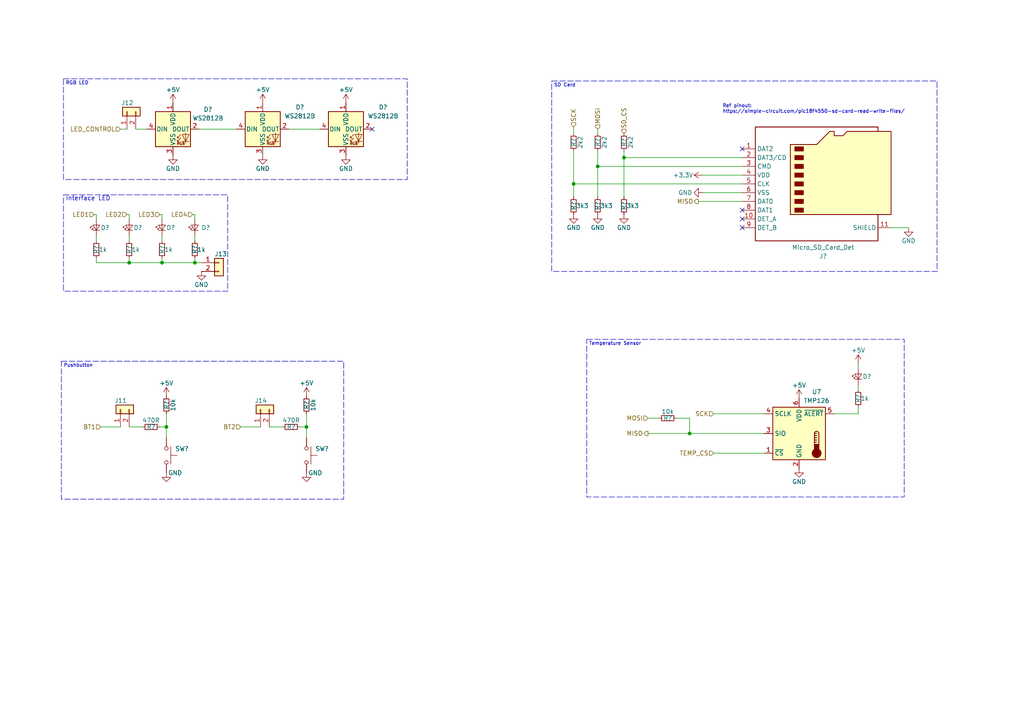
<source format=kicad_sch>
(kicad_sch (version 20230121) (generator eeschema)

  (uuid 477b3ce0-9ce8-418d-b69a-893dde27d350)

  (paper "A4")

  (title_block
    (title "Data Logger + PIC18F4550")
    (date "2023-11-15")
    (rev "0")
  )

  (lib_symbols
    (symbol "+Phygitall:LED_Small" (pin_numbers hide) (pin_names (offset 0.254) hide) (in_bom yes) (on_board yes)
      (property "Reference" "D" (at -1.27 3.175 0)
        (effects (font (size 1.27 1.27)) (justify left))
      )
      (property "Value" "LED_Small" (at -4.445 -2.54 0)
        (effects (font (size 1.27 1.27)) (justify left))
      )
      (property "Footprint" "+Phygitall:LED_0402_1005Metric" (at 0 -5.08 0)
        (effects (font (size 1.27 1.27)) hide)
      )
      (property "Datasheet" "~" (at 0 -7.62 90)
        (effects (font (size 1.27 1.27)) hide)
      )
      (property "Description" "LED (<color>) 0402_1005Metric" (at 0 -7.62 0)
        (effects (font (size 1.27 1.27)) hide)
      )
      (property "Moisture sensitivity level" "1" (at 0 -7.62 0)
        (effects (font (size 1.27 1.27)) hide)
      )
      (property "Mounting type" "SMD" (at 0 -7.62 0)
        (effects (font (size 1.27 1.27)) hide)
      )
      (property "Type" "LED" (at 0 -7.62 0)
        (effects (font (size 1.27 1.27)) hide)
      )
      (property "Package" "0402_1005Metric" (at 0 -7.62 0)
        (effects (font (size 1.27 1.27)) hide)
      )
      (property "To be assembled?" "Yes" (at 0 -7.62 0)
        (effects (font (size 1.27 1.27)) hide)
      )
      (property "ki_keywords" "LED diode light-emitting-diode" (at 0 0 0)
        (effects (font (size 1.27 1.27)) hide)
      )
      (property "ki_description" "Light emitting diode, small symbol" (at 0 0 0)
        (effects (font (size 1.27 1.27)) hide)
      )
      (property "ki_fp_filters" "LED* LED_SMD:* LED_THT:*" (at 0 0 0)
        (effects (font (size 1.27 1.27)) hide)
      )
      (symbol "LED_Small_0_1"
        (polyline
          (pts
            (xy -0.762 -1.016)
            (xy -0.762 1.016)
          )
          (stroke (width 0) (type default))
          (fill (type none))
        )
        (polyline
          (pts
            (xy 1.016 0)
            (xy -0.762 0)
          )
          (stroke (width 0) (type default))
          (fill (type none))
        )
        (polyline
          (pts
            (xy 0.762 -1.016)
            (xy -0.762 0)
            (xy 0.762 1.016)
            (xy 0.762 -1.016)
          )
          (stroke (width 0) (type default))
          (fill (type none))
        )
        (polyline
          (pts
            (xy 0 0.762)
            (xy -0.508 1.27)
            (xy -0.254 1.27)
            (xy -0.508 1.27)
            (xy -0.508 1.016)
          )
          (stroke (width 0) (type default))
          (fill (type none))
        )
        (polyline
          (pts
            (xy 0.508 1.27)
            (xy 0 1.778)
            (xy 0.254 1.778)
            (xy 0 1.778)
            (xy 0 1.524)
          )
          (stroke (width 0) (type default))
          (fill (type none))
        )
      )
      (symbol "LED_Small_1_1"
        (pin passive line (at -2.54 0 0) (length 1.778)
          (name "K" (effects (font (size 1.27 1.27))))
          (number "1" (effects (font (size 1.27 1.27))))
        )
        (pin passive line (at 2.54 0 180) (length 1.778)
          (name "A" (effects (font (size 1.27 1.27))))
          (number "2" (effects (font (size 1.27 1.27))))
        )
      )
    )
    (symbol "+Phygitall:Micro_SD_Card_Det" (in_bom yes) (on_board yes)
      (property "Reference" "J7" (at -1.27 20.7518 0)
        (effects (font (size 1.27 1.27)))
      )
      (property "Value" "Micro_SD_Card_Det" (at -1.27 18.4404 0)
        (effects (font (size 1.27 1.27)))
      )
      (property "Footprint" "+Phygitall:SDCARD_MOLEX_503398-1892" (at 41.91 16.51 0)
        (effects (font (size 1.27 1.27)) hide)
      )
      (property "Datasheet" "https://www.molex.com/pdm_docs/sd/5033981892_sd.pdf" (at 0 -19.05 0)
        (effects (font (size 1.27 1.27)) hide)
      )
      (property "Description" "1.10mm Pitch microSD Memory Card Connector, Normal Mount Surface Mount, PushPush Type, 1.28mm Height" (at 0 -21.59 0)
        (effects (font (size 1.27 1.27)) hide)
      )
      (property "Body dimensions" "13.1x14.05x1.28mm" (at 0 -21.59 0)
        (effects (font (size 1.27 1.27)) hide)
      )
      (property "Manufacturer" "Molex" (at 0 -21.59 0)
        (effects (font (size 1.27 1.27)) hide)
      )
      (property "Manufacturer P/N" "503398-1892" (at 0 -21.59 0)
        (effects (font (size 1.27 1.27)) hide)
      )
      (property "Moisture sensitivity level" "1" (at 0 -21.59 0)
        (effects (font (size 1.27 1.27)) hide)
      )
      (property "Mounting type" "SMD" (at 0 -21.59 0)
        (effects (font (size 1.27 1.27)) hide)
      )
      (property "Type" "Connector (microSD)" (at 0 -21.59 0)
        (effects (font (size 1.27 1.27)) hide)
      )
      (property "To be assembled?" "Yes" (at 0 -21.59 0)
        (effects (font (size 1.27 1.27)) hide)
      )
      (property "main#" "503398-1892" (at 0 -21.59 0)
        (effects (font (size 1.27 1.27)) hide)
      )
      (property "digikey#" "WM11190CT-ND" (at 0 -21.59 0)
        (effects (font (size 1.27 1.27)) hide)
      )
      (property "farnell#" "2358234" (at 0 -21.59 0)
        (effects (font (size 1.27 1.27)) hide)
      )
      (property "newark#" "35X2791" (at 0 -21.59 0)
        (effects (font (size 1.27 1.27)) hide)
      )
      (property "rs#" "880-1277" (at 0 -21.59 0)
        (effects (font (size 1.27 1.27)) hide)
      )
      (property "tme#" "MX-503398-1892" (at 0 -21.59 0)
        (effects (font (size 1.27 1.27)) hide)
      )
      (property "ki_keywords" "connector SD microsd" (at 0 0 0)
        (effects (font (size 1.27 1.27)) hide)
      )
      (property "ki_description" "1.10mm Pitch microSD Memory Card Connector, Normal Mount Surface Mount, PushPush Type, 1.28mm Height" (at 0 0 0)
        (effects (font (size 1.27 1.27)) hide)
      )
      (property "ki_fp_filters" "microSD*" (at 0 0 0)
        (effects (font (size 1.27 1.27)) hide)
      )
      (symbol "Micro_SD_Card_Det_0_1"
        (rectangle (start -7.62 -6.985) (end -5.08 -8.255)
          (stroke (width 0) (type default))
          (fill (type outline))
        )
        (rectangle (start -7.62 -4.445) (end -5.08 -5.715)
          (stroke (width 0) (type default))
          (fill (type outline))
        )
        (rectangle (start -7.62 -1.905) (end -5.08 -3.175)
          (stroke (width 0) (type default))
          (fill (type outline))
        )
        (rectangle (start -7.62 0.635) (end -5.08 -0.635)
          (stroke (width 0) (type default))
          (fill (type outline))
        )
        (rectangle (start -7.62 3.175) (end -5.08 1.905)
          (stroke (width 0) (type default))
          (fill (type outline))
        )
        (rectangle (start -7.62 5.715) (end -5.08 4.445)
          (stroke (width 0) (type default))
          (fill (type outline))
        )
        (rectangle (start -7.62 8.255) (end -5.08 6.985)
          (stroke (width 0) (type default))
          (fill (type outline))
        )
        (rectangle (start -7.62 10.795) (end -5.08 9.525)
          (stroke (width 0) (type default))
          (fill (type outline))
        )
        (polyline
          (pts
            (xy 16.51 15.24)
            (xy 16.51 16.51)
            (xy -19.05 16.51)
            (xy -19.05 -16.51)
            (xy 16.51 -16.51)
            (xy 16.51 -8.89)
          )
          (stroke (width 0.254) (type default))
          (fill (type none))
        )
        (polyline
          (pts
            (xy -8.89 -8.89)
            (xy -8.89 11.43)
            (xy -1.27 11.43)
            (xy 2.54 15.24)
            (xy 3.81 15.24)
            (xy 3.81 13.97)
            (xy 6.35 13.97)
            (xy 7.62 15.24)
            (xy 20.32 15.24)
            (xy 20.32 -8.89)
            (xy -8.89 -8.89)
          )
          (stroke (width 0.254) (type default))
          (fill (type background))
        )
      )
      (symbol "Micro_SD_Card_Det_1_1"
        (pin bidirectional line (at -22.86 10.16 0) (length 3.81)
          (name "DAT2" (effects (font (size 1.27 1.27))))
          (number "1" (effects (font (size 1.27 1.27))))
        )
        (pin passive line (at -22.86 -10.16 0) (length 3.81)
          (name "DET_A" (effects (font (size 1.27 1.27))))
          (number "10" (effects (font (size 1.27 1.27))))
        )
        (pin passive line (at 20.32 -12.7 180) (length 3.81)
          (name "SHIELD" (effects (font (size 1.27 1.27))))
          (number "11" (effects (font (size 1.27 1.27))))
        )
        (pin bidirectional line (at -22.86 7.62 0) (length 3.81)
          (name "DAT3/CD" (effects (font (size 1.27 1.27))))
          (number "2" (effects (font (size 1.27 1.27))))
        )
        (pin input line (at -22.86 5.08 0) (length 3.81)
          (name "CMD" (effects (font (size 1.27 1.27))))
          (number "3" (effects (font (size 1.27 1.27))))
        )
        (pin power_in line (at -22.86 2.54 0) (length 3.81)
          (name "VDD" (effects (font (size 1.27 1.27))))
          (number "4" (effects (font (size 1.27 1.27))))
        )
        (pin input line (at -22.86 0 0) (length 3.81)
          (name "CLK" (effects (font (size 1.27 1.27))))
          (number "5" (effects (font (size 1.27 1.27))))
        )
        (pin power_in line (at -22.86 -2.54 0) (length 3.81)
          (name "VSS" (effects (font (size 1.27 1.27))))
          (number "6" (effects (font (size 1.27 1.27))))
        )
        (pin bidirectional line (at -22.86 -5.08 0) (length 3.81)
          (name "DAT0" (effects (font (size 1.27 1.27))))
          (number "7" (effects (font (size 1.27 1.27))))
        )
        (pin bidirectional line (at -22.86 -7.62 0) (length 3.81)
          (name "DAT1" (effects (font (size 1.27 1.27))))
          (number "8" (effects (font (size 1.27 1.27))))
        )
        (pin passive line (at -22.86 -12.7 0) (length 3.81)
          (name "DET_B" (effects (font (size 1.27 1.27))))
          (number "9" (effects (font (size 1.27 1.27))))
        )
      )
    )
    (symbol "+Phygitall:PinHeader_01x02_P2.54mm_Vertical" (pin_names (offset 1.016) hide) (in_bom yes) (on_board yes)
      (property "Reference" "J" (at 0 2.54 0)
        (effects (font (size 1.27 1.27)))
      )
      (property "Value" "PinHeader_01x02_P2.54mm_Vertical" (at 0 -5.08 0)
        (effects (font (size 1.27 1.27)))
      )
      (property "Footprint" "+Phygitall:PinHeader_1x02_P2.54mm_Vertical" (at 0 -7.62 0)
        (effects (font (size 1.27 1.27)) hide)
      )
      (property "Datasheet" "~" (at 0 -10.16 0)
        (effects (font (size 1.27 1.27)) hide)
      )
      (property "Description" "DNP (Installed: NU) Pin header, single row, 01x02, 2.54mm pitch, vertical" (at 0 -10.16 0)
        (effects (font (size 1.27 1.27)) hide)
      )
      (property "Installed" "NU" (at 0 -10.16 0)
        (effects (font (size 1.27 1.27)) hide)
      )
      (property "Moisture sensitivity level" "1" (at 0 -10.16 0)
        (effects (font (size 1.27 1.27)) hide)
      )
      (property "Mounting type" "PTH" (at 0 -10.16 0)
        (effects (font (size 1.27 1.27)) hide)
      )
      (property "Type" "Pin header" (at 0 -10.16 0)
        (effects (font (size 1.27 1.27)) hide)
      )
      (property "To be assembled?" "No" (at 0 -10.16 0)
        (effects (font (size 1.27 1.27)) hide)
      )
      (property "ki_keywords" "connector pin header" (at 0 0 0)
        (effects (font (size 1.27 1.27)) hide)
      )
      (property "ki_description" "Pin header, single row, 01x02, 2.54mm pitch, vertical" (at 0 0 0)
        (effects (font (size 1.27 1.27)) hide)
      )
      (property "ki_fp_filters" "Connector*:*_1x??_*" (at 0 0 0)
        (effects (font (size 1.27 1.27)) hide)
      )
      (symbol "PinHeader_01x02_P2.54mm_Vertical_1_1"
        (rectangle (start -1.27 -2.413) (end 0 -2.667)
          (stroke (width 0.1524) (type default))
          (fill (type none))
        )
        (rectangle (start -1.27 0.127) (end 0 -0.127)
          (stroke (width 0.1524) (type default))
          (fill (type none))
        )
        (rectangle (start -1.27 1.27) (end 1.27 -3.81)
          (stroke (width 0.254) (type default))
          (fill (type background))
        )
        (pin passive line (at -5.08 0 0) (length 3.81)
          (name "Pin_1" (effects (font (size 1.27 1.27))))
          (number "1" (effects (font (size 1.27 1.27))))
        )
        (pin passive line (at -5.08 -2.54 0) (length 3.81)
          (name "Pin_2" (effects (font (size 1.27 1.27))))
          (number "2" (effects (font (size 1.27 1.27))))
        )
      )
    )
    (symbol "+Phygitall:R_Small" (pin_numbers hide) (pin_names (offset 0.254) hide) (in_bom yes) (on_board yes)
      (property "Reference" "R" (at 0.762 0.508 0)
        (effects (font (size 1.27 1.27)) (justify left))
      )
      (property "Value" "R_Small" (at 0.762 -1.016 0)
        (effects (font (size 1.27 1.27)) (justify left))
      )
      (property "Footprint" "+Phygitall:R_0402_1005Metric" (at 0 -8.89 0)
        (effects (font (size 1.27 1.27)) hide)
      )
      (property "Datasheet" "~" (at 0 -11.43 0)
        (effects (font (size 1.27 1.27)) hide)
      )
      (property "Description" "Chip Resistor <value> <tolerance> <power_rating> <temp._coeff.> <package>" (at 0 -11.43 0)
        (effects (font (size 1.27 1.27)) hide)
      )
      (property "Moisture sensitivity level" "1" (at 0 -11.43 0)
        (effects (font (size 1.27 1.27)) hide)
      )
      (property "Mounting type" "SMD" (at 0 -11.43 0)
        (effects (font (size 1.27 1.27)) hide)
      )
      (property "Package" "0402_1005Metric" (at 0 -11.43 0)
        (effects (font (size 1.27 1.27)) hide)
      )
      (property "Power rating" "greater than or equal to 1/16W" (at 0 -11.43 0)
        (effects (font (size 1.27 1.27)) hide)
      )
      (property "Temperature coefficient" "less than or equal to ±100ppm/ºC" (at 0 -11.43 0)
        (effects (font (size 1.27 1.27)) hide)
      )
      (property "To be assembled?" "Yes" (at 0 -11.43 0)
        (effects (font (size 1.27 1.27)) hide)
      )
      (property "Tolerance" "less than or equal to ±5%" (at 0 -11.43 0)
        (effects (font (size 1.27 1.27)) hide)
      )
      (property "Type" "Chip resistor" (at 0 -11.43 0)
        (effects (font (size 1.27 1.27)) hide)
      )
      (property "ki_keywords" "R resistor" (at 0 0 0)
        (effects (font (size 1.27 1.27)) hide)
      )
      (property "ki_description" "Resistor, small symbol" (at 0 0 0)
        (effects (font (size 1.27 1.27)) hide)
      )
      (property "ki_fp_filters" "R_*" (at 0 0 0)
        (effects (font (size 1.27 1.27)) hide)
      )
      (symbol "R_Small_0_1"
        (rectangle (start -0.762 1.778) (end 0.762 -1.778)
          (stroke (width 0.2032) (type default))
          (fill (type none))
        )
      )
      (symbol "R_Small_1_1"
        (pin passive line (at 0 2.54 270) (length 0.762)
          (name "~" (effects (font (size 1.27 1.27))))
          (number "1" (effects (font (size 1.27 1.27))))
        )
        (pin passive line (at 0 -2.54 90) (length 0.762)
          (name "~" (effects (font (size 1.27 1.27))))
          (number "2" (effects (font (size 1.27 1.27))))
        )
      )
    )
    (symbol "+Phygitall:SW_Push_Shouhan_TS3315A" (pin_numbers hide) (pin_names (offset 1.016) hide) (in_bom yes) (on_board yes)
      (property "Reference" "SW" (at 1.27 2.54 0)
        (effects (font (size 1.27 1.27)) (justify left))
      )
      (property "Value" "SW_Push_Shouhan_TS3315A" (at 0 -1.524 0)
        (effects (font (size 1.27 1.27)))
      )
      (property "Footprint" "+Phygitall:SW_Push_SPST_TopActuated_Shouhan_TS3315A" (at 0 -3.81 0)
        (effects (font (size 1.27 1.27)) hide)
      )
      (property "Datasheet" "https://sohantech.com/tact-switch/3x3x1.5-push-button-switch.html" (at 0 -6.35 0)
        (effects (font (size 1.27 1.27)) hide)
      )
      (property "Description" "Tactile Switch SPST 50mA@12VDC Top Actuated Round Button 5N SMD, 3.3x3.3x1.5mm" (at 0 -6.35 0)
        (effects (font (size 1.27 1.27)) hide)
      )
      (property "Body dimensions" "3.3x3.3x1.5mm" (at 0 -6.35 0)
        (effects (font (size 1.27 1.27)) hide)
      )
      (property "Manufacturer" "Shou Han (Shenzhen Shouhan Technology)" (at 0 -6.35 0)
        (effects (font (size 1.27 1.27)) hide)
      )
      (property "Manufacturer P/N" "TS3315A" (at 0 -6.35 0)
        (effects (font (size 1.27 1.27)) hide)
      )
      (property "Moisture sensitivity level" "1" (at 0 -6.35 0)
        (effects (font (size 1.27 1.27)) hide)
      )
      (property "Mounting type" "SMD" (at 0 -6.35 0)
        (effects (font (size 1.27 1.27)) hide)
      )
      (property "Type" "Tact switch" (at 0 -6.35 0)
        (effects (font (size 1.27 1.27)) hide)
      )
      (property "Power rating" "50mA@12VDC" (at 0 -6.35 0)
        (effects (font (size 1.27 1.27)) hide)
      )
      (property "To be assembled?" "Yes" (at 0 -6.35 0)
        (effects (font (size 1.27 1.27)) hide)
      )
      (property "manf#" "TS3315A" (at 0 -6.35 0)
        (effects (font (size 1.27 1.27)) hide)
      )
      (property "lcsc#" "C412367" (at 0 -6.35 0)
        (effects (font (size 1.27 1.27)) hide)
      )
      (property "ki_keywords" "switch pushbutton push-button push tact tactile" (at 0 0 0)
        (effects (font (size 1.27 1.27)) hide)
      )
      (property "ki_description" "Tactile Switch SPST 50mA@12VDC Top Actuated Round Button 5N SMD, 3.3x3.3x1.5mm" (at 0 0 0)
        (effects (font (size 1.27 1.27)) hide)
      )
      (symbol "SW_Push_Shouhan_TS3315A_0_1"
        (circle (center -2.032 0) (radius 0.508)
          (stroke (width 0) (type default))
          (fill (type none))
        )
        (polyline
          (pts
            (xy 0 1.27)
            (xy 0 3.048)
          )
          (stroke (width 0) (type default))
          (fill (type none))
        )
        (polyline
          (pts
            (xy 2.54 1.27)
            (xy -2.54 1.27)
          )
          (stroke (width 0) (type default))
          (fill (type none))
        )
        (circle (center 2.032 0) (radius 0.508)
          (stroke (width 0) (type default))
          (fill (type none))
        )
        (pin passive line (at -5.08 0 0) (length 2.54)
          (name "1" (effects (font (size 1.27 1.27))))
          (number "1" (effects (font (size 1.27 1.27))))
        )
        (pin passive line (at 5.08 0 180) (length 2.54)
          (name "2" (effects (font (size 1.27 1.27))))
          (number "2" (effects (font (size 1.27 1.27))))
        )
      )
    )
    (symbol "+Phygitall:TMP126" (in_bom yes) (on_board yes)
      (property "Reference" "U" (at 3.175 12.065 0)
        (effects (font (size 1.27 1.27)))
      )
      (property "Value" "TMP126" (at 5.715 9.525 0)
        (effects (font (size 1.27 1.27)))
      )
      (property "Footprint" "+Phygitall:pSemi_SC-70-6" (at 26.67 -4.445 0)
        (effects (font (size 1.27 1.27)) hide)
      )
      (property "Datasheet" "https://www.ti.com/lit/gpn/tmp126" (at 28.575 -4.445 0)
        (effects (font (size 1.27 1.27)) hide)
      )
      (property "To be assembled?" "Yes" (at 12.7 -6.35 0)
        (effects (font (size 1.27 1.27)) hide)
      )
      (property "Manufacturer" "Texas" (at 13.97 -8.255 0)
        (effects (font (size 1.27 1.27)))
      )
      (property "Manufacturer #" "TMP126" (at 14.605 -8.255 0)
        (effects (font (size 1.27 1.27)))
      )
      (property "ki_keywords" "temperature sensor spi" (at 0 0 0)
        (effects (font (size 1.27 1.27)) hide)
      )
      (property "ki_description" "SPI temperature sensor with 175°C operation, CRC and slew-rate alert" (at 0 0 0)
        (effects (font (size 1.27 1.27)) hide)
      )
      (property "ki_fp_filters" "SOT?23*" (at 0 0 0)
        (effects (font (size 1.27 1.27)) hide)
      )
      (symbol "TMP126_0_1"
        (rectangle (start -7.62 7.62) (end 7.62 -7.62)
          (stroke (width 0.254) (type default))
          (fill (type background))
        )
      )
      (symbol "TMP126_1_1"
        (polyline
          (pts
            (xy 4.445 -2.54)
            (xy 5.08 -2.54)
          )
          (stroke (width 0.254) (type default))
          (fill (type none))
        )
        (polyline
          (pts
            (xy 4.445 -1.905)
            (xy 5.08 -1.905)
          )
          (stroke (width 0.254) (type default))
          (fill (type none))
        )
        (polyline
          (pts
            (xy 4.445 -1.27)
            (xy 5.08 -1.27)
          )
          (stroke (width 0.254) (type default))
          (fill (type none))
        )
        (polyline
          (pts
            (xy 4.445 -0.635)
            (xy 5.08 -0.635)
          )
          (stroke (width 0.254) (type default))
          (fill (type none))
        )
        (polyline
          (pts
            (xy 4.445 0)
            (xy 4.445 -3.175)
          )
          (stroke (width 0.254) (type default))
          (fill (type none))
        )
        (polyline
          (pts
            (xy 4.445 0)
            (xy 5.08 0)
          )
          (stroke (width 0.254) (type default))
          (fill (type none))
        )
        (polyline
          (pts
            (xy 5.715 0)
            (xy 5.715 -3.175)
          )
          (stroke (width 0.254) (type default))
          (fill (type none))
        )
        (rectangle (start 4.445 -3.175) (end 5.715 -5.08)
          (stroke (width 0.254) (type default))
          (fill (type outline))
        )
        (circle (center 5.08 -5.715) (radius 1.27)
          (stroke (width 0.254) (type default))
          (fill (type outline))
        )
        (arc (start 5.715 0) (mid 5.08 0.6323) (end 4.445 0)
          (stroke (width 0.254) (type default))
          (fill (type none))
        )
        (pin input line (at -10.16 -5.715 0) (length 2.54)
          (name "~{CS}" (effects (font (size 1.27 1.27))))
          (number "1" (effects (font (size 1.27 1.27))))
        )
        (pin power_in line (at 0 -10.16 90) (length 2.54)
          (name "GND" (effects (font (size 1.27 1.27))))
          (number "2" (effects (font (size 1.27 1.27))))
        )
        (pin bidirectional line (at -10.16 0 0) (length 2.54)
          (name "SIO" (effects (font (size 1.27 1.27))))
          (number "3" (effects (font (size 1.27 1.27))))
        )
        (pin input line (at -10.16 5.715 0) (length 2.54)
          (name "SCLK" (effects (font (size 1.27 1.27))))
          (number "4" (effects (font (size 1.27 1.27))))
        )
        (pin output line (at 10.16 5.715 180) (length 2.54)
          (name "~{ALERT}" (effects (font (size 1.27 1.27))))
          (number "5" (effects (font (size 1.27 1.27))))
        )
        (pin power_in line (at 0 10.16 270) (length 2.54)
          (name "VDD" (effects (font (size 1.27 1.27))))
          (number "6" (effects (font (size 1.27 1.27))))
        )
      )
    )
    (symbol "+Phygitall:WS2812B" (pin_names (offset 0.254)) (in_bom yes) (on_board yes)
      (property "Reference" "D" (at 5.08 5.715 0)
        (effects (font (size 1.27 1.27)) (justify right bottom))
      )
      (property "Value" "WS2812B" (at 1.27 -5.715 0)
        (effects (font (size 1.27 1.27)) (justify left top))
      )
      (property "Footprint" "+Phygitall:LED_WS2812B_PLCC4_5.0x5.0mm_P3.2mm" (at 1.27 -7.62 0)
        (effects (font (size 1.27 1.27)) (justify left top) hide)
      )
      (property "Datasheet" "https://cdn-shop.adafruit.com/datasheets/WS2812B.pdf" (at 2.54 -9.525 0)
        (effects (font (size 1.27 1.27)) (justify left top) hide)
      )
      (property "Description" "Intelligent control LED" (at 0 0 0)
        (effects (font (size 1.27 1.27)) hide)
      )
      (property "Body dimensions" "integrated light source" (at 0 0 0)
        (effects (font (size 1.27 1.27)) hide)
      )
      (property "Manufacturer" "Wordlsemi" (at 0 0 0)
        (effects (font (size 1.27 1.27)) hide)
      )
      (property "Manufacturer P/N" "WS2812B" (at 0 0 0)
        (effects (font (size 1.27 1.27)) hide)
      )
      (property "Moisture sensitivity level" "1" (at 0 0 0)
        (effects (font (size 1.27 1.27)) hide)
      )
      (property "Mounting type" "SMD" (at 0 0 0)
        (effects (font (size 1.27 1.27)) hide)
      )
      (property "Type" "LED" (at 0 0 0)
        (effects (font (size 1.27 1.27)) hide)
      )
      (property "Package" "SMD5050" (at 0 0 0)
        (effects (font (size 1.27 1.27)) hide)
      )
      (property "To be assembled?" "Yes" (at 0 0 0)
        (effects (font (size 1.27 1.27)) hide)
      )
      (property "manf#" "WS2812B" (at 0 0 0)
        (effects (font (size 1.27 1.27)) hide)
      )
      (property "digikey#" "" (at 0 0 0)
        (effects (font (size 1.27 1.27)) hide)
      )
      (property "farnell#" "" (at 0 0 0)
        (effects (font (size 1.27 1.27)) hide)
      )
      (property "lcsc#" "" (at 0 0 0)
        (effects (font (size 1.27 1.27)) hide)
      )
      (property "newark#" "" (at 0 0 0)
        (effects (font (size 1.27 1.27)) hide)
      )
      (property "rs#" "" (at 0 0 0)
        (effects (font (size 1.27 1.27)) hide)
      )
      (property "tme#" "" (at 0 0 0)
        (effects (font (size 1.27 1.27)) hide)
      )
      (property "Installed" "" (at 0 0 0)
        (effects (font (size 1.27 1.27)) hide)
      )
      (property "Notes" "" (at 0 0 0)
        (effects (font (size 1.27 1.27)) hide)
      )
      (property "Alternatives" "" (at 0 0 0)
        (effects (font (size 1.27 1.27)) hide)
      )
      (property "ki_keywords" "RGB LED NeoPixel addressable" (at 0 0 0)
        (effects (font (size 1.27 1.27)) hide)
      )
      (property "ki_description" "RGB LED with integrated controller" (at 0 0 0)
        (effects (font (size 1.27 1.27)) hide)
      )
      (property "ki_fp_filters" "LED*WS2812*PLCC*5.0x5.0mm*P3.2mm*" (at 0 0 0)
        (effects (font (size 1.27 1.27)) hide)
      )
      (symbol "WS2812B_0_0"
        (text "RGB" (at 2.286 -4.191 0)
          (effects (font (size 0.762 0.762)))
        )
      )
      (symbol "WS2812B_0_1"
        (rectangle (start -5.08 5.08) (end 5.08 -5.08)
          (stroke (width 0.254) (type default))
          (fill (type background))
        )
        (polyline
          (pts
            (xy 1.27 -3.556)
            (xy 1.778 -3.556)
          )
          (stroke (width 0) (type default))
          (fill (type none))
        )
        (polyline
          (pts
            (xy 1.27 -2.54)
            (xy 1.778 -2.54)
          )
          (stroke (width 0) (type default))
          (fill (type none))
        )
        (polyline
          (pts
            (xy 4.699 -3.556)
            (xy 2.667 -3.556)
          )
          (stroke (width 0) (type default))
          (fill (type none))
        )
        (polyline
          (pts
            (xy 2.286 -2.54)
            (xy 1.27 -3.556)
            (xy 1.27 -3.048)
          )
          (stroke (width 0) (type default))
          (fill (type none))
        )
        (polyline
          (pts
            (xy 2.286 -1.524)
            (xy 1.27 -2.54)
            (xy 1.27 -2.032)
          )
          (stroke (width 0) (type default))
          (fill (type none))
        )
        (polyline
          (pts
            (xy 3.683 -1.016)
            (xy 3.683 -3.556)
            (xy 3.683 -4.064)
          )
          (stroke (width 0) (type default))
          (fill (type none))
        )
        (polyline
          (pts
            (xy 4.699 -1.524)
            (xy 2.667 -1.524)
            (xy 3.683 -3.556)
            (xy 4.699 -1.524)
          )
          (stroke (width 0) (type default))
          (fill (type none))
        )
      )
      (symbol "WS2812B_1_1"
        (pin power_in line (at 0 7.62 270) (length 2.54)
          (name "VDD" (effects (font (size 1.27 1.27))))
          (number "1" (effects (font (size 1.27 1.27))))
        )
        (pin output line (at 7.62 0 180) (length 2.54)
          (name "DOUT" (effects (font (size 1.27 1.27))))
          (number "2" (effects (font (size 1.27 1.27))))
        )
        (pin power_in line (at 0 -7.62 90) (length 2.54)
          (name "VSS" (effects (font (size 1.27 1.27))))
          (number "3" (effects (font (size 1.27 1.27))))
        )
        (pin input line (at -7.62 0 0) (length 2.54)
          (name "DIN" (effects (font (size 1.27 1.27))))
          (number "4" (effects (font (size 1.27 1.27))))
        )
      )
    )
    (symbol "power:+3.3V" (power) (pin_names (offset 0)) (in_bom yes) (on_board yes)
      (property "Reference" "#PWR" (at 0 -3.81 0)
        (effects (font (size 1.27 1.27)) hide)
      )
      (property "Value" "+3.3V" (at 0 3.556 0)
        (effects (font (size 1.27 1.27)))
      )
      (property "Footprint" "" (at 0 0 0)
        (effects (font (size 1.27 1.27)) hide)
      )
      (property "Datasheet" "" (at 0 0 0)
        (effects (font (size 1.27 1.27)) hide)
      )
      (property "ki_keywords" "power-flag" (at 0 0 0)
        (effects (font (size 1.27 1.27)) hide)
      )
      (property "ki_description" "Power symbol creates a global label with name \"+3.3V\"" (at 0 0 0)
        (effects (font (size 1.27 1.27)) hide)
      )
      (symbol "+3.3V_0_1"
        (polyline
          (pts
            (xy -0.762 1.27)
            (xy 0 2.54)
          )
          (stroke (width 0) (type default))
          (fill (type none))
        )
        (polyline
          (pts
            (xy 0 0)
            (xy 0 2.54)
          )
          (stroke (width 0) (type default))
          (fill (type none))
        )
        (polyline
          (pts
            (xy 0 2.54)
            (xy 0.762 1.27)
          )
          (stroke (width 0) (type default))
          (fill (type none))
        )
      )
      (symbol "+3.3V_1_1"
        (pin power_in line (at 0 0 90) (length 0) hide
          (name "+3.3V" (effects (font (size 1.27 1.27))))
          (number "1" (effects (font (size 1.27 1.27))))
        )
      )
    )
    (symbol "power:+5V" (power) (pin_names (offset 0)) (in_bom yes) (on_board yes)
      (property "Reference" "#PWR" (at 0 -3.81 0)
        (effects (font (size 1.27 1.27)) hide)
      )
      (property "Value" "+5V" (at 0 3.556 0)
        (effects (font (size 1.27 1.27)))
      )
      (property "Footprint" "" (at 0 0 0)
        (effects (font (size 1.27 1.27)) hide)
      )
      (property "Datasheet" "" (at 0 0 0)
        (effects (font (size 1.27 1.27)) hide)
      )
      (property "ki_keywords" "global power" (at 0 0 0)
        (effects (font (size 1.27 1.27)) hide)
      )
      (property "ki_description" "Power symbol creates a global label with name \"+5V\"" (at 0 0 0)
        (effects (font (size 1.27 1.27)) hide)
      )
      (symbol "+5V_0_1"
        (polyline
          (pts
            (xy -0.762 1.27)
            (xy 0 2.54)
          )
          (stroke (width 0) (type default))
          (fill (type none))
        )
        (polyline
          (pts
            (xy 0 0)
            (xy 0 2.54)
          )
          (stroke (width 0) (type default))
          (fill (type none))
        )
        (polyline
          (pts
            (xy 0 2.54)
            (xy 0.762 1.27)
          )
          (stroke (width 0) (type default))
          (fill (type none))
        )
      )
      (symbol "+5V_1_1"
        (pin power_in line (at 0 0 90) (length 0) hide
          (name "+5V" (effects (font (size 1.27 1.27))))
          (number "1" (effects (font (size 1.27 1.27))))
        )
      )
    )
    (symbol "power:GND" (power) (pin_names (offset 0)) (in_bom yes) (on_board yes)
      (property "Reference" "#PWR" (at 0 -6.35 0)
        (effects (font (size 1.27 1.27)) hide)
      )
      (property "Value" "GND" (at 0 -3.81 0)
        (effects (font (size 1.27 1.27)))
      )
      (property "Footprint" "" (at 0 0 0)
        (effects (font (size 1.27 1.27)) hide)
      )
      (property "Datasheet" "" (at 0 0 0)
        (effects (font (size 1.27 1.27)) hide)
      )
      (property "ki_keywords" "power-flag" (at 0 0 0)
        (effects (font (size 1.27 1.27)) hide)
      )
      (property "ki_description" "Power symbol creates a global label with name \"GND\" , ground" (at 0 0 0)
        (effects (font (size 1.27 1.27)) hide)
      )
      (symbol "GND_0_1"
        (polyline
          (pts
            (xy 0 0)
            (xy 0 -1.27)
            (xy 1.27 -1.27)
            (xy 0 -2.54)
            (xy -1.27 -1.27)
            (xy 0 -1.27)
          )
          (stroke (width 0) (type default))
          (fill (type none))
        )
      )
      (symbol "GND_1_1"
        (pin power_in line (at 0 0 270) (length 0) hide
          (name "GND" (effects (font (size 1.27 1.27))))
          (number "1" (effects (font (size 1.27 1.27))))
        )
      )
    )
  )

  (junction (at 37.465 76.2) (diameter 0) (color 0 0 0 0)
    (uuid 63b87f4f-3c60-4ca7-917b-a755013ab9dc)
  )
  (junction (at 88.9 123.825) (diameter 0) (color 0 0 0 0)
    (uuid 6ed7f908-cc1a-4487-995e-587e2c05232d)
  )
  (junction (at 173.355 48.26) (diameter 0) (color 0 0 0 0)
    (uuid 926393be-3d26-4842-904a-ce5836229523)
  )
  (junction (at 166.37 53.34) (diameter 0) (color 0 0 0 0)
    (uuid b59c75e8-5551-4307-968d-142470978c3e)
  )
  (junction (at 200.025 125.73) (diameter 0) (color 0 0 0 0)
    (uuid c4189319-a5e2-47dc-ac5c-6ccbc7e644fa)
  )
  (junction (at 46.99 76.2) (diameter 0) (color 0 0 0 0)
    (uuid cf73632b-29c2-4291-a829-58dc2a07da55)
  )
  (junction (at 56.515 76.2) (diameter 0) (color 0 0 0 0)
    (uuid d22b74ea-0676-479d-8f83-d581d326cfb1)
  )
  (junction (at 180.975 45.72) (diameter 0) (color 0 0 0 0)
    (uuid de76d336-a6c7-47c5-a0f6-b17c86a7e750)
  )
  (junction (at 48.26 123.825) (diameter 0) (color 0 0 0 0)
    (uuid ef5a0b7e-e316-49a6-9883-200baf8abdef)
  )

  (no_connect (at 215.265 60.96) (uuid 32202fe3-53e2-4252-9a79-8725fae2a6fe))
  (no_connect (at 215.265 66.04) (uuid 8e07e59a-6941-483c-8c0c-49e25fb68e8c))
  (no_connect (at 215.265 63.5) (uuid cc8a88a6-381c-4eee-904d-04c51c301972))
  (no_connect (at 107.95 37.465) (uuid d45bc5ad-a671-485f-822c-660b1f6e0c0d))
  (no_connect (at 215.265 43.18) (uuid dfc199f4-a044-4423-ae0a-d6a0513cde27))

  (wire (pts (xy 187.96 125.73) (xy 200.025 125.73))
    (stroke (width 0) (type default))
    (uuid 02ae64e5-5173-439a-aa2e-f9ee372f1c63)
  )
  (wire (pts (xy 173.355 37.465) (xy 173.355 38.735))
    (stroke (width 0) (type default))
    (uuid 030ab7b4-c675-4cf2-aeaf-05236015edaa)
  )
  (wire (pts (xy 180.975 57.15) (xy 180.975 45.72))
    (stroke (width 0) (type default))
    (uuid 04d7ada0-a8b8-4971-aec8-62a8c0cf2d64)
  )
  (wire (pts (xy 180.975 45.72) (xy 180.975 43.815))
    (stroke (width 0) (type default))
    (uuid 0bfdc604-3524-4142-ba19-ac8b6c6a2f31)
  )
  (wire (pts (xy 46.99 68.58) (xy 46.99 69.85))
    (stroke (width 0) (type default))
    (uuid 0ccd1c9a-7605-4e89-ad87-e7109205646a)
  )
  (wire (pts (xy 215.265 58.42) (xy 202.565 58.42))
    (stroke (width 0) (type default))
    (uuid 1a8c2c1c-563b-4999-b672-8809e1413d78)
  )
  (wire (pts (xy 215.265 55.88) (xy 203.835 55.88))
    (stroke (width 0) (type default))
    (uuid 1e172ccc-3e26-4324-87fc-367f4cad9721)
  )
  (wire (pts (xy 27.305 62.23) (xy 27.94 62.23))
    (stroke (width 0) (type default))
    (uuid 2600d318-0684-4d2e-899c-2ba4f1f801c1)
  )
  (wire (pts (xy 27.94 68.58) (xy 27.94 69.85))
    (stroke (width 0) (type default))
    (uuid 2813c015-dd19-4b8f-b6e6-45325a42344f)
  )
  (wire (pts (xy 187.96 121.285) (xy 191.135 121.285))
    (stroke (width 0) (type default))
    (uuid 28edba7b-b406-4f8f-af02-d25f26794d69)
  )
  (wire (pts (xy 263.525 66.04) (xy 258.445 66.04))
    (stroke (width 0) (type default))
    (uuid 2c05191b-e030-4f36-8168-14bc9cf81121)
  )
  (wire (pts (xy 34.925 37.465) (xy 36.83 37.465))
    (stroke (width 0) (type default))
    (uuid 3732e882-4f94-432c-91bf-a2cf69204773)
  )
  (wire (pts (xy 37.465 76.2) (xy 46.99 76.2))
    (stroke (width 0) (type default))
    (uuid 38ca4e95-3ac8-4d2c-83da-f1f9b6f2a931)
  )
  (wire (pts (xy 37.465 76.2) (xy 37.465 74.93))
    (stroke (width 0) (type default))
    (uuid 3911ee3b-cf53-4f80-8e9c-d1e53b0c51b2)
  )
  (wire (pts (xy 27.94 76.2) (xy 27.94 74.93))
    (stroke (width 0) (type default))
    (uuid 3ed6e717-50d3-4e7f-98c5-76811e2d7be4)
  )
  (wire (pts (xy 166.37 53.34) (xy 166.37 43.815))
    (stroke (width 0) (type default))
    (uuid 415c52ff-e4a1-4d76-bb61-b6bd49aa7463)
  )
  (wire (pts (xy 207.01 120.015) (xy 221.615 120.015))
    (stroke (width 0) (type default))
    (uuid 45084320-148f-4a5c-bd46-447baa789d82)
  )
  (wire (pts (xy 56.515 76.2) (xy 56.515 74.93))
    (stroke (width 0) (type default))
    (uuid 4a175418-0c3a-4a35-83e9-fda79777f0aa)
  )
  (wire (pts (xy 180.975 45.72) (xy 215.265 45.72))
    (stroke (width 0) (type default))
    (uuid 510a4692-3dbc-4984-aedb-8db4d5ca8e85)
  )
  (wire (pts (xy 27.94 76.2) (xy 37.465 76.2))
    (stroke (width 0) (type default))
    (uuid 5d886ab7-eea4-495b-a7d1-ef8d3a063555)
  )
  (wire (pts (xy 248.92 120.015) (xy 241.935 120.015))
    (stroke (width 0) (type default))
    (uuid 61956cf2-75e0-46f0-9c54-b18743e95740)
  )
  (wire (pts (xy 56.515 76.2) (xy 58.42 76.2))
    (stroke (width 0) (type default))
    (uuid 634537cb-50f4-46f0-9d4a-cf8336f2d6bd)
  )
  (wire (pts (xy 56.515 68.58) (xy 56.515 69.85))
    (stroke (width 0) (type default))
    (uuid 6925ab3a-a454-407d-ac70-d612df93b556)
  )
  (wire (pts (xy 200.025 121.285) (xy 200.025 125.73))
    (stroke (width 0) (type default))
    (uuid 6a466e9a-d789-4f75-adc6-8efc17ca73a8)
  )
  (wire (pts (xy 166.37 57.15) (xy 166.37 53.34))
    (stroke (width 0) (type default))
    (uuid 6c410cbe-20f6-4093-815b-30713953ca41)
  )
  (wire (pts (xy 37.465 62.23) (xy 37.465 63.5))
    (stroke (width 0) (type default))
    (uuid 6f3c8078-4ff0-46b6-a4f5-a7416074f958)
  )
  (wire (pts (xy 39.37 37.465) (xy 42.545 37.465))
    (stroke (width 0) (type default))
    (uuid 728c2615-c469-4213-b667-38d98c0c7364)
  )
  (wire (pts (xy 83.82 37.465) (xy 92.71 37.465))
    (stroke (width 0) (type default))
    (uuid 7442f28b-c0b7-4da8-a0fc-f6b03d175e8e)
  )
  (wire (pts (xy 48.26 120.015) (xy 48.26 123.825))
    (stroke (width 0) (type default))
    (uuid 75157352-46fc-4881-a744-3fb46cb4a0fc)
  )
  (wire (pts (xy 37.465 123.825) (xy 41.275 123.825))
    (stroke (width 0) (type default))
    (uuid 7627fed3-ece8-4912-91c8-62242a97b334)
  )
  (wire (pts (xy 173.355 57.15) (xy 173.355 48.26))
    (stroke (width 0) (type default))
    (uuid 77696fcf-4e38-4425-80af-1a08721e8ea6)
  )
  (wire (pts (xy 86.995 123.825) (xy 88.9 123.825))
    (stroke (width 0) (type default))
    (uuid 7ba3f735-6589-40b7-9e5f-59cfc1514634)
  )
  (wire (pts (xy 36.83 62.23) (xy 37.465 62.23))
    (stroke (width 0) (type default))
    (uuid 87a26622-683c-439a-bb0d-2ac754a3a4f2)
  )
  (wire (pts (xy 46.99 76.2) (xy 46.99 74.93))
    (stroke (width 0) (type default))
    (uuid 89c0f10b-9293-45d7-bd29-e1b178ebcc42)
  )
  (wire (pts (xy 166.37 53.34) (xy 215.265 53.34))
    (stroke (width 0) (type default))
    (uuid 8debfa02-c6aa-45c1-96af-a86e10bcb614)
  )
  (wire (pts (xy 78.105 123.825) (xy 81.915 123.825))
    (stroke (width 0) (type default))
    (uuid 8f369e71-45d4-496a-b1d8-be1124a2f019)
  )
  (wire (pts (xy 29.21 123.825) (xy 34.925 123.825))
    (stroke (width 0) (type default))
    (uuid 90d671bf-3f76-40dc-a7b5-689507504f55)
  )
  (wire (pts (xy 48.26 127) (xy 48.26 123.825))
    (stroke (width 0) (type default))
    (uuid 91dcacb5-ef3e-4286-9478-cf1218c71f9f)
  )
  (wire (pts (xy 196.215 121.285) (xy 200.025 121.285))
    (stroke (width 0) (type default))
    (uuid 95577b0f-1232-46c8-8d90-e78c532ea18e)
  )
  (wire (pts (xy 166.37 36.83) (xy 166.37 38.735))
    (stroke (width 0) (type default))
    (uuid 9845422f-82d3-492a-ae40-92b2512b3dc9)
  )
  (wire (pts (xy 248.92 120.015) (xy 248.92 118.11))
    (stroke (width 0) (type default))
    (uuid 9da9aebe-2ff7-4e9e-a061-461bb59dca91)
  )
  (wire (pts (xy 46.99 76.2) (xy 56.515 76.2))
    (stroke (width 0) (type default))
    (uuid ae8acb78-9261-437b-815d-b806d13a66fc)
  )
  (wire (pts (xy 88.9 127) (xy 88.9 123.825))
    (stroke (width 0) (type default))
    (uuid af9a90f2-448b-49bb-aa65-72556be98287)
  )
  (wire (pts (xy 27.94 62.23) (xy 27.94 63.5))
    (stroke (width 0) (type default))
    (uuid b3b91c0b-8967-4484-94f2-535b2c7addc1)
  )
  (wire (pts (xy 248.92 105.41) (xy 248.92 106.68))
    (stroke (width 0) (type default))
    (uuid b738ee2b-0ef6-41ae-b2b7-aa74bca11d0c)
  )
  (wire (pts (xy 69.85 123.825) (xy 75.565 123.825))
    (stroke (width 0) (type default))
    (uuid c146b7af-3b03-4b8e-8154-9b9189d2dd13)
  )
  (wire (pts (xy 207.01 131.445) (xy 221.615 131.445))
    (stroke (width 0) (type default))
    (uuid c5e5018d-d0ec-4e0f-8f06-3e843e0fbda0)
  )
  (wire (pts (xy 200.025 125.73) (xy 221.615 125.73))
    (stroke (width 0) (type default))
    (uuid d4c8a36c-7aca-4d4d-bdb2-bbbb35b78d81)
  )
  (wire (pts (xy 46.99 62.23) (xy 46.99 63.5))
    (stroke (width 0) (type default))
    (uuid d4fe4a87-7b9e-4ad4-90d6-2735d30af81a)
  )
  (wire (pts (xy 55.88 62.23) (xy 56.515 62.23))
    (stroke (width 0) (type default))
    (uuid d96f2f56-8f0b-4ef6-9162-ab661e0656bf)
  )
  (wire (pts (xy 56.515 62.23) (xy 56.515 63.5))
    (stroke (width 0) (type default))
    (uuid df0ddff5-2c09-42d9-a481-8d9293195a0e)
  )
  (wire (pts (xy 46.355 62.23) (xy 46.99 62.23))
    (stroke (width 0) (type default))
    (uuid df398adc-22f0-47be-aa17-560cf2a377fd)
  )
  (wire (pts (xy 57.785 37.465) (xy 68.58 37.465))
    (stroke (width 0) (type default))
    (uuid e1435039-12fc-4200-b05d-959e983b0ae1)
  )
  (wire (pts (xy 173.355 48.26) (xy 173.355 43.815))
    (stroke (width 0) (type default))
    (uuid e1f3c6bd-953d-43a8-a718-fb208945bfeb)
  )
  (wire (pts (xy 248.92 111.76) (xy 248.92 113.03))
    (stroke (width 0) (type default))
    (uuid e652fab4-a59c-4779-889c-d996daaf573b)
  )
  (wire (pts (xy 37.465 68.58) (xy 37.465 69.85))
    (stroke (width 0) (type default))
    (uuid ed611001-16bc-4366-8ad6-533fafa007ca)
  )
  (wire (pts (xy 173.355 48.26) (xy 215.265 48.26))
    (stroke (width 0) (type default))
    (uuid ef94206b-b3bf-4c15-8efd-60af7c5e8a1f)
  )
  (wire (pts (xy 46.355 123.825) (xy 48.26 123.825))
    (stroke (width 0) (type default))
    (uuid f3def4be-6572-4e6a-898b-7e3f540ecabf)
  )
  (wire (pts (xy 215.265 50.8) (xy 203.835 50.8))
    (stroke (width 0) (type default))
    (uuid f59f1cff-e655-4cbd-a601-dd3033ddd11b)
  )
  (wire (pts (xy 88.9 120.015) (xy 88.9 123.825))
    (stroke (width 0) (type default))
    (uuid fbeece2c-751f-47ed-afb7-fd123617d8f0)
  )

  (rectangle (start 18.415 56.515) (end 66.04 84.455)
    (stroke (width 0) (type dash))
    (fill (type none))
    (uuid 07cd8313-dae1-4a98-9b3c-42658d814c20)
  )
  (rectangle (start 17.78 104.775) (end 99.695 144.78)
    (stroke (width 0) (type dash))
    (fill (type none))
    (uuid 0a542f54-40f1-408f-a06b-1b2560e76a9a)
  )
  (rectangle (start 170.18 98.425) (end 262.255 144.145)
    (stroke (width 0) (type dash))
    (fill (type none))
    (uuid 8809bd2b-62c1-46eb-b06c-fb1be5859a40)
  )
  (rectangle (start 18.415 22.86) (end 118.11 52.07)
    (stroke (width 0) (type dash))
    (fill (type none))
    (uuid 8fb88a4a-ee56-4e1a-becd-32569777d0c8)
  )
  (rectangle (start 160.02 23.495) (end 271.78 78.74)
    (stroke (width 0) (type dash))
    (fill (type none))
    (uuid d086dee5-f996-4b87-b2fd-40a6aae03a8a)
  )

  (text "Pushbutton" (at 18.415 106.68 0)
    (effects (font (size 1 1)) (justify left bottom))
    (uuid 00bbfae3-5bd2-4e1c-a3ad-ab579826e88b)
  )
  (text "Ref pinout:\nhttps://simple-circuit.com/pic18f4550-sd-card-read-write-files/"
    (at 209.55 33.02 0)
    (effects (font (size 1 1)) (justify left bottom))
    (uuid 1184f492-2742-4de1-a8e7-bce454880317)
  )
  (text "Interface LED" (at 19.05 58.42 0)
    (effects (font (size 1.27 1.27)) (justify left bottom))
    (uuid 1d12ce1b-c7e6-4092-96de-642348c02e74)
  )
  (text "Temperature Sensor" (at 170.815 100.33 0)
    (effects (font (size 1 1)) (justify left bottom))
    (uuid a6780d25-27c1-462b-aa13-5bdf79118cd2)
  )
  (text "SD Card" (at 160.655 25.4 0)
    (effects (font (size 1 1)) (justify left bottom))
    (uuid dc13925c-d0d5-4d2c-b9b6-ca15e5a28a46)
  )
  (text "RGB LED" (at 19.05 24.765 0)
    (effects (font (size 1 1)) (justify left bottom))
    (uuid e781b1e0-00f6-4a0f-93eb-6f3e6c5f3729)
  )

  (hierarchical_label "BT1" (shape input) (at 29.21 123.825 180) (fields_autoplaced)
    (effects (font (size 1.27 1.27)) (justify right))
    (uuid 158b283d-4425-420d-851c-76da5569c655)
  )
  (hierarchical_label "SD_CS" (shape input) (at 180.975 38.735 90) (fields_autoplaced)
    (effects (font (size 1.27 1.27)) (justify left))
    (uuid 165695cb-4cf9-4605-a81e-3c6f1550176b)
  )
  (hierarchical_label "MOSI" (shape input) (at 173.355 37.465 90) (fields_autoplaced)
    (effects (font (size 1.27 1.27)) (justify left))
    (uuid 197addde-2f2d-4c91-86d9-6689d0690f93)
  )
  (hierarchical_label "BT2" (shape input) (at 69.85 123.825 180) (fields_autoplaced)
    (effects (font (size 1.27 1.27)) (justify right))
    (uuid 47422007-7e7a-419c-a18b-b257670dc57e)
  )
  (hierarchical_label "SCK" (shape input) (at 166.37 36.83 90) (fields_autoplaced)
    (effects (font (size 1.27 1.27)) (justify left))
    (uuid 57f3afa1-e8c0-476c-a367-dedc575a1565)
  )
  (hierarchical_label "SCK" (shape input) (at 207.01 120.015 180) (fields_autoplaced)
    (effects (font (size 1.27 1.27)) (justify right))
    (uuid 5af82ccd-530f-4240-8b2e-f6d58b9617de)
  )
  (hierarchical_label "LED4" (shape input) (at 55.88 62.23 180) (fields_autoplaced)
    (effects (font (size 1.27 1.27)) (justify right))
    (uuid 74b1aeac-7dcd-4035-a12c-504cf663cd5c)
  )
  (hierarchical_label "MISO" (shape output) (at 187.96 125.73 180) (fields_autoplaced)
    (effects (font (size 1.27 1.27)) (justify right))
    (uuid 8a2bc488-cdbd-4a52-8cfe-d0aefbaa97ff)
  )
  (hierarchical_label "TEMP_CS" (shape input) (at 207.01 131.445 180) (fields_autoplaced)
    (effects (font (size 1.27 1.27)) (justify right))
    (uuid 9418f0aa-0160-4a5d-b929-ea1c1d3b693a)
  )
  (hierarchical_label "LED2" (shape input) (at 36.83 62.23 180) (fields_autoplaced)
    (effects (font (size 1.27 1.27)) (justify right))
    (uuid ac0bfe62-2389-47d9-b7d5-274bfddf5865)
  )
  (hierarchical_label "MISO" (shape output) (at 202.565 58.42 180) (fields_autoplaced)
    (effects (font (size 1.27 1.27)) (justify right))
    (uuid ae4ecb03-6222-4f38-95a7-fa234606a7d1)
  )
  (hierarchical_label "LED1" (shape input) (at 27.305 62.23 180) (fields_autoplaced)
    (effects (font (size 1.27 1.27)) (justify right))
    (uuid f21aee1b-5a3f-4432-8245-0423627f46dd)
  )
  (hierarchical_label "MOSI" (shape input) (at 187.96 121.285 180) (fields_autoplaced)
    (effects (font (size 1.27 1.27)) (justify right))
    (uuid f877a273-7ad5-4b4d-ac2b-05e88967f8b9)
  )
  (hierarchical_label "LED3" (shape input) (at 46.355 62.23 180) (fields_autoplaced)
    (effects (font (size 1.27 1.27)) (justify right))
    (uuid f9948f0a-aa8d-4528-bab5-eccb9e3131c1)
  )
  (hierarchical_label "LED_CONTROL" (shape input) (at 34.925 37.465 180) (fields_autoplaced)
    (effects (font (size 1.27 1.27)) (justify right))
    (uuid fcd6beb0-2fd6-49fd-90e8-61d9ad801670)
  )

  (symbol (lib_id "+Phygitall:R_Small") (at 88.9 117.475 180) (unit 1)
    (in_bom yes) (on_board yes) (dnp no)
    (uuid 02c5d5ce-9831-4144-bca2-22e7d524b676)
    (property "Reference" "R?" (at 88.9 117.475 90)
      (effects (font (size 1.27 1.27)))
    )
    (property "Value" "10k" (at 90.805 117.475 90)
      (effects (font (size 1.27 1.27)))
    )
    (property "Footprint" "+Phygitall:R_0402_1005Metric" (at 88.9 108.585 0)
      (effects (font (size 1.27 1.27)) hide)
    )
    (property "Datasheet" "https://www.yageo.com/upload/media/product/productsearch/datasheet/rchip/PYu-RC_Group_51_RoHS_L_11.pdf" (at 88.9 106.045 0)
      (effects (font (size 1.27 1.27)) hide)
    )
    (property "Description" "Chip Resistor 10k ±5% 1/10W ±100ppm/ºC" (at 88.9 106.045 0)
      (effects (font (size 1.27 1.27)) hide)
    )
    (property "Moisture sensitivity level" "1" (at 88.9 106.045 0)
      (effects (font (size 1.27 1.27)) hide)
    )
    (property "Mounting type" "SMD" (at 88.9 106.045 0)
      (effects (font (size 1.27 1.27)) hide)
    )
    (property "Package" "0402_1005Metric" (at 88.9 106.045 0)
      (effects (font (size 1.27 1.27)) hide)
    )
    (property "Power rating" "greater than or equal to 1/10W" (at 88.9 106.045 0)
      (effects (font (size 1.27 1.27)) hide)
    )
    (property "Temperature coefficient" "less than or equal to ±100ppm/ºC" (at 88.9 106.045 0)
      (effects (font (size 1.27 1.27)) hide)
    )
    (property "To be assembled?" "Yes" (at 88.9 106.045 0)
      (effects (font (size 1.27 1.27)) hide)
    )
    (property "Tolerance" "less than or equal to ±5%" (at 88.9 106.045 0)
      (effects (font (size 1.27 1.27)) hide)
    )
    (property "Type" "Chip resistor (thick film)" (at 88.9 106.045 0)
      (effects (font (size 1.27 1.27)) hide)
    )
    (property "Manufacturer P/N" "" (at 88.9 117.475 0)
      (effects (font (size 1.27 1.27)) hide)
    )
    (property "Manufacturer" "" (at 88.9 117.475 0)
      (effects (font (size 1.27 1.27)) hide)
    )
    (property "manf#" "" (at 88.9 117.475 0)
      (effects (font (size 1.27 1.27)) hide)
    )
    (property "digikey#" "" (at 88.9 117.475 0)
      (effects (font (size 1.27 1.27)) hide)
    )
    (property "farnell#" "" (at 88.9 117.475 0)
      (effects (font (size 1.27 1.27)) hide)
    )
    (property "lcsc#" "" (at 88.9 117.475 0)
      (effects (font (size 1.27 1.27)) hide)
    )
    (property "mouser#" "" (at 88.9 117.475 0)
      (effects (font (size 1.27 1.27)) hide)
    )
    (property "newark#" "" (at 88.9 117.475 0)
      (effects (font (size 1.27 1.27)) hide)
    )
    (property "rs#" "" (at 88.9 117.475 0)
      (effects (font (size 1.27 1.27)) hide)
    )
    (pin "1" (uuid 3fdcc5d8-ad4c-4b48-bb11-9daa8dfba695))
    (pin "2" (uuid c8b6d411-de13-4d9c-9558-947fad39182a))
    (instances
      (project "Zavtra"
        (path "/826f65ba-4f5f-4d99-b0c4-631606f4dbe1/4eb6b90d-1752-4929-9e86-d2457a2c420a"
          (reference "R?") (unit 1)
        )
      )
      (project "main"
        (path "/b67aaf21-0f1c-413a-8e12-dcc7e6425b1f/00000000-0000-0000-0000-00005ac26d72"
          (reference "R?") (unit 1)
        )
      )
      (project "data_logger"
        (path "/b8b783ce-e27b-4d21-80df-d10abfb57a87/33752a55-05b6-4199-a3b3-34f7b3a6152f"
          (reference "R?") (unit 1)
        )
        (path "/b8b783ce-e27b-4d21-80df-d10abfb57a87"
          (reference "R?") (unit 1)
        )
        (path "/b8b783ce-e27b-4d21-80df-d10abfb57a87/66d34d9e-7fd7-482a-9058-92c6aff2a939"
          (reference "R18") (unit 1)
        )
      )
    )
  )

  (symbol (lib_id "+Phygitall:R_Small") (at 248.92 115.57 180) (unit 1)
    (in_bom yes) (on_board yes) (dnp no)
    (uuid 02fa0071-5915-4bc9-836f-074527127ae6)
    (property "Reference" "R?" (at 248.92 115.57 90)
      (effects (font (size 1.27 1.27)))
    )
    (property "Value" "1k" (at 250.825 115.57 0)
      (effects (font (size 1.27 1.27)))
    )
    (property "Footprint" "+Phygitall:R_0402_1005Metric" (at 248.92 106.68 0)
      (effects (font (size 1.27 1.27)) hide)
    )
    (property "Datasheet" "https://www.yageo.com/upload/media/product/productsearch/datasheet/rchip/PYu-RC_Group_51_RoHS_L_11.pdf" (at 248.92 104.14 0)
      (effects (font (size 1.27 1.27)) hide)
    )
    (property "Description" "Chip Resistor 1k ±5% 1/10W ±100ppm/ºC 0603_1608Metric" (at 248.92 104.14 0)
      (effects (font (size 1.27 1.27)) hide)
    )
    (property "Moisture sensitivity level" "1" (at 248.92 104.14 0)
      (effects (font (size 1.27 1.27)) hide)
    )
    (property "Mounting type" "SMD" (at 248.92 104.14 0)
      (effects (font (size 1.27 1.27)) hide)
    )
    (property "Package" "0402_1005Metric" (at 248.92 104.14 0)
      (effects (font (size 1.27 1.27)) hide)
    )
    (property "Power rating" "greater than or equal to 1/10W" (at 248.92 104.14 0)
      (effects (font (size 1.27 1.27)) hide)
    )
    (property "Temperature coefficient" "less than or equal to ±100ppm/ºC" (at 248.92 104.14 0)
      (effects (font (size 1.27 1.27)) hide)
    )
    (property "To be assembled?" "Yes" (at 248.92 104.14 0)
      (effects (font (size 1.27 1.27)) hide)
    )
    (property "Tolerance" "less than or equal to ±5%" (at 248.92 104.14 0)
      (effects (font (size 1.27 1.27)) hide)
    )
    (property "Type" "Chip resistor (thick film)" (at 248.92 104.14 0)
      (effects (font (size 1.27 1.27)) hide)
    )
    (property "Manufacturer P/N" "" (at 248.92 115.57 0)
      (effects (font (size 1.27 1.27)) hide)
    )
    (property "Body dimensions" "1.60x0.80x0.45mm" (at 248.92 115.57 0)
      (effects (font (size 1.27 1.27)) hide)
    )
    (property "Manufacturer" "" (at 248.92 115.57 0)
      (effects (font (size 1.27 1.27)) hide)
    )
    (property "manf#" "" (at 248.92 115.57 0)
      (effects (font (size 1.27 1.27)) hide)
    )
    (property "digikey#" "" (at 248.92 115.57 0)
      (effects (font (size 1.27 1.27)) hide)
    )
    (property "farnell#" "" (at 248.92 115.57 0)
      (effects (font (size 1.27 1.27)) hide)
    )
    (property "lcsc#" "" (at 248.92 115.57 0)
      (effects (font (size 1.27 1.27)) hide)
    )
    (property "mouser#" "" (at 248.92 115.57 0)
      (effects (font (size 1.27 1.27)) hide)
    )
    (property "newark#" "" (at 248.92 115.57 0)
      (effects (font (size 1.27 1.27)) hide)
    )
    (property "rs#" "" (at 248.92 115.57 0)
      (effects (font (size 1.27 1.27)) hide)
    )
    (pin "1" (uuid 16611008-d469-44c7-af67-5acc765a5f48))
    (pin "2" (uuid 7ab3059f-2042-4e23-9323-b0ed92587029))
    (instances
      (project "Zavtra"
        (path "/826f65ba-4f5f-4d99-b0c4-631606f4dbe1/4eb6b90d-1752-4929-9e86-d2457a2c420a"
          (reference "R?") (unit 1)
        )
      )
      (project "main"
        (path "/b67aaf21-0f1c-413a-8e12-dcc7e6425b1f/00000000-0000-0000-0000-00005ac26d72"
          (reference "R?") (unit 1)
        )
      )
      (project "data_logger"
        (path "/b8b783ce-e27b-4d21-80df-d10abfb57a87/33752a55-05b6-4199-a3b3-34f7b3a6152f"
          (reference "R?") (unit 1)
        )
        (path "/b8b783ce-e27b-4d21-80df-d10abfb57a87/66d34d9e-7fd7-482a-9058-92c6aff2a939"
          (reference "R26") (unit 1)
        )
      )
    )
  )

  (symbol (lib_id "power:GND") (at 48.26 137.16 0) (unit 1)
    (in_bom yes) (on_board yes) (dnp no)
    (uuid 06b5d77f-57b6-4802-afb8-4f768d79b43e)
    (property "Reference" "#PWR?" (at 48.26 143.51 0)
      (effects (font (size 1.27 1.27)) hide)
    )
    (property "Value" "GND" (at 50.8 137.16 0)
      (effects (font (size 1.27 1.27)))
    )
    (property "Footprint" "" (at 48.26 137.16 0)
      (effects (font (size 1.27 1.27)) hide)
    )
    (property "Datasheet" "" (at 48.26 137.16 0)
      (effects (font (size 1.27 1.27)) hide)
    )
    (pin "1" (uuid 6ece760f-0540-420f-9218-9e946233f4bc))
    (instances
      (project "SmartBadge_V3"
        (path "/4bb17a56-c912-4f8c-8af0-cc0a94f348c9/4cd51f71-c75f-4eb2-95f7-c0dcda3a70eb"
          (reference "#PWR?") (unit 1)
        )
      )
      (project "Zavtra"
        (path "/826f65ba-4f5f-4d99-b0c4-631606f4dbe1/67d148c4-779d-47fb-b7a8-655dc79a0c98"
          (reference "#PWR?") (unit 1)
        )
      )
      (project "main"
        (path "/89e83c2e-e90a-4a50-b278-880bac0cfb49/00000000-0000-0000-0000-00005e60c5c1"
          (reference "#PWR?") (unit 1)
        )
      )
      (project "data_logger"
        (path "/b8b783ce-e27b-4d21-80df-d10abfb57a87"
          (reference "#PWR?") (unit 1)
        )
        (path "/b8b783ce-e27b-4d21-80df-d10abfb57a87/66d34d9e-7fd7-482a-9058-92c6aff2a939"
          (reference "#PWR06") (unit 1)
        )
      )
    )
  )

  (symbol (lib_id "+Phygitall:SW_Push_Shouhan_TS3315A") (at 48.26 132.08 270) (unit 1)
    (in_bom yes) (on_board yes) (dnp no)
    (uuid 0b4ee7e4-eaca-46ba-ad2f-3324d6951dd0)
    (property "Reference" "SW?" (at 50.8 130.175 90)
      (effects (font (size 1.27 1.27)) (justify left))
    )
    (property "Value" "SW_Push_Shouhan_TS3315A" (at 52.07 133.3499 90)
      (effects (font (size 1.27 1.27)) (justify left) hide)
    )
    (property "Footprint" "+Phygitall:SW_Push_SPST_TopActuated_Shouhan_TS3315A" (at 44.45 132.08 0)
      (effects (font (size 1.27 1.27)) hide)
    )
    (property "Datasheet" "https://sohantech.com/tact-switch/3x3x1.5-push-button-switch.html" (at 41.91 132.08 0)
      (effects (font (size 1.27 1.27)) hide)
    )
    (property "Description" "Tactile Switch SPST 50mA@12VDC Top Actuated Round Button 5N SMD, 3.3x3.3x1.5mm" (at 41.91 132.08 0)
      (effects (font (size 1.27 1.27)) hide)
    )
    (property "Body dimensions" "3.3x3.3x1.5mm" (at 41.91 132.08 0)
      (effects (font (size 1.27 1.27)) hide)
    )
    (property "Manufacturer" "Shou Han (Shenzhen Shouhan Technology)" (at 41.91 132.08 0)
      (effects (font (size 1.27 1.27)) hide)
    )
    (property "Manufacturer P/N" "TS3315A" (at 41.91 132.08 0)
      (effects (font (size 1.27 1.27)) hide)
    )
    (property "Moisture sensitivity level" "1" (at 41.91 132.08 0)
      (effects (font (size 1.27 1.27)) hide)
    )
    (property "Mounting type" "SMD" (at 41.91 132.08 0)
      (effects (font (size 1.27 1.27)) hide)
    )
    (property "Type" "Tact switch" (at 41.91 132.08 0)
      (effects (font (size 1.27 1.27)) hide)
    )
    (property "Power rating" "50mA@12VDC" (at 41.91 132.08 0)
      (effects (font (size 1.27 1.27)) hide)
    )
    (property "To be assembled?" "Yes" (at 41.91 132.08 0)
      (effects (font (size 1.27 1.27)) hide)
    )
    (property "manf#" "TS3315A" (at 41.91 132.08 0)
      (effects (font (size 1.27 1.27)) hide)
    )
    (property "lcsc#" "C412367" (at 41.91 132.08 0)
      (effects (font (size 1.27 1.27)) hide)
    )
    (pin "1" (uuid a72a33f5-fb7a-4a31-b940-98d4aae5a417))
    (pin "2" (uuid 1b91855a-65f3-4c41-857a-065170e5a890))
    (instances
      (project "main"
        (path "/a599509f-fbb9-4db4-9adf-9e96bab1138d/00000000-0000-0000-0000-00006070c058"
          (reference "SW?") (unit 1)
        )
      )
      (project "data_logger"
        (path "/b8b783ce-e27b-4d21-80df-d10abfb57a87"
          (reference "SW?") (unit 1)
        )
        (path "/b8b783ce-e27b-4d21-80df-d10abfb57a87/66d34d9e-7fd7-482a-9058-92c6aff2a939"
          (reference "SW2") (unit 1)
        )
      )
    )
  )

  (symbol (lib_id "+Phygitall:SW_Push_Shouhan_TS3315A") (at 88.9 132.08 270) (unit 1)
    (in_bom yes) (on_board yes) (dnp no)
    (uuid 0bee13e3-10e5-49a0-ab3f-8d891e3827c5)
    (property "Reference" "SW?" (at 91.44 130.175 90)
      (effects (font (size 1.27 1.27)) (justify left))
    )
    (property "Value" "SW_Push_Shouhan_TS3315A" (at 92.71 133.3499 90)
      (effects (font (size 1.27 1.27)) (justify left) hide)
    )
    (property "Footprint" "+Phygitall:SW_Push_SPST_TopActuated_Shouhan_TS3315A" (at 85.09 132.08 0)
      (effects (font (size 1.27 1.27)) hide)
    )
    (property "Datasheet" "https://sohantech.com/tact-switch/3x3x1.5-push-button-switch.html" (at 82.55 132.08 0)
      (effects (font (size 1.27 1.27)) hide)
    )
    (property "Description" "Tactile Switch SPST 50mA@12VDC Top Actuated Round Button 5N SMD, 3.3x3.3x1.5mm" (at 82.55 132.08 0)
      (effects (font (size 1.27 1.27)) hide)
    )
    (property "Body dimensions" "3.3x3.3x1.5mm" (at 82.55 132.08 0)
      (effects (font (size 1.27 1.27)) hide)
    )
    (property "Manufacturer" "Shou Han (Shenzhen Shouhan Technology)" (at 82.55 132.08 0)
      (effects (font (size 1.27 1.27)) hide)
    )
    (property "Manufacturer P/N" "TS3315A" (at 82.55 132.08 0)
      (effects (font (size 1.27 1.27)) hide)
    )
    (property "Moisture sensitivity level" "1" (at 82.55 132.08 0)
      (effects (font (size 1.27 1.27)) hide)
    )
    (property "Mounting type" "SMD" (at 82.55 132.08 0)
      (effects (font (size 1.27 1.27)) hide)
    )
    (property "Type" "Tact switch" (at 82.55 132.08 0)
      (effects (font (size 1.27 1.27)) hide)
    )
    (property "Power rating" "50mA@12VDC" (at 82.55 132.08 0)
      (effects (font (size 1.27 1.27)) hide)
    )
    (property "To be assembled?" "Yes" (at 82.55 132.08 0)
      (effects (font (size 1.27 1.27)) hide)
    )
    (property "manf#" "TS3315A" (at 82.55 132.08 0)
      (effects (font (size 1.27 1.27)) hide)
    )
    (property "lcsc#" "C412367" (at 82.55 132.08 0)
      (effects (font (size 1.27 1.27)) hide)
    )
    (pin "1" (uuid de1930d8-f2cd-436a-b743-1264a73ce156))
    (pin "2" (uuid 1ea18e6a-4bd8-4b1e-beb7-7cf8ff07c61d))
    (instances
      (project "main"
        (path "/a599509f-fbb9-4db4-9adf-9e96bab1138d/00000000-0000-0000-0000-00006070c058"
          (reference "SW?") (unit 1)
        )
      )
      (project "data_logger"
        (path "/b8b783ce-e27b-4d21-80df-d10abfb57a87"
          (reference "SW?") (unit 1)
        )
        (path "/b8b783ce-e27b-4d21-80df-d10abfb57a87/66d34d9e-7fd7-482a-9058-92c6aff2a939"
          (reference "SW3") (unit 1)
        )
      )
    )
  )

  (symbol (lib_id "+Phygitall:R_Small") (at 48.26 117.475 180) (unit 1)
    (in_bom yes) (on_board yes) (dnp no)
    (uuid 0fb24f50-ef2e-4704-8932-4dac17fab819)
    (property "Reference" "R?" (at 48.26 117.475 90)
      (effects (font (size 1.27 1.27)))
    )
    (property "Value" "10k" (at 50.165 117.475 90)
      (effects (font (size 1.27 1.27)))
    )
    (property "Footprint" "+Phygitall:R_0402_1005Metric" (at 48.26 108.585 0)
      (effects (font (size 1.27 1.27)) hide)
    )
    (property "Datasheet" "https://www.yageo.com/upload/media/product/productsearch/datasheet/rchip/PYu-RC_Group_51_RoHS_L_11.pdf" (at 48.26 106.045 0)
      (effects (font (size 1.27 1.27)) hide)
    )
    (property "Description" "Chip Resistor 10k ±5% 1/10W ±100ppm/ºC" (at 48.26 106.045 0)
      (effects (font (size 1.27 1.27)) hide)
    )
    (property "Moisture sensitivity level" "1" (at 48.26 106.045 0)
      (effects (font (size 1.27 1.27)) hide)
    )
    (property "Mounting type" "SMD" (at 48.26 106.045 0)
      (effects (font (size 1.27 1.27)) hide)
    )
    (property "Package" "0402_1005Metric" (at 48.26 106.045 0)
      (effects (font (size 1.27 1.27)) hide)
    )
    (property "Power rating" "greater than or equal to 1/10W" (at 48.26 106.045 0)
      (effects (font (size 1.27 1.27)) hide)
    )
    (property "Temperature coefficient" "less than or equal to ±100ppm/ºC" (at 48.26 106.045 0)
      (effects (font (size 1.27 1.27)) hide)
    )
    (property "To be assembled?" "Yes" (at 48.26 106.045 0)
      (effects (font (size 1.27 1.27)) hide)
    )
    (property "Tolerance" "less than or equal to ±5%" (at 48.26 106.045 0)
      (effects (font (size 1.27 1.27)) hide)
    )
    (property "Type" "Chip resistor (thick film)" (at 48.26 106.045 0)
      (effects (font (size 1.27 1.27)) hide)
    )
    (property "Manufacturer P/N" "" (at 48.26 117.475 0)
      (effects (font (size 1.27 1.27)) hide)
    )
    (property "Manufacturer" "" (at 48.26 117.475 0)
      (effects (font (size 1.27 1.27)) hide)
    )
    (property "manf#" "" (at 48.26 117.475 0)
      (effects (font (size 1.27 1.27)) hide)
    )
    (property "digikey#" "" (at 48.26 117.475 0)
      (effects (font (size 1.27 1.27)) hide)
    )
    (property "farnell#" "" (at 48.26 117.475 0)
      (effects (font (size 1.27 1.27)) hide)
    )
    (property "lcsc#" "" (at 48.26 117.475 0)
      (effects (font (size 1.27 1.27)) hide)
    )
    (property "mouser#" "" (at 48.26 117.475 0)
      (effects (font (size 1.27 1.27)) hide)
    )
    (property "newark#" "" (at 48.26 117.475 0)
      (effects (font (size 1.27 1.27)) hide)
    )
    (property "rs#" "" (at 48.26 117.475 0)
      (effects (font (size 1.27 1.27)) hide)
    )
    (pin "1" (uuid 3a823181-8645-48a1-843f-dfe5ccf8c953))
    (pin "2" (uuid eeac1d8a-896d-496d-9b89-a5d2ff233f2f))
    (instances
      (project "Zavtra"
        (path "/826f65ba-4f5f-4d99-b0c4-631606f4dbe1/4eb6b90d-1752-4929-9e86-d2457a2c420a"
          (reference "R?") (unit 1)
        )
      )
      (project "main"
        (path "/b67aaf21-0f1c-413a-8e12-dcc7e6425b1f/00000000-0000-0000-0000-00005ac26d72"
          (reference "R?") (unit 1)
        )
      )
      (project "data_logger"
        (path "/b8b783ce-e27b-4d21-80df-d10abfb57a87/33752a55-05b6-4199-a3b3-34f7b3a6152f"
          (reference "R?") (unit 1)
        )
        (path "/b8b783ce-e27b-4d21-80df-d10abfb57a87"
          (reference "R?") (unit 1)
        )
        (path "/b8b783ce-e27b-4d21-80df-d10abfb57a87/66d34d9e-7fd7-482a-9058-92c6aff2a939"
          (reference "R15") (unit 1)
        )
      )
    )
  )

  (symbol (lib_id "power:GND") (at 180.975 62.23 0) (unit 1)
    (in_bom yes) (on_board yes) (dnp no)
    (uuid 15fa32ae-98d5-41b4-93c8-690dd214256d)
    (property "Reference" "#PWR?" (at 180.975 68.58 0)
      (effects (font (size 1.27 1.27)) hide)
    )
    (property "Value" "GND" (at 180.975 66.04 0)
      (effects (font (size 1.27 1.27)))
    )
    (property "Footprint" "" (at 180.975 62.23 0)
      (effects (font (size 1.27 1.27)) hide)
    )
    (property "Datasheet" "" (at 180.975 62.23 0)
      (effects (font (size 1.27 1.27)) hide)
    )
    (pin "1" (uuid 23d3c978-e6f8-430e-ab96-deebb797b9c7))
    (instances
      (project "SmartBadge_V3"
        (path "/4bb17a56-c912-4f8c-8af0-cc0a94f348c9/de4256e0-8ed7-448d-8913-2215cb211846"
          (reference "#PWR?") (unit 1)
        )
      )
      (project "main"
        (path "/653e74f0-0a40-4ab5-8f5c-787bbaf1d723/00000000-0000-0000-0000-00005e6281d9"
          (reference "#PWR?") (unit 1)
        )
      )
      (project "Zavtra"
        (path "/826f65ba-4f5f-4d99-b0c4-631606f4dbe1/4eb6b90d-1752-4929-9e86-d2457a2c420a"
          (reference "#PWR?") (unit 1)
        )
        (path "/826f65ba-4f5f-4d99-b0c4-631606f4dbe1/912fcd96-19b0-47ad-8aca-2b443420a4e3"
          (reference "#PWR?") (unit 1)
        )
      )
      (project "data_logger"
        (path "/b8b783ce-e27b-4d21-80df-d10abfb57a87"
          (reference "#PWR?") (unit 1)
        )
        (path "/b8b783ce-e27b-4d21-80df-d10abfb57a87/66d34d9e-7fd7-482a-9058-92c6aff2a939"
          (reference "#PWR0147") (unit 1)
        )
      )
    )
  )

  (symbol (lib_id "+Phygitall:R_Small") (at 46.99 72.39 180) (unit 1)
    (in_bom yes) (on_board yes) (dnp no)
    (uuid 16a89f4e-179f-4d81-8dc8-84ccd6501e4b)
    (property "Reference" "R?" (at 46.99 72.39 90)
      (effects (font (size 1.27 1.27)))
    )
    (property "Value" "1k" (at 48.895 72.39 0)
      (effects (font (size 1.27 1.27)))
    )
    (property "Footprint" "+Phygitall:R_0402_1005Metric" (at 46.99 63.5 0)
      (effects (font (size 1.27 1.27)) hide)
    )
    (property "Datasheet" "https://www.yageo.com/upload/media/product/productsearch/datasheet/rchip/PYu-RC_Group_51_RoHS_L_11.pdf" (at 46.99 60.96 0)
      (effects (font (size 1.27 1.27)) hide)
    )
    (property "Description" "Chip Resistor 1k ±5% 1/10W ±100ppm/ºC 0603_1608Metric" (at 46.99 60.96 0)
      (effects (font (size 1.27 1.27)) hide)
    )
    (property "Moisture sensitivity level" "1" (at 46.99 60.96 0)
      (effects (font (size 1.27 1.27)) hide)
    )
    (property "Mounting type" "SMD" (at 46.99 60.96 0)
      (effects (font (size 1.27 1.27)) hide)
    )
    (property "Package" "0402_1005Metric" (at 46.99 60.96 0)
      (effects (font (size 1.27 1.27)) hide)
    )
    (property "Power rating" "greater than or equal to 1/10W" (at 46.99 60.96 0)
      (effects (font (size 1.27 1.27)) hide)
    )
    (property "Temperature coefficient" "less than or equal to ±100ppm/ºC" (at 46.99 60.96 0)
      (effects (font (size 1.27 1.27)) hide)
    )
    (property "To be assembled?" "Yes" (at 46.99 60.96 0)
      (effects (font (size 1.27 1.27)) hide)
    )
    (property "Tolerance" "less than or equal to ±5%" (at 46.99 60.96 0)
      (effects (font (size 1.27 1.27)) hide)
    )
    (property "Type" "Chip resistor (thick film)" (at 46.99 60.96 0)
      (effects (font (size 1.27 1.27)) hide)
    )
    (property "Manufacturer P/N" "" (at 46.99 72.39 0)
      (effects (font (size 1.27 1.27)) hide)
    )
    (property "Body dimensions" "1.60x0.80x0.45mm" (at 46.99 72.39 0)
      (effects (font (size 1.27 1.27)) hide)
    )
    (property "Manufacturer" "" (at 46.99 72.39 0)
      (effects (font (size 1.27 1.27)) hide)
    )
    (property "manf#" "" (at 46.99 72.39 0)
      (effects (font (size 1.27 1.27)) hide)
    )
    (property "digikey#" "" (at 46.99 72.39 0)
      (effects (font (size 1.27 1.27)) hide)
    )
    (property "farnell#" "" (at 46.99 72.39 0)
      (effects (font (size 1.27 1.27)) hide)
    )
    (property "lcsc#" "" (at 46.99 72.39 0)
      (effects (font (size 1.27 1.27)) hide)
    )
    (property "mouser#" "" (at 46.99 72.39 0)
      (effects (font (size 1.27 1.27)) hide)
    )
    (property "newark#" "" (at 46.99 72.39 0)
      (effects (font (size 1.27 1.27)) hide)
    )
    (property "rs#" "" (at 46.99 72.39 0)
      (effects (font (size 1.27 1.27)) hide)
    )
    (pin "1" (uuid 6a6224c9-2570-4897-98cf-5b812938330a))
    (pin "2" (uuid 4c574db4-466e-46aa-b115-9eef6e48634e))
    (instances
      (project "Zavtra"
        (path "/826f65ba-4f5f-4d99-b0c4-631606f4dbe1/4eb6b90d-1752-4929-9e86-d2457a2c420a"
          (reference "R?") (unit 1)
        )
      )
      (project "main"
        (path "/b67aaf21-0f1c-413a-8e12-dcc7e6425b1f/00000000-0000-0000-0000-00005ac26d72"
          (reference "R?") (unit 1)
        )
      )
      (project "data_logger"
        (path "/b8b783ce-e27b-4d21-80df-d10abfb57a87/33752a55-05b6-4199-a3b3-34f7b3a6152f"
          (reference "R?") (unit 1)
        )
        (path "/b8b783ce-e27b-4d21-80df-d10abfb57a87/66d34d9e-7fd7-482a-9058-92c6aff2a939"
          (reference "R14") (unit 1)
        )
      )
    )
  )

  (symbol (lib_id "+Phygitall:WS2812B") (at 50.165 37.465 0) (unit 1)
    (in_bom yes) (on_board yes) (dnp no)
    (uuid 19a28695-44b3-416f-84ef-3343560f90b0)
    (property "Reference" "D?" (at 60.325 31.75 0)
      (effects (font (size 1.27 1.27)))
    )
    (property "Value" "WS2812B" (at 60.325 34.29 0)
      (effects (font (size 1.27 1.27)))
    )
    (property "Footprint" "+Phygitall:LED_WS2812B_PLCC4_5.0x5.0mm_P3.2mm" (at 51.435 45.085 0)
      (effects (font (size 1.27 1.27)) (justify left top) hide)
    )
    (property "Datasheet" "https://cdn-shop.adafruit.com/datasheets/WS2812B.pdf" (at 52.705 46.99 0)
      (effects (font (size 1.27 1.27)) (justify left top) hide)
    )
    (property "Description" "Intelligent control LED" (at 50.165 37.465 0)
      (effects (font (size 1.27 1.27)) hide)
    )
    (property "Body dimensions" "integrated light source" (at 50.165 37.465 0)
      (effects (font (size 1.27 1.27)) hide)
    )
    (property "Manufacturer" "Wordlsemi" (at 50.165 37.465 0)
      (effects (font (size 1.27 1.27)) hide)
    )
    (property "Manufacturer P/N" "WS2812B" (at 50.165 37.465 0)
      (effects (font (size 1.27 1.27)) hide)
    )
    (property "Moisture sensitivity level" "1" (at 50.165 37.465 0)
      (effects (font (size 1.27 1.27)) hide)
    )
    (property "Mounting type" "SMD" (at 50.165 37.465 0)
      (effects (font (size 1.27 1.27)) hide)
    )
    (property "Type" "LED" (at 50.165 37.465 0)
      (effects (font (size 1.27 1.27)) hide)
    )
    (property "Package" "SMD5050" (at 50.165 37.465 0)
      (effects (font (size 1.27 1.27)) hide)
    )
    (property "To be assembled?" "Yes" (at 50.165 37.465 0)
      (effects (font (size 1.27 1.27)) hide)
    )
    (property "manf#" "WS2812B" (at 50.165 37.465 0)
      (effects (font (size 1.27 1.27)) hide)
    )
    (property "digikey#" "" (at 50.165 37.465 0)
      (effects (font (size 1.27 1.27)) hide)
    )
    (property "farnell#" "" (at 50.165 37.465 0)
      (effects (font (size 1.27 1.27)) hide)
    )
    (property "lcsc#" "" (at 50.165 37.465 0)
      (effects (font (size 1.27 1.27)) hide)
    )
    (property "newark#" "" (at 50.165 37.465 0)
      (effects (font (size 1.27 1.27)) hide)
    )
    (property "rs#" "" (at 50.165 37.465 0)
      (effects (font (size 1.27 1.27)) hide)
    )
    (property "tme#" "" (at 50.165 37.465 0)
      (effects (font (size 1.27 1.27)) hide)
    )
    (property "Installed" "" (at 50.165 37.465 0)
      (effects (font (size 1.27 1.27)) hide)
    )
    (property "Notes" "" (at 50.165 37.465 0)
      (effects (font (size 1.27 1.27)) hide)
    )
    (property "Alternatives" "" (at 50.165 37.465 0)
      (effects (font (size 1.27 1.27)) hide)
    )
    (pin "1" (uuid 7b5de43f-3b82-4f01-a1c2-1dd3d20ba055))
    (pin "2" (uuid c72e53ee-4393-4d24-a7e5-2a45f8cfc84b))
    (pin "3" (uuid b298d868-eb16-464b-8083-eadb941d419f))
    (pin "4" (uuid d06c7c00-37df-4d29-bf49-e64c85a4df51))
    (instances
      (project "Zavtra"
        (path "/826f65ba-4f5f-4d99-b0c4-631606f4dbe1"
          (reference "D?") (unit 1)
        )
        (path "/826f65ba-4f5f-4d99-b0c4-631606f4dbe1/912fcd96-19b0-47ad-8aca-2b443420a4e3"
          (reference "D?") (unit 1)
        )
      )
      (project "data_logger"
        (path "/b8b783ce-e27b-4d21-80df-d10abfb57a87"
          (reference "D?") (unit 1)
        )
        (path "/b8b783ce-e27b-4d21-80df-d10abfb57a87/66d34d9e-7fd7-482a-9058-92c6aff2a939"
          (reference "D11") (unit 1)
        )
      )
    )
  )

  (symbol (lib_id "power:GND") (at 231.775 135.89 0) (unit 1)
    (in_bom yes) (on_board yes) (dnp no)
    (uuid 232a7f34-0e4e-4a1c-a756-ccce5d78532c)
    (property "Reference" "#PWR?" (at 231.775 142.24 0)
      (effects (font (size 1.27 1.27)) hide)
    )
    (property "Value" "GND" (at 231.775 139.7 0)
      (effects (font (size 1.27 1.27)))
    )
    (property "Footprint" "" (at 231.775 135.89 0)
      (effects (font (size 1.27 1.27)) hide)
    )
    (property "Datasheet" "" (at 231.775 135.89 0)
      (effects (font (size 1.27 1.27)) hide)
    )
    (pin "1" (uuid 0b24a2a5-576e-4707-8aaa-b319dc30fc2f))
    (instances
      (project "SmartBadge_V3"
        (path "/4bb17a56-c912-4f8c-8af0-cc0a94f348c9/de4256e0-8ed7-448d-8913-2215cb211846"
          (reference "#PWR?") (unit 1)
        )
      )
      (project "main"
        (path "/653e74f0-0a40-4ab5-8f5c-787bbaf1d723/00000000-0000-0000-0000-00005e6281d9"
          (reference "#PWR?") (unit 1)
        )
      )
      (project "Zavtra"
        (path "/826f65ba-4f5f-4d99-b0c4-631606f4dbe1/4eb6b90d-1752-4929-9e86-d2457a2c420a"
          (reference "#PWR?") (unit 1)
        )
        (path "/826f65ba-4f5f-4d99-b0c4-631606f4dbe1/912fcd96-19b0-47ad-8aca-2b443420a4e3"
          (reference "#PWR?") (unit 1)
        )
      )
      (project "data_logger"
        (path "/b8b783ce-e27b-4d21-80df-d10abfb57a87"
          (reference "#PWR?") (unit 1)
        )
        (path "/b8b783ce-e27b-4d21-80df-d10abfb57a87/66d34d9e-7fd7-482a-9058-92c6aff2a939"
          (reference "#PWR02") (unit 1)
        )
      )
    )
  )

  (symbol (lib_id "+Phygitall:R_Small") (at 27.94 72.39 180) (unit 1)
    (in_bom yes) (on_board yes) (dnp no)
    (uuid 2c08abee-c3b3-464f-a977-95c1589f58da)
    (property "Reference" "R?" (at 27.94 72.39 90)
      (effects (font (size 1.27 1.27)))
    )
    (property "Value" "1k" (at 29.845 72.39 0)
      (effects (font (size 1.27 1.27)))
    )
    (property "Footprint" "+Phygitall:R_0402_1005Metric" (at 27.94 63.5 0)
      (effects (font (size 1.27 1.27)) hide)
    )
    (property "Datasheet" "https://www.yageo.com/upload/media/product/productsearch/datasheet/rchip/PYu-RC_Group_51_RoHS_L_11.pdf" (at 27.94 60.96 0)
      (effects (font (size 1.27 1.27)) hide)
    )
    (property "Description" "Chip Resistor 1k ±5% 1/10W ±100ppm/ºC 0603_1608Metric" (at 27.94 60.96 0)
      (effects (font (size 1.27 1.27)) hide)
    )
    (property "Moisture sensitivity level" "1" (at 27.94 60.96 0)
      (effects (font (size 1.27 1.27)) hide)
    )
    (property "Mounting type" "SMD" (at 27.94 60.96 0)
      (effects (font (size 1.27 1.27)) hide)
    )
    (property "Package" "0402_1005Metric" (at 27.94 60.96 0)
      (effects (font (size 1.27 1.27)) hide)
    )
    (property "Power rating" "greater than or equal to 1/10W" (at 27.94 60.96 0)
      (effects (font (size 1.27 1.27)) hide)
    )
    (property "Temperature coefficient" "less than or equal to ±100ppm/ºC" (at 27.94 60.96 0)
      (effects (font (size 1.27 1.27)) hide)
    )
    (property "To be assembled?" "Yes" (at 27.94 60.96 0)
      (effects (font (size 1.27 1.27)) hide)
    )
    (property "Tolerance" "less than or equal to ±5%" (at 27.94 60.96 0)
      (effects (font (size 1.27 1.27)) hide)
    )
    (property "Type" "Chip resistor (thick film)" (at 27.94 60.96 0)
      (effects (font (size 1.27 1.27)) hide)
    )
    (property "Manufacturer P/N" "" (at 27.94 72.39 0)
      (effects (font (size 1.27 1.27)) hide)
    )
    (property "Body dimensions" "1.60x0.80x0.45mm" (at 27.94 72.39 0)
      (effects (font (size 1.27 1.27)) hide)
    )
    (property "Manufacturer" "" (at 27.94 72.39 0)
      (effects (font (size 1.27 1.27)) hide)
    )
    (property "manf#" "" (at 27.94 72.39 0)
      (effects (font (size 1.27 1.27)) hide)
    )
    (property "digikey#" "" (at 27.94 72.39 0)
      (effects (font (size 1.27 1.27)) hide)
    )
    (property "farnell#" "" (at 27.94 72.39 0)
      (effects (font (size 1.27 1.27)) hide)
    )
    (property "lcsc#" "" (at 27.94 72.39 0)
      (effects (font (size 1.27 1.27)) hide)
    )
    (property "mouser#" "" (at 27.94 72.39 0)
      (effects (font (size 1.27 1.27)) hide)
    )
    (property "newark#" "" (at 27.94 72.39 0)
      (effects (font (size 1.27 1.27)) hide)
    )
    (property "rs#" "" (at 27.94 72.39 0)
      (effects (font (size 1.27 1.27)) hide)
    )
    (pin "1" (uuid c7d24abd-9c9a-4095-9e45-f220725acbcf))
    (pin "2" (uuid c6933a12-c38f-419c-8ea1-80fcbeab3123))
    (instances
      (project "Zavtra"
        (path "/826f65ba-4f5f-4d99-b0c4-631606f4dbe1/4eb6b90d-1752-4929-9e86-d2457a2c420a"
          (reference "R?") (unit 1)
        )
      )
      (project "main"
        (path "/b67aaf21-0f1c-413a-8e12-dcc7e6425b1f/00000000-0000-0000-0000-00005ac26d72"
          (reference "R?") (unit 1)
        )
      )
      (project "data_logger"
        (path "/b8b783ce-e27b-4d21-80df-d10abfb57a87/33752a55-05b6-4199-a3b3-34f7b3a6152f"
          (reference "R?") (unit 1)
        )
        (path "/b8b783ce-e27b-4d21-80df-d10abfb57a87/66d34d9e-7fd7-482a-9058-92c6aff2a939"
          (reference "R11") (unit 1)
        )
      )
    )
  )

  (symbol (lib_id "power:GND") (at 100.33 45.085 0) (unit 1)
    (in_bom yes) (on_board yes) (dnp no)
    (uuid 2fa2f97f-a3c4-4980-8522-6da568435ab7)
    (property "Reference" "#PWR?" (at 100.33 51.435 0)
      (effects (font (size 1.27 1.27)) hide)
    )
    (property "Value" "GND" (at 100.33 48.895 0)
      (effects (font (size 1.27 1.27)))
    )
    (property "Footprint" "" (at 100.33 45.085 0)
      (effects (font (size 1.27 1.27)) hide)
    )
    (property "Datasheet" "" (at 100.33 45.085 0)
      (effects (font (size 1.27 1.27)) hide)
    )
    (pin "1" (uuid 4a9bbda2-2c4c-4364-ac14-930a6421dae8))
    (instances
      (project "SmartBadge_V3"
        (path "/4bb17a56-c912-4f8c-8af0-cc0a94f348c9/de4256e0-8ed7-448d-8913-2215cb211846"
          (reference "#PWR?") (unit 1)
        )
      )
      (project "main"
        (path "/653e74f0-0a40-4ab5-8f5c-787bbaf1d723/00000000-0000-0000-0000-00005e6281d9"
          (reference "#PWR?") (unit 1)
        )
      )
      (project "Zavtra"
        (path "/826f65ba-4f5f-4d99-b0c4-631606f4dbe1/4eb6b90d-1752-4929-9e86-d2457a2c420a"
          (reference "#PWR?") (unit 1)
        )
        (path "/826f65ba-4f5f-4d99-b0c4-631606f4dbe1/912fcd96-19b0-47ad-8aca-2b443420a4e3"
          (reference "#PWR?") (unit 1)
        )
      )
      (project "data_logger"
        (path "/b8b783ce-e27b-4d21-80df-d10abfb57a87"
          (reference "#PWR?") (unit 1)
        )
        (path "/b8b783ce-e27b-4d21-80df-d10abfb57a87/66d34d9e-7fd7-482a-9058-92c6aff2a939"
          (reference "#PWR0139") (unit 1)
        )
      )
    )
  )

  (symbol (lib_id "power:+3.3V") (at 203.835 50.8 90) (unit 1)
    (in_bom yes) (on_board yes) (dnp no)
    (uuid 323b7bd1-31ce-4626-87ae-eb9875000337)
    (property "Reference" "#PWR?" (at 207.645 50.8 0)
      (effects (font (size 1.27 1.27)) hide)
    )
    (property "Value" "+3.3V" (at 198.12 50.8 90)
      (effects (font (size 1.27 1.27)))
    )
    (property "Footprint" "" (at 203.835 50.8 0)
      (effects (font (size 1.27 1.27)) hide)
    )
    (property "Datasheet" "" (at 203.835 50.8 0)
      (effects (font (size 1.27 1.27)) hide)
    )
    (pin "1" (uuid 700ab46c-304d-41ef-858a-0163647b65d1))
    (instances
      (project "SmartBadge_V3"
        (path "/4bb17a56-c912-4f8c-8af0-cc0a94f348c9/4cd51f71-c75f-4eb2-95f7-c0dcda3a70eb"
          (reference "#PWR?") (unit 1)
        )
        (path "/4bb17a56-c912-4f8c-8af0-cc0a94f348c9/de4256e0-8ed7-448d-8913-2215cb211846"
          (reference "#PWR?") (unit 1)
        )
      )
      (project "Zavtra"
        (path "/826f65ba-4f5f-4d99-b0c4-631606f4dbe1/4eb6b90d-1752-4929-9e86-d2457a2c420a"
          (reference "#PWR?") (unit 1)
        )
      )
      (project "main"
        (path "/89e83c2e-e90a-4a50-b278-880bac0cfb49/00000000-0000-0000-0000-00005e60c5c1"
          (reference "#PWR?") (unit 1)
        )
      )
      (project "data_logger"
        (path "/b8b783ce-e27b-4d21-80df-d10abfb57a87/33752a55-05b6-4199-a3b3-34f7b3a6152f"
          (reference "#PWR?") (unit 1)
        )
        (path "/b8b783ce-e27b-4d21-80df-d10abfb57a87"
          (reference "#PWR?") (unit 1)
        )
        (path "/b8b783ce-e27b-4d21-80df-d10abfb57a87/66d34d9e-7fd7-482a-9058-92c6aff2a939"
          (reference "#PWR0145") (unit 1)
        )
      )
    )
  )

  (symbol (lib_id "+Phygitall:R_Small") (at 173.355 41.275 180) (unit 1)
    (in_bom yes) (on_board yes) (dnp no)
    (uuid 36ea3a12-4b8f-4a90-a0af-ab8c3ecd9b39)
    (property "Reference" "R?" (at 173.355 41.275 90)
      (effects (font (size 1.27 1.27)))
    )
    (property "Value" "2k2" (at 175.26 41.275 90)
      (effects (font (size 1.27 1.27)))
    )
    (property "Footprint" "+Phygitall:R_0805_2012Metric" (at 173.355 32.385 0)
      (effects (font (size 1.27 1.27)) hide)
    )
    (property "Datasheet" "https://www.seielect.com/catalog/sei-rmcf_rmcp.pdf" (at 173.355 29.845 0)
      (effects (font (size 1.27 1.27)) hide)
    )
    (property "Description" "Chip Resistor 2k2 ±5% 1/8W ±100ppm/ºC 0805_2012Metric" (at 173.355 29.845 0)
      (effects (font (size 1.27 1.27)) hide)
    )
    (property "Moisture sensitivity level" "1" (at 173.355 29.845 0)
      (effects (font (size 1.27 1.27)) hide)
    )
    (property "Mounting type" "SMD" (at 173.355 29.845 0)
      (effects (font (size 1.27 1.27)) hide)
    )
    (property "Package" "0805_2012Metric" (at 173.355 29.845 0)
      (effects (font (size 1.27 1.27)) hide)
    )
    (property "Power rating" "greater than or equal to 1/8W" (at 173.355 29.845 0)
      (effects (font (size 1.27 1.27)) hide)
    )
    (property "Temperature coefficient" "" (at 173.355 29.845 0)
      (effects (font (size 1.27 1.27)) hide)
    )
    (property "To be assembled?" "Yes" (at 173.355 29.845 0)
      (effects (font (size 1.27 1.27)) hide)
    )
    (property "Tolerance" "Jumper" (at 173.355 29.845 0)
      (effects (font (size 1.27 1.27)) hide)
    )
    (property "Type" "Chip resistor" (at 173.355 29.845 0)
      (effects (font (size 1.27 1.27)) hide)
    )
    (property "Manufacturer P/N" "" (at 173.355 41.275 0)
      (effects (font (size 1.27 1.27)) hide)
    )
    (property "Body dimensions" "2.00x1.25x0.50mm" (at 173.355 41.275 0)
      (effects (font (size 1.27 1.27)) hide)
    )
    (property "Manufacturer" "" (at 173.355 41.275 0)
      (effects (font (size 1.27 1.27)) hide)
    )
    (property "manf#" "" (at 173.355 41.275 0)
      (effects (font (size 1.27 1.27)) hide)
    )
    (property "digikey#" "" (at 173.355 41.275 0)
      (effects (font (size 1.27 1.27)) hide)
    )
    (property "farnell#" "" (at 173.355 41.275 0)
      (effects (font (size 1.27 1.27)) hide)
    )
    (property "lcsc#" "" (at 173.355 41.275 0)
      (effects (font (size 1.27 1.27)) hide)
    )
    (property "mouser#" "" (at 173.355 41.275 0)
      (effects (font (size 1.27 1.27)) hide)
    )
    (property "newark#" "" (at 173.355 41.275 0)
      (effects (font (size 1.27 1.27)) hide)
    )
    (property "rs#" "" (at 173.355 41.275 0)
      (effects (font (size 1.27 1.27)) hide)
    )
    (pin "1" (uuid fa38b209-f45b-45e0-ab21-0298d91d69d8))
    (pin "2" (uuid 8d6ee5e6-4c94-4605-a20d-8e27e59ec689))
    (instances
      (project "SmartBadge_V3"
        (path "/4bb17a56-c912-4f8c-8af0-cc0a94f348c9/de4256e0-8ed7-448d-8913-2215cb211846"
          (reference "R?") (unit 1)
        )
      )
      (project "main"
        (path "/653e74f0-0a40-4ab5-8f5c-787bbaf1d723/00000000-0000-0000-0000-00005e6281d9"
          (reference "R?") (unit 1)
        )
      )
      (project "Zavtra"
        (path "/826f65ba-4f5f-4d99-b0c4-631606f4dbe1/4eb6b90d-1752-4929-9e86-d2457a2c420a"
          (reference "R?") (unit 1)
        )
      )
      (project "data_logger"
        (path "/b8b783ce-e27b-4d21-80df-d10abfb57a87/33752a55-05b6-4199-a3b3-34f7b3a6152f"
          (reference "R?") (unit 1)
        )
        (path "/b8b783ce-e27b-4d21-80df-d10abfb57a87/66d34d9e-7fd7-482a-9058-92c6aff2a939"
          (reference "R21") (unit 1)
        )
      )
    )
  )

  (symbol (lib_id "+Phygitall:R_Small") (at 166.37 41.275 180) (unit 1)
    (in_bom yes) (on_board yes) (dnp no)
    (uuid 381e9cd6-9ce9-4586-9b20-09f79d2dde41)
    (property "Reference" "R?" (at 166.37 41.275 90)
      (effects (font (size 1.27 1.27)))
    )
    (property "Value" "2k2" (at 168.275 41.275 90)
      (effects (font (size 1.27 1.27)))
    )
    (property "Footprint" "+Phygitall:R_0805_2012Metric" (at 166.37 32.385 0)
      (effects (font (size 1.27 1.27)) hide)
    )
    (property "Datasheet" "https://www.seielect.com/catalog/sei-rmcf_rmcp.pdf" (at 166.37 29.845 0)
      (effects (font (size 1.27 1.27)) hide)
    )
    (property "Description" "Chip Resistor 2k2 ±5% 1/8W ±100ppm/ºC 0805_2012Metric" (at 166.37 29.845 0)
      (effects (font (size 1.27 1.27)) hide)
    )
    (property "Moisture sensitivity level" "1" (at 166.37 29.845 0)
      (effects (font (size 1.27 1.27)) hide)
    )
    (property "Mounting type" "SMD" (at 166.37 29.845 0)
      (effects (font (size 1.27 1.27)) hide)
    )
    (property "Package" "0805_2012Metric" (at 166.37 29.845 0)
      (effects (font (size 1.27 1.27)) hide)
    )
    (property "Power rating" "greater than or equal to 1/8W" (at 166.37 29.845 0)
      (effects (font (size 1.27 1.27)) hide)
    )
    (property "Temperature coefficient" "" (at 166.37 29.845 0)
      (effects (font (size 1.27 1.27)) hide)
    )
    (property "To be assembled?" "Yes" (at 166.37 29.845 0)
      (effects (font (size 1.27 1.27)) hide)
    )
    (property "Tolerance" "Jumper" (at 166.37 29.845 0)
      (effects (font (size 1.27 1.27)) hide)
    )
    (property "Type" "Chip resistor" (at 166.37 29.845 0)
      (effects (font (size 1.27 1.27)) hide)
    )
    (property "Manufacturer P/N" "" (at 166.37 41.275 0)
      (effects (font (size 1.27 1.27)) hide)
    )
    (property "Body dimensions" "2.00x1.25x0.50mm" (at 166.37 41.275 0)
      (effects (font (size 1.27 1.27)) hide)
    )
    (property "Manufacturer" "" (at 166.37 41.275 0)
      (effects (font (size 1.27 1.27)) hide)
    )
    (property "manf#" "" (at 166.37 41.275 0)
      (effects (font (size 1.27 1.27)) hide)
    )
    (property "digikey#" "" (at 166.37 41.275 0)
      (effects (font (size 1.27 1.27)) hide)
    )
    (property "farnell#" "" (at 166.37 41.275 0)
      (effects (font (size 1.27 1.27)) hide)
    )
    (property "lcsc#" "" (at 166.37 41.275 0)
      (effects (font (size 1.27 1.27)) hide)
    )
    (property "mouser#" "" (at 166.37 41.275 0)
      (effects (font (size 1.27 1.27)) hide)
    )
    (property "newark#" "" (at 166.37 41.275 0)
      (effects (font (size 1.27 1.27)) hide)
    )
    (property "rs#" "" (at 166.37 41.275 0)
      (effects (font (size 1.27 1.27)) hide)
    )
    (pin "1" (uuid b4bb0c30-70f3-4b5e-ba27-4180aa5cd13c))
    (pin "2" (uuid 427d9748-4922-4c46-ab81-0ad8795e595e))
    (instances
      (project "SmartBadge_V3"
        (path "/4bb17a56-c912-4f8c-8af0-cc0a94f348c9/de4256e0-8ed7-448d-8913-2215cb211846"
          (reference "R?") (unit 1)
        )
      )
      (project "main"
        (path "/653e74f0-0a40-4ab5-8f5c-787bbaf1d723/00000000-0000-0000-0000-00005e6281d9"
          (reference "R?") (unit 1)
        )
      )
      (project "Zavtra"
        (path "/826f65ba-4f5f-4d99-b0c4-631606f4dbe1/4eb6b90d-1752-4929-9e86-d2457a2c420a"
          (reference "R?") (unit 1)
        )
      )
      (project "data_logger"
        (path "/b8b783ce-e27b-4d21-80df-d10abfb57a87/33752a55-05b6-4199-a3b3-34f7b3a6152f"
          (reference "R?") (unit 1)
        )
        (path "/b8b783ce-e27b-4d21-80df-d10abfb57a87/66d34d9e-7fd7-482a-9058-92c6aff2a939"
          (reference "R19") (unit 1)
        )
      )
    )
  )

  (symbol (lib_id "+Phygitall:TMP126") (at 231.775 125.73 0) (unit 1)
    (in_bom yes) (on_board yes) (dnp no)
    (uuid 3fd36dd1-e385-4a2e-9de8-0d3ade5709ca)
    (property "Reference" "U7" (at 236.855 113.665 0)
      (effects (font (size 1.27 1.27)))
    )
    (property "Value" "TMP126" (at 236.855 116.205 0)
      (effects (font (size 1.27 1.27)))
    )
    (property "Footprint" "+Phygitall:pSemi_SC-70-6" (at 258.445 130.175 0)
      (effects (font (size 1.27 1.27)) hide)
    )
    (property "Datasheet" "https://www.ti.com/lit/gpn/tmp126" (at 260.35 130.175 0)
      (effects (font (size 1.27 1.27)) hide)
    )
    (property "To be assembled?" "Yes" (at 244.475 132.08 0)
      (effects (font (size 1.27 1.27)) hide)
    )
    (property "Manufacturer" "Texas" (at 245.11 116.8909 0)
      (effects (font (size 1.27 1.27)) hide)
    )
    (property "Manufacturer #" "TMP126" (at 245.11 119.4309 0)
      (effects (font (size 1.27 1.27)) hide)
    )
    (pin "1" (uuid b2668ac8-5ddc-4704-b7af-39a6df666d8a))
    (pin "2" (uuid 03a5be6b-23de-4f8c-b5d4-85b57b7f7254))
    (pin "3" (uuid cdf403d2-76f0-49f8-849b-12ae7f17a169))
    (pin "4" (uuid a1ee524b-0fcc-4ac3-95ca-305dc0d9c8bb))
    (pin "5" (uuid bc00e513-8b5b-47e8-9dc1-046984d33a9a))
    (pin "6" (uuid 657eca06-c4ac-4603-b7dc-18ec929793f8))
    (instances
      (project "data_logger"
        (path "/b8b783ce-e27b-4d21-80df-d10abfb57a87/66d34d9e-7fd7-482a-9058-92c6aff2a939"
          (reference "U7") (unit 1)
        )
      )
    )
  )

  (symbol (lib_id "+Phygitall:PinHeader_01x02_P2.54mm_Vertical") (at 34.925 118.745 90) (unit 1)
    (in_bom yes) (on_board yes) (dnp no)
    (uuid 406614f5-62a4-4af9-924d-29505238e602)
    (property "Reference" "J11" (at 36.83 116.205 90)
      (effects (font (size 1.27 1.27)) (justify left))
    )
    (property "Value" "PinHeader_01x02_P2.54mm_Vertical" (at 38.1 115.57 0)
      (effects (font (size 1.27 1.27)) (justify left) hide)
    )
    (property "Footprint" "+Phygitall:PinHeader_1x02_P2.54mm_Vertical" (at 42.545 118.745 0)
      (effects (font (size 1.27 1.27)) hide)
    )
    (property "Datasheet" "~" (at 45.085 118.745 0)
      (effects (font (size 1.27 1.27)) hide)
    )
    (property "Description" "DNP (Installed: NU) Pin header, single row, 01x02, 2.54mm pitch, vertical" (at 45.085 118.745 0)
      (effects (font (size 1.27 1.27)) hide)
    )
    (property "Installed" "NU" (at 45.085 118.745 0)
      (effects (font (size 1.27 1.27)) hide)
    )
    (property "Moisture sensitivity level" "1" (at 45.085 118.745 0)
      (effects (font (size 1.27 1.27)) hide)
    )
    (property "Mounting type" "PTH" (at 45.085 118.745 0)
      (effects (font (size 1.27 1.27)) hide)
    )
    (property "Type" "Pin header" (at 45.085 118.745 0)
      (effects (font (size 1.27 1.27)) hide)
    )
    (property "To be assembled?" "Yes" (at 45.085 118.745 0)
      (effects (font (size 1.27 1.27)) hide)
    )
    (pin "1" (uuid 255c6a3e-96fd-4706-a16d-f0ab989fc548))
    (pin "2" (uuid 6ef5d4c6-11ec-4afd-87a5-0e408bd12b71))
    (instances
      (project "data_logger"
        (path "/b8b783ce-e27b-4d21-80df-d10abfb57a87/66d34d9e-7fd7-482a-9058-92c6aff2a939"
          (reference "J11") (unit 1)
        )
      )
    )
  )

  (symbol (lib_id "+Phygitall:R_Small") (at 193.675 121.285 270) (unit 1)
    (in_bom yes) (on_board yes) (dnp no)
    (uuid 4a33855b-9f08-48fc-b209-b37dc32106af)
    (property "Reference" "R?" (at 193.675 121.285 90)
      (effects (font (size 1.27 1.27)))
    )
    (property "Value" "10k" (at 193.675 119.38 90)
      (effects (font (size 1.27 1.27)))
    )
    (property "Footprint" "+Phygitall:R_0805_2012Metric" (at 184.785 121.285 0)
      (effects (font (size 1.27 1.27)) hide)
    )
    (property "Datasheet" "https://www.seielect.com/catalog/sei-rmcf_rmcp.pdf" (at 182.245 121.285 0)
      (effects (font (size 1.27 1.27)) hide)
    )
    (property "Description" "Chip Resistor 10k ±5% 1/8W ±100ppm/ºC 0805_2012Metric" (at 182.245 121.285 0)
      (effects (font (size 1.27 1.27)) hide)
    )
    (property "Moisture sensitivity level" "1" (at 182.245 121.285 0)
      (effects (font (size 1.27 1.27)) hide)
    )
    (property "Mounting type" "SMD" (at 182.245 121.285 0)
      (effects (font (size 1.27 1.27)) hide)
    )
    (property "Package" "0805_2012Metric" (at 182.245 121.285 0)
      (effects (font (size 1.27 1.27)) hide)
    )
    (property "Power rating" "greater than or equal to 1/8W" (at 182.245 121.285 0)
      (effects (font (size 1.27 1.27)) hide)
    )
    (property "Temperature coefficient" "" (at 182.245 121.285 0)
      (effects (font (size 1.27 1.27)) hide)
    )
    (property "To be assembled?" "Yes" (at 182.245 121.285 0)
      (effects (font (size 1.27 1.27)) hide)
    )
    (property "Tolerance" "Jumper" (at 182.245 121.285 0)
      (effects (font (size 1.27 1.27)) hide)
    )
    (property "Type" "Chip resistor" (at 182.245 121.285 0)
      (effects (font (size 1.27 1.27)) hide)
    )
    (property "Manufacturer P/N" "" (at 193.675 121.285 0)
      (effects (font (size 1.27 1.27)) hide)
    )
    (property "Body dimensions" "2.00x1.25x0.50mm" (at 193.675 121.285 0)
      (effects (font (size 1.27 1.27)) hide)
    )
    (property "Manufacturer" "" (at 193.675 121.285 0)
      (effects (font (size 1.27 1.27)) hide)
    )
    (property "manf#" "" (at 193.675 121.285 0)
      (effects (font (size 1.27 1.27)) hide)
    )
    (property "digikey#" "" (at 193.675 121.285 0)
      (effects (font (size 1.27 1.27)) hide)
    )
    (property "farnell#" "" (at 193.675 121.285 0)
      (effects (font (size 1.27 1.27)) hide)
    )
    (property "lcsc#" "" (at 193.675 121.285 0)
      (effects (font (size 1.27 1.27)) hide)
    )
    (property "mouser#" "" (at 193.675 121.285 0)
      (effects (font (size 1.27 1.27)) hide)
    )
    (property "newark#" "" (at 193.675 121.285 0)
      (effects (font (size 1.27 1.27)) hide)
    )
    (property "rs#" "" (at 193.675 121.285 0)
      (effects (font (size 1.27 1.27)) hide)
    )
    (pin "1" (uuid 03340a0b-cfe7-46ea-b56c-6ae57a3dc9d6))
    (pin "2" (uuid 92a42c14-708c-4c0f-96ee-b51e2585218a))
    (instances
      (project "SmartBadge_V3"
        (path "/4bb17a56-c912-4f8c-8af0-cc0a94f348c9/de4256e0-8ed7-448d-8913-2215cb211846"
          (reference "R?") (unit 1)
        )
      )
      (project "main"
        (path "/653e74f0-0a40-4ab5-8f5c-787bbaf1d723/00000000-0000-0000-0000-00005e6281d9"
          (reference "R?") (unit 1)
        )
      )
      (project "Zavtra"
        (path "/826f65ba-4f5f-4d99-b0c4-631606f4dbe1/4eb6b90d-1752-4929-9e86-d2457a2c420a"
          (reference "R?") (unit 1)
        )
      )
      (project "data_logger"
        (path "/b8b783ce-e27b-4d21-80df-d10abfb57a87/33752a55-05b6-4199-a3b3-34f7b3a6152f"
          (reference "R?") (unit 1)
        )
        (path "/b8b783ce-e27b-4d21-80df-d10abfb57a87/66d34d9e-7fd7-482a-9058-92c6aff2a939"
          (reference "R25") (unit 1)
        )
      )
    )
  )

  (symbol (lib_id "+Phygitall:R_Small") (at 166.37 59.69 180) (unit 1)
    (in_bom yes) (on_board yes) (dnp no)
    (uuid 56537ba7-d80c-40d3-b430-ec16304cac2a)
    (property "Reference" "R?" (at 166.37 59.69 90)
      (effects (font (size 1.27 1.27)))
    )
    (property "Value" "3k3" (at 168.91 59.69 0)
      (effects (font (size 1.27 1.27)))
    )
    (property "Footprint" "+Phygitall:R_0402_1005Metric" (at 166.37 50.8 0)
      (effects (font (size 1.27 1.27)) hide)
    )
    (property "Datasheet" "https://www.yageo.com/upload/media/product/productsearch/datasheet/rchip/PYu-RC_Group_51_RoHS_L_11.pdf" (at 166.37 48.26 0)
      (effects (font (size 1.27 1.27)) hide)
    )
    (property "Description" "Chip Resistor 3k3 ±5% 1/10W ±100ppm/ºC 0603_1608Metric" (at 166.37 48.26 0)
      (effects (font (size 1.27 1.27)) hide)
    )
    (property "Moisture sensitivity level" "1" (at 166.37 48.26 0)
      (effects (font (size 1.27 1.27)) hide)
    )
    (property "Mounting type" "SMD" (at 166.37 48.26 0)
      (effects (font (size 1.27 1.27)) hide)
    )
    (property "Package" "0402_1005Metric" (at 166.37 48.26 0)
      (effects (font (size 1.27 1.27)) hide)
    )
    (property "Power rating" "greater than or equal to 1/10W" (at 166.37 48.26 0)
      (effects (font (size 1.27 1.27)) hide)
    )
    (property "Temperature coefficient" "less than or equal to ±100ppm/ºC" (at 166.37 48.26 0)
      (effects (font (size 1.27 1.27)) hide)
    )
    (property "To be assembled?" "Yes" (at 166.37 48.26 0)
      (effects (font (size 1.27 1.27)) hide)
    )
    (property "Tolerance" "less than or equal to ±5%" (at 166.37 48.26 0)
      (effects (font (size 1.27 1.27)) hide)
    )
    (property "Type" "Chip resistor (thick film)" (at 166.37 48.26 0)
      (effects (font (size 1.27 1.27)) hide)
    )
    (property "Manufacturer P/N" "" (at 166.37 59.69 0)
      (effects (font (size 1.27 1.27)) hide)
    )
    (property "Body dimensions" "1.60x0.80x0.45mm" (at 166.37 59.69 0)
      (effects (font (size 1.27 1.27)) hide)
    )
    (property "Manufacturer" "" (at 166.37 59.69 0)
      (effects (font (size 1.27 1.27)) hide)
    )
    (property "manf#" "" (at 166.37 59.69 0)
      (effects (font (size 1.27 1.27)) hide)
    )
    (property "digikey#" "" (at 166.37 59.69 0)
      (effects (font (size 1.27 1.27)) hide)
    )
    (property "farnell#" "" (at 166.37 59.69 0)
      (effects (font (size 1.27 1.27)) hide)
    )
    (property "lcsc#" "" (at 166.37 59.69 0)
      (effects (font (size 1.27 1.27)) hide)
    )
    (property "mouser#" "" (at 166.37 59.69 0)
      (effects (font (size 1.27 1.27)) hide)
    )
    (property "newark#" "" (at 166.37 59.69 0)
      (effects (font (size 1.27 1.27)) hide)
    )
    (property "rs#" "" (at 166.37 59.69 0)
      (effects (font (size 1.27 1.27)) hide)
    )
    (pin "1" (uuid 8d20b61b-7135-4e40-823c-81b9bf74b51f))
    (pin "2" (uuid 232cb693-f59c-4192-b288-fa7aa8230efd))
    (instances
      (project "Zavtra"
        (path "/826f65ba-4f5f-4d99-b0c4-631606f4dbe1/4eb6b90d-1752-4929-9e86-d2457a2c420a"
          (reference "R?") (unit 1)
        )
      )
      (project "main"
        (path "/b67aaf21-0f1c-413a-8e12-dcc7e6425b1f/00000000-0000-0000-0000-00005ac26d72"
          (reference "R?") (unit 1)
        )
      )
      (project "data_logger"
        (path "/b8b783ce-e27b-4d21-80df-d10abfb57a87/33752a55-05b6-4199-a3b3-34f7b3a6152f"
          (reference "R?") (unit 1)
        )
        (path "/b8b783ce-e27b-4d21-80df-d10abfb57a87/66d34d9e-7fd7-482a-9058-92c6aff2a939"
          (reference "R20") (unit 1)
        )
      )
    )
  )

  (symbol (lib_id "+Phygitall:R_Small") (at 56.515 72.39 180) (unit 1)
    (in_bom yes) (on_board yes) (dnp no)
    (uuid 5a7d48a1-909e-4785-9f80-6d2d8ce9821f)
    (property "Reference" "R?" (at 56.515 72.39 90)
      (effects (font (size 1.27 1.27)))
    )
    (property "Value" "1k" (at 58.42 72.39 0)
      (effects (font (size 1.27 1.27)))
    )
    (property "Footprint" "+Phygitall:R_0402_1005Metric" (at 56.515 63.5 0)
      (effects (font (size 1.27 1.27)) hide)
    )
    (property "Datasheet" "https://www.yageo.com/upload/media/product/productsearch/datasheet/rchip/PYu-RC_Group_51_RoHS_L_11.pdf" (at 56.515 60.96 0)
      (effects (font (size 1.27 1.27)) hide)
    )
    (property "Description" "Chip Resistor 1k ±5% 1/10W ±100ppm/ºC 0603_1608Metric" (at 56.515 60.96 0)
      (effects (font (size 1.27 1.27)) hide)
    )
    (property "Moisture sensitivity level" "1" (at 56.515 60.96 0)
      (effects (font (size 1.27 1.27)) hide)
    )
    (property "Mounting type" "SMD" (at 56.515 60.96 0)
      (effects (font (size 1.27 1.27)) hide)
    )
    (property "Package" "0402_1005Metric" (at 56.515 60.96 0)
      (effects (font (size 1.27 1.27)) hide)
    )
    (property "Power rating" "greater than or equal to 1/10W" (at 56.515 60.96 0)
      (effects (font (size 1.27 1.27)) hide)
    )
    (property "Temperature coefficient" "less than or equal to ±100ppm/ºC" (at 56.515 60.96 0)
      (effects (font (size 1.27 1.27)) hide)
    )
    (property "To be assembled?" "Yes" (at 56.515 60.96 0)
      (effects (font (size 1.27 1.27)) hide)
    )
    (property "Tolerance" "less than or equal to ±5%" (at 56.515 60.96 0)
      (effects (font (size 1.27 1.27)) hide)
    )
    (property "Type" "Chip resistor (thick film)" (at 56.515 60.96 0)
      (effects (font (size 1.27 1.27)) hide)
    )
    (property "Manufacturer P/N" "" (at 56.515 72.39 0)
      (effects (font (size 1.27 1.27)) hide)
    )
    (property "Body dimensions" "1.60x0.80x0.45mm" (at 56.515 72.39 0)
      (effects (font (size 1.27 1.27)) hide)
    )
    (property "Manufacturer" "" (at 56.515 72.39 0)
      (effects (font (size 1.27 1.27)) hide)
    )
    (property "manf#" "" (at 56.515 72.39 0)
      (effects (font (size 1.27 1.27)) hide)
    )
    (property "digikey#" "" (at 56.515 72.39 0)
      (effects (font (size 1.27 1.27)) hide)
    )
    (property "farnell#" "" (at 56.515 72.39 0)
      (effects (font (size 1.27 1.27)) hide)
    )
    (property "lcsc#" "" (at 56.515 72.39 0)
      (effects (font (size 1.27 1.27)) hide)
    )
    (property "mouser#" "" (at 56.515 72.39 0)
      (effects (font (size 1.27 1.27)) hide)
    )
    (property "newark#" "" (at 56.515 72.39 0)
      (effects (font (size 1.27 1.27)) hide)
    )
    (property "rs#" "" (at 56.515 72.39 0)
      (effects (font (size 1.27 1.27)) hide)
    )
    (pin "1" (uuid 85e23313-742d-44db-a00c-e0c02818775e))
    (pin "2" (uuid 001c8f18-b6d0-4530-b449-22a2ed39948e))
    (instances
      (project "Zavtra"
        (path "/826f65ba-4f5f-4d99-b0c4-631606f4dbe1/4eb6b90d-1752-4929-9e86-d2457a2c420a"
          (reference "R?") (unit 1)
        )
      )
      (project "main"
        (path "/b67aaf21-0f1c-413a-8e12-dcc7e6425b1f/00000000-0000-0000-0000-00005ac26d72"
          (reference "R?") (unit 1)
        )
      )
      (project "data_logger"
        (path "/b8b783ce-e27b-4d21-80df-d10abfb57a87/33752a55-05b6-4199-a3b3-34f7b3a6152f"
          (reference "R?") (unit 1)
        )
        (path "/b8b783ce-e27b-4d21-80df-d10abfb57a87/66d34d9e-7fd7-482a-9058-92c6aff2a939"
          (reference "R16") (unit 1)
        )
      )
    )
  )

  (symbol (lib_id "power:+5V") (at 76.2 29.845 0) (unit 1)
    (in_bom yes) (on_board yes) (dnp no)
    (uuid 62618736-83ef-477e-8df9-f453fbe55a50)
    (property "Reference" "#PWR?" (at 76.2 33.655 0)
      (effects (font (size 1.27 1.27)) hide)
    )
    (property "Value" "+5V" (at 76.2 26.035 0)
      (effects (font (size 1.27 1.27)))
    )
    (property "Footprint" "" (at 76.2 29.845 0)
      (effects (font (size 1.27 1.27)) hide)
    )
    (property "Datasheet" "" (at 76.2 29.845 0)
      (effects (font (size 1.27 1.27)) hide)
    )
    (pin "1" (uuid a96dde08-80f0-46cc-a00b-a557ec5b8e68))
    (instances
      (project "data_logger"
        (path "/b8b783ce-e27b-4d21-80df-d10abfb57a87/33752a55-05b6-4199-a3b3-34f7b3a6152f"
          (reference "#PWR?") (unit 1)
        )
        (path "/b8b783ce-e27b-4d21-80df-d10abfb57a87/66d34d9e-7fd7-482a-9058-92c6aff2a939"
          (reference "#PWR0142") (unit 1)
        )
      )
    )
  )

  (symbol (lib_id "+Phygitall:LED_Small") (at 248.92 109.22 90) (unit 1)
    (in_bom yes) (on_board yes) (dnp no)
    (uuid 6bfa421b-7e94-4850-ab5f-272720cd6efd)
    (property "Reference" "D?" (at 251.46 109.22 90)
      (effects (font (size 1.27 1.27)))
    )
    (property "Value" "LTST-C193KRKT-2A" (at 259.715 111.125 90)
      (effects (font (size 1.27 1.27)) hide)
    )
    (property "Footprint" "+Phygitall:LED_0603_1608Metric" (at 254 109.22 0)
      (effects (font (size 1.27 1.27)) hide)
    )
    (property "Datasheet" "https://optoelectronics.liteon.com/upload/download/DS22-2006-055/LTST-C193KRKT-2A(For%20HTC).PDF" (at 256.54 109.22 90)
      (effects (font (size 1.27 1.27)) hide)
    )
    (property "Description" "LED (yellow) 0603_1608Metric" (at 256.54 109.22 0)
      (effects (font (size 1.27 1.27)) hide)
    )
    (property "Moisture sensitivity level" "2A" (at 256.54 109.22 0)
      (effects (font (size 1.27 1.27)) hide)
    )
    (property "Mounting type" "SMD" (at 256.54 109.22 0)
      (effects (font (size 1.27 1.27)) hide)
    )
    (property "Type" "LED" (at 256.54 109.22 0)
      (effects (font (size 1.27 1.27)) hide)
    )
    (property "Package" "0603_1608Metric" (at 256.54 109.22 0)
      (effects (font (size 1.27 1.27)) hide)
    )
    (property "To be assembled?" "Yes" (at 256.54 109.22 0)
      (effects (font (size 1.27 1.27)) hide)
    )
    (property "Body dimensions" "1.60x0.80x0.35mm" (at 248.92 109.22 0)
      (effects (font (size 1.27 1.27)) hide)
    )
    (property "Manufacturer" "Lite-On Inc." (at 248.92 109.22 0)
      (effects (font (size 1.27 1.27)) hide)
    )
    (property "Manufacturer P/N" "LTST-C193KRKT-2A" (at 248.92 109.22 0)
      (effects (font (size 1.27 1.27)) hide)
    )
    (property "manf#" "LTST-C193KRKT-2A" (at 248.92 109.22 0)
      (effects (font (size 1.27 1.27)) hide)
    )
    (property "digikey#" "160-1909-1-ND" (at 248.92 109.22 0)
      (effects (font (size 1.27 1.27)) hide)
    )
    (property "mouser#" "859-LTST-C193KRKT-2A" (at 248.92 109.22 0)
      (effects (font (size 1.27 1.27)) hide)
    )
    (pin "1" (uuid 3064bd8d-81b4-47b8-a02c-a5fc6c02bb3c))
    (pin "2" (uuid c9e1ab48-9d96-4a26-8dad-b88e5d4b5ac2))
    (instances
      (project "Zavtra"
        (path "/826f65ba-4f5f-4d99-b0c4-631606f4dbe1/4eb6b90d-1752-4929-9e86-d2457a2c420a"
          (reference "D?") (unit 1)
        )
      )
      (project "main"
        (path "/b67aaf21-0f1c-413a-8e12-dcc7e6425b1f/00000000-0000-0000-0000-00005ac26d72"
          (reference "D?") (unit 1)
        )
      )
      (project "data_logger"
        (path "/b8b783ce-e27b-4d21-80df-d10abfb57a87/33752a55-05b6-4199-a3b3-34f7b3a6152f"
          (reference "D?") (unit 1)
        )
        (path "/b8b783ce-e27b-4d21-80df-d10abfb57a87/66d34d9e-7fd7-482a-9058-92c6aff2a939"
          (reference "D14") (unit 1)
        )
      )
    )
  )

  (symbol (lib_id "power:+5V") (at 248.92 105.41 0) (unit 1)
    (in_bom yes) (on_board yes) (dnp no)
    (uuid 6ca474c0-7a83-4683-8083-f2edfc91285f)
    (property "Reference" "#PWR?" (at 248.92 109.22 0)
      (effects (font (size 1.27 1.27)) hide)
    )
    (property "Value" "+5V" (at 248.92 101.6 0)
      (effects (font (size 1.27 1.27)))
    )
    (property "Footprint" "" (at 248.92 105.41 0)
      (effects (font (size 1.27 1.27)) hide)
    )
    (property "Datasheet" "" (at 248.92 105.41 0)
      (effects (font (size 1.27 1.27)) hide)
    )
    (pin "1" (uuid 2a4bfab2-4c5d-4a6c-baef-e1fd6a457bca))
    (instances
      (project "data_logger"
        (path "/b8b783ce-e27b-4d21-80df-d10abfb57a87/33752a55-05b6-4199-a3b3-34f7b3a6152f"
          (reference "#PWR?") (unit 1)
        )
        (path "/b8b783ce-e27b-4d21-80df-d10abfb57a87/66d34d9e-7fd7-482a-9058-92c6aff2a939"
          (reference "#PWR04") (unit 1)
        )
      )
    )
  )

  (symbol (lib_id "+Phygitall:Micro_SD_Card_Det") (at 238.125 53.34 0) (unit 1)
    (in_bom yes) (on_board yes) (dnp no) (fields_autoplaced)
    (uuid 7b339ddf-e871-4f1c-879c-4bb5fbcf03ae)
    (property "Reference" "J?" (at 238.76 74.295 0)
      (effects (font (size 1.27 1.27)))
    )
    (property "Value" "Micro_SD_Card_Det" (at 238.76 71.755 0)
      (effects (font (size 1.27 1.27)))
    )
    (property "Footprint" "+Phygitall:SDCARD_MOLEX_503398-1892" (at 280.035 36.83 0)
      (effects (font (size 1.27 1.27)) hide)
    )
    (property "Datasheet" "https://www.molex.com/pdm_docs/sd/5033981892_sd.pdf" (at 238.125 72.39 0)
      (effects (font (size 1.27 1.27)) hide)
    )
    (property "Description" "1.10mm Pitch microSD Memory Card Connector, Normal Mount Surface Mount, PushPush Type, 1.28mm Height" (at 238.125 74.93 0)
      (effects (font (size 1.27 1.27)) hide)
    )
    (property "Body dimensions" "13.1x14.05x1.28mm" (at 238.125 74.93 0)
      (effects (font (size 1.27 1.27)) hide)
    )
    (property "Manufacturer" "Molex" (at 238.125 74.93 0)
      (effects (font (size 1.27 1.27)) hide)
    )
    (property "Manufacturer P/N" "503398-1892" (at 238.125 74.93 0)
      (effects (font (size 1.27 1.27)) hide)
    )
    (property "Moisture sensitivity level" "1" (at 238.125 74.93 0)
      (effects (font (size 1.27 1.27)) hide)
    )
    (property "Mounting type" "SMD" (at 238.125 74.93 0)
      (effects (font (size 1.27 1.27)) hide)
    )
    (property "Type" "Connector (microSD)" (at 238.125 74.93 0)
      (effects (font (size 1.27 1.27)) hide)
    )
    (property "To be assembled?" "Yes" (at 238.125 74.93 0)
      (effects (font (size 1.27 1.27)) hide)
    )
    (property "main#" "503398-1892" (at 238.125 74.93 0)
      (effects (font (size 1.27 1.27)) hide)
    )
    (property "digikey#" "WM11190CT-ND" (at 238.125 74.93 0)
      (effects (font (size 1.27 1.27)) hide)
    )
    (property "farnell#" "2358234" (at 238.125 74.93 0)
      (effects (font (size 1.27 1.27)) hide)
    )
    (property "newark#" "35X2791" (at 238.125 74.93 0)
      (effects (font (size 1.27 1.27)) hide)
    )
    (property "rs#" "880-1277" (at 238.125 74.93 0)
      (effects (font (size 1.27 1.27)) hide)
    )
    (property "tme#" "MX-503398-1892" (at 238.125 74.93 0)
      (effects (font (size 1.27 1.27)) hide)
    )
    (pin "1" (uuid a78ef37e-b7b6-4732-8bc5-569c78ae3b8c))
    (pin "10" (uuid b134f857-5631-41e4-91d0-78e4fb315bde))
    (pin "11" (uuid 8f679874-0ad0-4f41-a006-6b628d8ecc83))
    (pin "2" (uuid ba783cc6-c37b-4436-855b-661d3500d2fe))
    (pin "3" (uuid 2fd460ed-4a6f-422c-b212-99e2c25ab216))
    (pin "4" (uuid efad4eec-140c-42ec-8eba-8646e09b0a8b))
    (pin "5" (uuid 8c28a6fe-8074-4e63-9556-05927819ed6b))
    (pin "6" (uuid ce8a2db2-1104-4f6b-a557-96dba83904c0))
    (pin "7" (uuid 8e7eacca-9683-437c-aae4-51048f9e90f8))
    (pin "8" (uuid e32611d4-2604-465b-8a5f-a4b0ac847c4f))
    (pin "9" (uuid bf62967a-741a-439e-a0c8-d191ccacdb42))
    (instances
      (project "Zavtra"
        (path "/826f65ba-4f5f-4d99-b0c4-631606f4dbe1/67d148c4-779d-47fb-b7a8-655dc79a0c98"
          (reference "J?") (unit 1)
        )
      )
      (project "data_logger"
        (path "/b8b783ce-e27b-4d21-80df-d10abfb57a87"
          (reference "J?") (unit 1)
        )
        (path "/b8b783ce-e27b-4d21-80df-d10abfb57a87/66d34d9e-7fd7-482a-9058-92c6aff2a939"
          (reference "J15") (unit 1)
        )
      )
    )
  )

  (symbol (lib_id "+Phygitall:R_Small") (at 43.815 123.825 270) (unit 1)
    (in_bom yes) (on_board yes) (dnp no)
    (uuid 7cabaca0-fadf-427e-888e-27330ede5b7f)
    (property "Reference" "R?" (at 43.815 123.825 90)
      (effects (font (size 1.27 1.27)))
    )
    (property "Value" "470R" (at 43.815 121.92 90)
      (effects (font (size 1.27 1.27)))
    )
    (property "Footprint" "+Phygitall:R_0402_1005Metric" (at 34.925 123.825 0)
      (effects (font (size 1.27 1.27)) hide)
    )
    (property "Datasheet" "https://www.yageo.com/upload/media/product/productsearch/datasheet/rchip/PYu-RC_Group_51_RoHS_L_11.pdf" (at 32.385 123.825 0)
      (effects (font (size 1.27 1.27)) hide)
    )
    (property "Description" "Chip Resistor 470R ±5% 1/10W ±100ppm/ºC" (at 32.385 123.825 0)
      (effects (font (size 1.27 1.27)) hide)
    )
    (property "Moisture sensitivity level" "1" (at 32.385 123.825 0)
      (effects (font (size 1.27 1.27)) hide)
    )
    (property "Mounting type" "SMD" (at 32.385 123.825 0)
      (effects (font (size 1.27 1.27)) hide)
    )
    (property "Package" "0402_1005Metric" (at 32.385 123.825 0)
      (effects (font (size 1.27 1.27)) hide)
    )
    (property "Power rating" "greater than or equal to 1/10W" (at 32.385 123.825 0)
      (effects (font (size 1.27 1.27)) hide)
    )
    (property "Temperature coefficient" "less than or equal to ±100ppm/ºC" (at 32.385 123.825 0)
      (effects (font (size 1.27 1.27)) hide)
    )
    (property "To be assembled?" "Yes" (at 32.385 123.825 0)
      (effects (font (size 1.27 1.27)) hide)
    )
    (property "Tolerance" "less than or equal to ±5%" (at 32.385 123.825 0)
      (effects (font (size 1.27 1.27)) hide)
    )
    (property "Type" "Chip resistor (thick film)" (at 32.385 123.825 0)
      (effects (font (size 1.27 1.27)) hide)
    )
    (property "Manufacturer P/N" "" (at 43.815 123.825 0)
      (effects (font (size 1.27 1.27)) hide)
    )
    (property "Manufacturer" "" (at 43.815 123.825 0)
      (effects (font (size 1.27 1.27)) hide)
    )
    (property "manf#" "" (at 43.815 123.825 0)
      (effects (font (size 1.27 1.27)) hide)
    )
    (property "digikey#" "" (at 43.815 123.825 0)
      (effects (font (size 1.27 1.27)) hide)
    )
    (property "farnell#" "" (at 43.815 123.825 0)
      (effects (font (size 1.27 1.27)) hide)
    )
    (property "lcsc#" "" (at 43.815 123.825 0)
      (effects (font (size 1.27 1.27)) hide)
    )
    (property "mouser#" "" (at 43.815 123.825 0)
      (effects (font (size 1.27 1.27)) hide)
    )
    (property "newark#" "" (at 43.815 123.825 0)
      (effects (font (size 1.27 1.27)) hide)
    )
    (property "rs#" "" (at 43.815 123.825 0)
      (effects (font (size 1.27 1.27)) hide)
    )
    (pin "1" (uuid 157274ac-c2d9-4de6-8a6a-207dd06cccc3))
    (pin "2" (uuid 78a2dd4c-a8c6-4635-b0ec-8eedfc5916a8))
    (instances
      (project "Zavtra"
        (path "/826f65ba-4f5f-4d99-b0c4-631606f4dbe1/4eb6b90d-1752-4929-9e86-d2457a2c420a"
          (reference "R?") (unit 1)
        )
      )
      (project "main"
        (path "/b67aaf21-0f1c-413a-8e12-dcc7e6425b1f/00000000-0000-0000-0000-00005ac26d72"
          (reference "R?") (unit 1)
        )
      )
      (project "data_logger"
        (path "/b8b783ce-e27b-4d21-80df-d10abfb57a87/33752a55-05b6-4199-a3b3-34f7b3a6152f"
          (reference "R?") (unit 1)
        )
        (path "/b8b783ce-e27b-4d21-80df-d10abfb57a87"
          (reference "R?") (unit 1)
        )
        (path "/b8b783ce-e27b-4d21-80df-d10abfb57a87/66d34d9e-7fd7-482a-9058-92c6aff2a939"
          (reference "R13") (unit 1)
        )
      )
    )
  )

  (symbol (lib_id "+Phygitall:LED_Small") (at 56.515 66.04 90) (unit 1)
    (in_bom yes) (on_board yes) (dnp no)
    (uuid 858939f8-6631-41d8-80dc-6dbb5279dfce)
    (property "Reference" "D?" (at 59.69 66.04 90)
      (effects (font (size 1.27 1.27)))
    )
    (property "Value" "LTST-C193KRKT-2A" (at 67.31 67.945 90)
      (effects (font (size 1.27 1.27)) hide)
    )
    (property "Footprint" "+Phygitall:LED_0603_1608Metric" (at 61.595 66.04 0)
      (effects (font (size 1.27 1.27)) hide)
    )
    (property "Datasheet" "https://optoelectronics.liteon.com/upload/download/DS22-2006-055/LTST-C193KRKT-2A(For%20HTC).PDF" (at 64.135 66.04 90)
      (effects (font (size 1.27 1.27)) hide)
    )
    (property "Description" "LED (blue) 0603_1608Metric" (at 64.135 66.04 0)
      (effects (font (size 1.27 1.27)) hide)
    )
    (property "Moisture sensitivity level" "2A" (at 64.135 66.04 0)
      (effects (font (size 1.27 1.27)) hide)
    )
    (property "Mounting type" "SMD" (at 64.135 66.04 0)
      (effects (font (size 1.27 1.27)) hide)
    )
    (property "Type" "LED" (at 64.135 66.04 0)
      (effects (font (size 1.27 1.27)) hide)
    )
    (property "Package" "0603_1608Metric" (at 64.135 66.04 0)
      (effects (font (size 1.27 1.27)) hide)
    )
    (property "To be assembled?" "Yes" (at 64.135 66.04 0)
      (effects (font (size 1.27 1.27)) hide)
    )
    (property "Body dimensions" "1.60x0.80x0.35mm" (at 56.515 66.04 0)
      (effects (font (size 1.27 1.27)) hide)
    )
    (property "Manufacturer" "Lite-On Inc." (at 56.515 66.04 0)
      (effects (font (size 1.27 1.27)) hide)
    )
    (property "Manufacturer P/N" "LTST-C193KRKT-2A" (at 56.515 66.04 0)
      (effects (font (size 1.27 1.27)) hide)
    )
    (property "manf#" "LTST-C193KRKT-2A" (at 56.515 66.04 0)
      (effects (font (size 1.27 1.27)) hide)
    )
    (property "digikey#" "160-1909-1-ND" (at 56.515 66.04 0)
      (effects (font (size 1.27 1.27)) hide)
    )
    (property "mouser#" "859-LTST-C193KRKT-2A" (at 56.515 66.04 0)
      (effects (font (size 1.27 1.27)) hide)
    )
    (pin "1" (uuid 0191e6dc-c99f-4c8d-a22d-95ae5b05e6df))
    (pin "2" (uuid cafbde48-8d97-44fb-ae8e-d75441749db7))
    (instances
      (project "Zavtra"
        (path "/826f65ba-4f5f-4d99-b0c4-631606f4dbe1/4eb6b90d-1752-4929-9e86-d2457a2c420a"
          (reference "D?") (unit 1)
        )
      )
      (project "main"
        (path "/b67aaf21-0f1c-413a-8e12-dcc7e6425b1f/00000000-0000-0000-0000-00005ac26d72"
          (reference "D?") (unit 1)
        )
      )
      (project "data_logger"
        (path "/b8b783ce-e27b-4d21-80df-d10abfb57a87/33752a55-05b6-4199-a3b3-34f7b3a6152f"
          (reference "D?") (unit 1)
        )
        (path "/b8b783ce-e27b-4d21-80df-d10abfb57a87/66d34d9e-7fd7-482a-9058-92c6aff2a939"
          (reference "D10") (unit 1)
        )
      )
    )
  )

  (symbol (lib_id "power:GND") (at 88.9 137.16 0) (unit 1)
    (in_bom yes) (on_board yes) (dnp no)
    (uuid 8fa61a45-98f8-444f-8577-ba0fb64c379a)
    (property "Reference" "#PWR?" (at 88.9 143.51 0)
      (effects (font (size 1.27 1.27)) hide)
    )
    (property "Value" "GND" (at 91.44 137.16 0)
      (effects (font (size 1.27 1.27)))
    )
    (property "Footprint" "" (at 88.9 137.16 0)
      (effects (font (size 1.27 1.27)) hide)
    )
    (property "Datasheet" "" (at 88.9 137.16 0)
      (effects (font (size 1.27 1.27)) hide)
    )
    (pin "1" (uuid abf090e0-9d3e-4b07-a58b-3bebda274a74))
    (instances
      (project "SmartBadge_V3"
        (path "/4bb17a56-c912-4f8c-8af0-cc0a94f348c9/4cd51f71-c75f-4eb2-95f7-c0dcda3a70eb"
          (reference "#PWR?") (unit 1)
        )
      )
      (project "Zavtra"
        (path "/826f65ba-4f5f-4d99-b0c4-631606f4dbe1/67d148c4-779d-47fb-b7a8-655dc79a0c98"
          (reference "#PWR?") (unit 1)
        )
      )
      (project "main"
        (path "/89e83c2e-e90a-4a50-b278-880bac0cfb49/00000000-0000-0000-0000-00005e60c5c1"
          (reference "#PWR?") (unit 1)
        )
      )
      (project "data_logger"
        (path "/b8b783ce-e27b-4d21-80df-d10abfb57a87"
          (reference "#PWR?") (unit 1)
        )
        (path "/b8b783ce-e27b-4d21-80df-d10abfb57a87/66d34d9e-7fd7-482a-9058-92c6aff2a939"
          (reference "#PWR08") (unit 1)
        )
      )
    )
  )

  (symbol (lib_id "+Phygitall:LED_Small") (at 46.99 66.04 90) (unit 1)
    (in_bom yes) (on_board yes) (dnp no)
    (uuid 90efceaf-7a12-4f69-8577-f895747d035e)
    (property "Reference" "D?" (at 49.53 66.04 90)
      (effects (font (size 1.27 1.27)))
    )
    (property "Value" "LTST-C193KRKT-2A" (at 57.785 67.945 90)
      (effects (font (size 1.27 1.27)) hide)
    )
    (property "Footprint" "+Phygitall:LED_0603_1608Metric" (at 52.07 66.04 0)
      (effects (font (size 1.27 1.27)) hide)
    )
    (property "Datasheet" "https://optoelectronics.liteon.com/upload/download/DS22-2006-055/LTST-C193KRKT-2A(For%20HTC).PDF" (at 54.61 66.04 90)
      (effects (font (size 1.27 1.27)) hide)
    )
    (property "Description" "LED (blue) 0603_1608Metric" (at 54.61 66.04 0)
      (effects (font (size 1.27 1.27)) hide)
    )
    (property "Moisture sensitivity level" "2A" (at 54.61 66.04 0)
      (effects (font (size 1.27 1.27)) hide)
    )
    (property "Mounting type" "SMD" (at 54.61 66.04 0)
      (effects (font (size 1.27 1.27)) hide)
    )
    (property "Type" "LED" (at 54.61 66.04 0)
      (effects (font (size 1.27 1.27)) hide)
    )
    (property "Package" "0603_1608Metric" (at 54.61 66.04 0)
      (effects (font (size 1.27 1.27)) hide)
    )
    (property "To be assembled?" "Yes" (at 54.61 66.04 0)
      (effects (font (size 1.27 1.27)) hide)
    )
    (property "Body dimensions" "1.60x0.80x0.35mm" (at 46.99 66.04 0)
      (effects (font (size 1.27 1.27)) hide)
    )
    (property "Manufacturer" "Lite-On Inc." (at 46.99 66.04 0)
      (effects (font (size 1.27 1.27)) hide)
    )
    (property "Manufacturer P/N" "LTST-C193KRKT-2A" (at 46.99 66.04 0)
      (effects (font (size 1.27 1.27)) hide)
    )
    (property "manf#" "LTST-C193KRKT-2A" (at 46.99 66.04 0)
      (effects (font (size 1.27 1.27)) hide)
    )
    (property "digikey#" "160-1909-1-ND" (at 46.99 66.04 0)
      (effects (font (size 1.27 1.27)) hide)
    )
    (property "mouser#" "859-LTST-C193KRKT-2A" (at 46.99 66.04 0)
      (effects (font (size 1.27 1.27)) hide)
    )
    (pin "1" (uuid 25591e9a-c468-4763-8d81-a6e9de8789e8))
    (pin "2" (uuid 5a34a4ea-01b9-415f-aa5c-cad9923ddb07))
    (instances
      (project "Zavtra"
        (path "/826f65ba-4f5f-4d99-b0c4-631606f4dbe1/4eb6b90d-1752-4929-9e86-d2457a2c420a"
          (reference "D?") (unit 1)
        )
      )
      (project "main"
        (path "/b67aaf21-0f1c-413a-8e12-dcc7e6425b1f/00000000-0000-0000-0000-00005ac26d72"
          (reference "D?") (unit 1)
        )
      )
      (project "data_logger"
        (path "/b8b783ce-e27b-4d21-80df-d10abfb57a87/33752a55-05b6-4199-a3b3-34f7b3a6152f"
          (reference "D?") (unit 1)
        )
        (path "/b8b783ce-e27b-4d21-80df-d10abfb57a87/66d34d9e-7fd7-482a-9058-92c6aff2a939"
          (reference "D9") (unit 1)
        )
      )
    )
  )

  (symbol (lib_id "+Phygitall:R_Small") (at 37.465 72.39 180) (unit 1)
    (in_bom yes) (on_board yes) (dnp no)
    (uuid 92c484d8-faea-47ca-9a32-920dfbaf403a)
    (property "Reference" "R?" (at 37.465 72.39 90)
      (effects (font (size 1.27 1.27)))
    )
    (property "Value" "1k" (at 39.37 72.39 0)
      (effects (font (size 1.27 1.27)))
    )
    (property "Footprint" "+Phygitall:R_0402_1005Metric" (at 37.465 63.5 0)
      (effects (font (size 1.27 1.27)) hide)
    )
    (property "Datasheet" "https://www.yageo.com/upload/media/product/productsearch/datasheet/rchip/PYu-RC_Group_51_RoHS_L_11.pdf" (at 37.465 60.96 0)
      (effects (font (size 1.27 1.27)) hide)
    )
    (property "Description" "Chip Resistor 1k ±5% 1/10W ±100ppm/ºC 0603_1608Metric" (at 37.465 60.96 0)
      (effects (font (size 1.27 1.27)) hide)
    )
    (property "Moisture sensitivity level" "1" (at 37.465 60.96 0)
      (effects (font (size 1.27 1.27)) hide)
    )
    (property "Mounting type" "SMD" (at 37.465 60.96 0)
      (effects (font (size 1.27 1.27)) hide)
    )
    (property "Package" "0402_1005Metric" (at 37.465 60.96 0)
      (effects (font (size 1.27 1.27)) hide)
    )
    (property "Power rating" "greater than or equal to 1/10W" (at 37.465 60.96 0)
      (effects (font (size 1.27 1.27)) hide)
    )
    (property "Temperature coefficient" "less than or equal to ±100ppm/ºC" (at 37.465 60.96 0)
      (effects (font (size 1.27 1.27)) hide)
    )
    (property "To be assembled?" "Yes" (at 37.465 60.96 0)
      (effects (font (size 1.27 1.27)) hide)
    )
    (property "Tolerance" "less than or equal to ±5%" (at 37.465 60.96 0)
      (effects (font (size 1.27 1.27)) hide)
    )
    (property "Type" "Chip resistor (thick film)" (at 37.465 60.96 0)
      (effects (font (size 1.27 1.27)) hide)
    )
    (property "Manufacturer P/N" "" (at 37.465 72.39 0)
      (effects (font (size 1.27 1.27)) hide)
    )
    (property "Body dimensions" "1.60x0.80x0.45mm" (at 37.465 72.39 0)
      (effects (font (size 1.27 1.27)) hide)
    )
    (property "Manufacturer" "" (at 37.465 72.39 0)
      (effects (font (size 1.27 1.27)) hide)
    )
    (property "manf#" "" (at 37.465 72.39 0)
      (effects (font (size 1.27 1.27)) hide)
    )
    (property "digikey#" "" (at 37.465 72.39 0)
      (effects (font (size 1.27 1.27)) hide)
    )
    (property "farnell#" "" (at 37.465 72.39 0)
      (effects (font (size 1.27 1.27)) hide)
    )
    (property "lcsc#" "" (at 37.465 72.39 0)
      (effects (font (size 1.27 1.27)) hide)
    )
    (property "mouser#" "" (at 37.465 72.39 0)
      (effects (font (size 1.27 1.27)) hide)
    )
    (property "newark#" "" (at 37.465 72.39 0)
      (effects (font (size 1.27 1.27)) hide)
    )
    (property "rs#" "" (at 37.465 72.39 0)
      (effects (font (size 1.27 1.27)) hide)
    )
    (pin "1" (uuid 79a94f0f-3e6a-4791-ac95-48decfe3f47f))
    (pin "2" (uuid 54ead922-3e74-4e8a-802f-77d6ca3b16be))
    (instances
      (project "Zavtra"
        (path "/826f65ba-4f5f-4d99-b0c4-631606f4dbe1/4eb6b90d-1752-4929-9e86-d2457a2c420a"
          (reference "R?") (unit 1)
        )
      )
      (project "main"
        (path "/b67aaf21-0f1c-413a-8e12-dcc7e6425b1f/00000000-0000-0000-0000-00005ac26d72"
          (reference "R?") (unit 1)
        )
      )
      (project "data_logger"
        (path "/b8b783ce-e27b-4d21-80df-d10abfb57a87/33752a55-05b6-4199-a3b3-34f7b3a6152f"
          (reference "R?") (unit 1)
        )
        (path "/b8b783ce-e27b-4d21-80df-d10abfb57a87/66d34d9e-7fd7-482a-9058-92c6aff2a939"
          (reference "R12") (unit 1)
        )
      )
    )
  )

  (symbol (lib_id "power:+5V") (at 100.33 29.845 0) (unit 1)
    (in_bom yes) (on_board yes) (dnp no)
    (uuid 9369f013-3053-419a-994c-47a803a44193)
    (property "Reference" "#PWR?" (at 100.33 33.655 0)
      (effects (font (size 1.27 1.27)) hide)
    )
    (property "Value" "+5V" (at 100.33 26.035 0)
      (effects (font (size 1.27 1.27)))
    )
    (property "Footprint" "" (at 100.33 29.845 0)
      (effects (font (size 1.27 1.27)) hide)
    )
    (property "Datasheet" "" (at 100.33 29.845 0)
      (effects (font (size 1.27 1.27)) hide)
    )
    (pin "1" (uuid 0b3d801a-a7fc-4bce-a5ea-34efd138b7b8))
    (instances
      (project "data_logger"
        (path "/b8b783ce-e27b-4d21-80df-d10abfb57a87/33752a55-05b6-4199-a3b3-34f7b3a6152f"
          (reference "#PWR?") (unit 1)
        )
        (path "/b8b783ce-e27b-4d21-80df-d10abfb57a87/66d34d9e-7fd7-482a-9058-92c6aff2a939"
          (reference "#PWR0143") (unit 1)
        )
      )
    )
  )

  (symbol (lib_id "power:GND") (at 203.835 55.88 270) (unit 1)
    (in_bom yes) (on_board yes) (dnp no)
    (uuid 975ccf21-9255-495d-8763-6733d90aea2f)
    (property "Reference" "#PWR?" (at 197.485 55.88 0)
      (effects (font (size 1.27 1.27)) hide)
    )
    (property "Value" "GND" (at 198.755 55.88 90)
      (effects (font (size 1.27 1.27)))
    )
    (property "Footprint" "" (at 203.835 55.88 0)
      (effects (font (size 1.27 1.27)) hide)
    )
    (property "Datasheet" "" (at 203.835 55.88 0)
      (effects (font (size 1.27 1.27)) hide)
    )
    (pin "1" (uuid dd6921c5-81d1-48cd-be4c-9b5a16562523))
    (instances
      (project "SmartBadge_V3"
        (path "/4bb17a56-c912-4f8c-8af0-cc0a94f348c9/4cd51f71-c75f-4eb2-95f7-c0dcda3a70eb"
          (reference "#PWR?") (unit 1)
        )
      )
      (project "Zavtra"
        (path "/826f65ba-4f5f-4d99-b0c4-631606f4dbe1/67d148c4-779d-47fb-b7a8-655dc79a0c98"
          (reference "#PWR?") (unit 1)
        )
      )
      (project "main"
        (path "/89e83c2e-e90a-4a50-b278-880bac0cfb49/00000000-0000-0000-0000-00005e60c5c1"
          (reference "#PWR?") (unit 1)
        )
      )
      (project "data_logger"
        (path "/b8b783ce-e27b-4d21-80df-d10abfb57a87"
          (reference "#PWR?") (unit 1)
        )
        (path "/b8b783ce-e27b-4d21-80df-d10abfb57a87/66d34d9e-7fd7-482a-9058-92c6aff2a939"
          (reference "#PWR0146") (unit 1)
        )
      )
    )
  )

  (symbol (lib_id "power:GND") (at 263.525 66.04 0) (unit 1)
    (in_bom yes) (on_board yes) (dnp no)
    (uuid 9a3a75f4-89c6-41a9-8738-b2f4283c8d1f)
    (property "Reference" "#PWR?" (at 263.525 72.39 0)
      (effects (font (size 1.27 1.27)) hide)
    )
    (property "Value" "GND" (at 263.525 69.85 0)
      (effects (font (size 1.27 1.27)))
    )
    (property "Footprint" "" (at 263.525 66.04 0)
      (effects (font (size 1.27 1.27)) hide)
    )
    (property "Datasheet" "" (at 263.525 66.04 0)
      (effects (font (size 1.27 1.27)) hide)
    )
    (pin "1" (uuid d921a701-5a35-4f53-8972-fbe93210b281))
    (instances
      (project "SmartBadge_V3"
        (path "/4bb17a56-c912-4f8c-8af0-cc0a94f348c9/4cd51f71-c75f-4eb2-95f7-c0dcda3a70eb"
          (reference "#PWR?") (unit 1)
        )
      )
      (project "Zavtra"
        (path "/826f65ba-4f5f-4d99-b0c4-631606f4dbe1/67d148c4-779d-47fb-b7a8-655dc79a0c98"
          (reference "#PWR?") (unit 1)
        )
      )
      (project "main"
        (path "/89e83c2e-e90a-4a50-b278-880bac0cfb49/00000000-0000-0000-0000-00005e60c5c1"
          (reference "#PWR?") (unit 1)
        )
      )
      (project "data_logger"
        (path "/b8b783ce-e27b-4d21-80df-d10abfb57a87"
          (reference "#PWR?") (unit 1)
        )
        (path "/b8b783ce-e27b-4d21-80df-d10abfb57a87/66d34d9e-7fd7-482a-9058-92c6aff2a939"
          (reference "#PWR0149") (unit 1)
        )
      )
    )
  )

  (symbol (lib_id "+Phygitall:PinHeader_01x02_P2.54mm_Vertical") (at 75.565 118.745 90) (unit 1)
    (in_bom yes) (on_board yes) (dnp no)
    (uuid a0f28e75-4e72-4eec-9478-4e0081bb4855)
    (property "Reference" "J14" (at 77.47 116.205 90)
      (effects (font (size 1.27 1.27)) (justify left))
    )
    (property "Value" "PinHeader_01x02_P2.54mm_Vertical" (at 78.74 115.57 0)
      (effects (font (size 1.27 1.27)) (justify left) hide)
    )
    (property "Footprint" "+Phygitall:PinHeader_1x02_P2.54mm_Vertical" (at 83.185 118.745 0)
      (effects (font (size 1.27 1.27)) hide)
    )
    (property "Datasheet" "~" (at 85.725 118.745 0)
      (effects (font (size 1.27 1.27)) hide)
    )
    (property "Description" "DNP (Installed: NU) Pin header, single row, 01x02, 2.54mm pitch, vertical" (at 85.725 118.745 0)
      (effects (font (size 1.27 1.27)) hide)
    )
    (property "Installed" "NU" (at 85.725 118.745 0)
      (effects (font (size 1.27 1.27)) hide)
    )
    (property "Moisture sensitivity level" "1" (at 85.725 118.745 0)
      (effects (font (size 1.27 1.27)) hide)
    )
    (property "Mounting type" "PTH" (at 85.725 118.745 0)
      (effects (font (size 1.27 1.27)) hide)
    )
    (property "Type" "Pin header" (at 85.725 118.745 0)
      (effects (font (size 1.27 1.27)) hide)
    )
    (property "To be assembled?" "Yes" (at 85.725 118.745 0)
      (effects (font (size 1.27 1.27)) hide)
    )
    (pin "1" (uuid 0e8ca267-0287-4f0b-adbb-600e226edf4b))
    (pin "2" (uuid d77e1815-46f1-407d-804c-9d7a6cb32b25))
    (instances
      (project "data_logger"
        (path "/b8b783ce-e27b-4d21-80df-d10abfb57a87/66d34d9e-7fd7-482a-9058-92c6aff2a939"
          (reference "J14") (unit 1)
        )
      )
    )
  )

  (symbol (lib_id "power:GND") (at 76.2 45.085 0) (unit 1)
    (in_bom yes) (on_board yes) (dnp no)
    (uuid a2e29ccc-99e5-4387-b779-83de265c4269)
    (property "Reference" "#PWR?" (at 76.2 51.435 0)
      (effects (font (size 1.27 1.27)) hide)
    )
    (property "Value" "GND" (at 76.2 48.895 0)
      (effects (font (size 1.27 1.27)))
    )
    (property "Footprint" "" (at 76.2 45.085 0)
      (effects (font (size 1.27 1.27)) hide)
    )
    (property "Datasheet" "" (at 76.2 45.085 0)
      (effects (font (size 1.27 1.27)) hide)
    )
    (pin "1" (uuid 753e3464-5fcc-4d48-aab2-75a11f00dd4d))
    (instances
      (project "SmartBadge_V3"
        (path "/4bb17a56-c912-4f8c-8af0-cc0a94f348c9/de4256e0-8ed7-448d-8913-2215cb211846"
          (reference "#PWR?") (unit 1)
        )
      )
      (project "main"
        (path "/653e74f0-0a40-4ab5-8f5c-787bbaf1d723/00000000-0000-0000-0000-00005e6281d9"
          (reference "#PWR?") (unit 1)
        )
      )
      (project "Zavtra"
        (path "/826f65ba-4f5f-4d99-b0c4-631606f4dbe1/4eb6b90d-1752-4929-9e86-d2457a2c420a"
          (reference "#PWR?") (unit 1)
        )
        (path "/826f65ba-4f5f-4d99-b0c4-631606f4dbe1/912fcd96-19b0-47ad-8aca-2b443420a4e3"
          (reference "#PWR?") (unit 1)
        )
      )
      (project "data_logger"
        (path "/b8b783ce-e27b-4d21-80df-d10abfb57a87"
          (reference "#PWR?") (unit 1)
        )
        (path "/b8b783ce-e27b-4d21-80df-d10abfb57a87/66d34d9e-7fd7-482a-9058-92c6aff2a939"
          (reference "#PWR0140") (unit 1)
        )
      )
    )
  )

  (symbol (lib_id "+Phygitall:WS2812B") (at 100.33 37.465 0) (unit 1)
    (in_bom yes) (on_board yes) (dnp no)
    (uuid a37f34f2-477d-4366-a8cd-9bfff2176389)
    (property "Reference" "D?" (at 111.125 31.115 0)
      (effects (font (size 1.27 1.27)))
    )
    (property "Value" "WS2812B" (at 111.125 33.655 0)
      (effects (font (size 1.27 1.27)))
    )
    (property "Footprint" "+Phygitall:LED_WS2812B_PLCC4_5.0x5.0mm_P3.2mm" (at 101.6 45.085 0)
      (effects (font (size 1.27 1.27)) (justify left top) hide)
    )
    (property "Datasheet" "https://cdn-shop.adafruit.com/datasheets/WS2812B.pdf" (at 102.87 46.99 0)
      (effects (font (size 1.27 1.27)) (justify left top) hide)
    )
    (property "Description" "Intelligent control LED" (at 100.33 37.465 0)
      (effects (font (size 1.27 1.27)) hide)
    )
    (property "Body dimensions" "integrated light source" (at 100.33 37.465 0)
      (effects (font (size 1.27 1.27)) hide)
    )
    (property "Manufacturer" "Wordlsemi" (at 100.33 37.465 0)
      (effects (font (size 1.27 1.27)) hide)
    )
    (property "Manufacturer P/N" "WS2812B" (at 100.33 37.465 0)
      (effects (font (size 1.27 1.27)) hide)
    )
    (property "Moisture sensitivity level" "1" (at 100.33 37.465 0)
      (effects (font (size 1.27 1.27)) hide)
    )
    (property "Mounting type" "SMD" (at 100.33 37.465 0)
      (effects (font (size 1.27 1.27)) hide)
    )
    (property "Type" "LED" (at 100.33 37.465 0)
      (effects (font (size 1.27 1.27)) hide)
    )
    (property "Package" "SMD5050" (at 100.33 37.465 0)
      (effects (font (size 1.27 1.27)) hide)
    )
    (property "To be assembled?" "Yes" (at 100.33 37.465 0)
      (effects (font (size 1.27 1.27)) hide)
    )
    (property "manf#" "WS2812B" (at 100.33 37.465 0)
      (effects (font (size 1.27 1.27)) hide)
    )
    (property "digikey#" "" (at 100.33 37.465 0)
      (effects (font (size 1.27 1.27)) hide)
    )
    (property "farnell#" "" (at 100.33 37.465 0)
      (effects (font (size 1.27 1.27)) hide)
    )
    (property "lcsc#" "" (at 100.33 37.465 0)
      (effects (font (size 1.27 1.27)) hide)
    )
    (property "newark#" "" (at 100.33 37.465 0)
      (effects (font (size 1.27 1.27)) hide)
    )
    (property "rs#" "" (at 100.33 37.465 0)
      (effects (font (size 1.27 1.27)) hide)
    )
    (property "tme#" "" (at 100.33 37.465 0)
      (effects (font (size 1.27 1.27)) hide)
    )
    (property "Installed" "" (at 100.33 37.465 0)
      (effects (font (size 1.27 1.27)) hide)
    )
    (property "Notes" "" (at 100.33 37.465 0)
      (effects (font (size 1.27 1.27)) hide)
    )
    (property "Alternatives" "" (at 100.33 37.465 0)
      (effects (font (size 1.27 1.27)) hide)
    )
    (pin "1" (uuid 0c313ec3-9ccd-4a94-a68f-87240a1202a8))
    (pin "2" (uuid 2e851ef6-5272-4a39-9f94-51c249196c15))
    (pin "3" (uuid 1386e354-b39e-4547-8b70-c95406a60e97))
    (pin "4" (uuid 932e4e27-3182-4e90-9854-9ecb35e6336e))
    (instances
      (project "Zavtra"
        (path "/826f65ba-4f5f-4d99-b0c4-631606f4dbe1"
          (reference "D?") (unit 1)
        )
        (path "/826f65ba-4f5f-4d99-b0c4-631606f4dbe1/912fcd96-19b0-47ad-8aca-2b443420a4e3"
          (reference "D?") (unit 1)
        )
      )
      (project "data_logger"
        (path "/b8b783ce-e27b-4d21-80df-d10abfb57a87"
          (reference "D?") (unit 1)
        )
        (path "/b8b783ce-e27b-4d21-80df-d10abfb57a87/66d34d9e-7fd7-482a-9058-92c6aff2a939"
          (reference "D13") (unit 1)
        )
      )
    )
  )

  (symbol (lib_id "power:GND") (at 58.42 78.74 0) (mirror y) (unit 1)
    (in_bom yes) (on_board yes) (dnp no)
    (uuid a83a7349-630a-45af-a6bb-b9664283edfd)
    (property "Reference" "#PWR?" (at 58.42 85.09 0)
      (effects (font (size 1.27 1.27)) hide)
    )
    (property "Value" "GND" (at 58.42 82.55 0)
      (effects (font (size 1.27 1.27)))
    )
    (property "Footprint" "" (at 58.42 78.74 0)
      (effects (font (size 1.27 1.27)) hide)
    )
    (property "Datasheet" "" (at 58.42 78.74 0)
      (effects (font (size 1.27 1.27)) hide)
    )
    (pin "1" (uuid e7fb9c0a-7c47-4ab5-ba78-3cd5612fc329))
    (instances
      (project "Zavtra"
        (path "/826f65ba-4f5f-4d99-b0c4-631606f4dbe1/4eb6b90d-1752-4929-9e86-d2457a2c420a"
          (reference "#PWR?") (unit 1)
        )
      )
      (project "main"
        (path "/b67aaf21-0f1c-413a-8e12-dcc7e6425b1f/00000000-0000-0000-0000-00005ac26d72"
          (reference "#PWR?") (unit 1)
        )
      )
      (project "data_logger"
        (path "/b8b783ce-e27b-4d21-80df-d10abfb57a87/33752a55-05b6-4199-a3b3-34f7b3a6152f"
          (reference "#PWR?") (unit 1)
        )
        (path "/b8b783ce-e27b-4d21-80df-d10abfb57a87/66d34d9e-7fd7-482a-9058-92c6aff2a939"
          (reference "#PWR0151") (unit 1)
        )
      )
    )
  )

  (symbol (lib_id "power:GND") (at 173.355 62.23 0) (unit 1)
    (in_bom yes) (on_board yes) (dnp no)
    (uuid a9527947-7168-4998-b1d0-94e99185d394)
    (property "Reference" "#PWR?" (at 173.355 68.58 0)
      (effects (font (size 1.27 1.27)) hide)
    )
    (property "Value" "GND" (at 173.355 66.04 0)
      (effects (font (size 1.27 1.27)))
    )
    (property "Footprint" "" (at 173.355 62.23 0)
      (effects (font (size 1.27 1.27)) hide)
    )
    (property "Datasheet" "" (at 173.355 62.23 0)
      (effects (font (size 1.27 1.27)) hide)
    )
    (pin "1" (uuid 9d891972-a278-40d0-92a6-14a4c1768b7f))
    (instances
      (project "SmartBadge_V3"
        (path "/4bb17a56-c912-4f8c-8af0-cc0a94f348c9/de4256e0-8ed7-448d-8913-2215cb211846"
          (reference "#PWR?") (unit 1)
        )
      )
      (project "main"
        (path "/653e74f0-0a40-4ab5-8f5c-787bbaf1d723/00000000-0000-0000-0000-00005e6281d9"
          (reference "#PWR?") (unit 1)
        )
      )
      (project "Zavtra"
        (path "/826f65ba-4f5f-4d99-b0c4-631606f4dbe1/4eb6b90d-1752-4929-9e86-d2457a2c420a"
          (reference "#PWR?") (unit 1)
        )
        (path "/826f65ba-4f5f-4d99-b0c4-631606f4dbe1/912fcd96-19b0-47ad-8aca-2b443420a4e3"
          (reference "#PWR?") (unit 1)
        )
      )
      (project "data_logger"
        (path "/b8b783ce-e27b-4d21-80df-d10abfb57a87"
          (reference "#PWR?") (unit 1)
        )
        (path "/b8b783ce-e27b-4d21-80df-d10abfb57a87/66d34d9e-7fd7-482a-9058-92c6aff2a939"
          (reference "#PWR0148") (unit 1)
        )
      )
    )
  )

  (symbol (lib_id "+Phygitall:R_Small") (at 180.975 41.275 180) (unit 1)
    (in_bom yes) (on_board yes) (dnp no)
    (uuid aaf2b7e8-2c91-45d6-a55f-c0523f205db5)
    (property "Reference" "R?" (at 180.975 41.275 90)
      (effects (font (size 1.27 1.27)))
    )
    (property "Value" "2k2" (at 182.88 41.275 90)
      (effects (font (size 1.27 1.27)))
    )
    (property "Footprint" "+Phygitall:R_0805_2012Metric" (at 180.975 32.385 0)
      (effects (font (size 1.27 1.27)) hide)
    )
    (property "Datasheet" "https://www.seielect.com/catalog/sei-rmcf_rmcp.pdf" (at 180.975 29.845 0)
      (effects (font (size 1.27 1.27)) hide)
    )
    (property "Description" "Chip Resistor 2k2 ±5% 1/8W ±100ppm/ºC 0805_2012Metric" (at 180.975 29.845 0)
      (effects (font (size 1.27 1.27)) hide)
    )
    (property "Moisture sensitivity level" "1" (at 180.975 29.845 0)
      (effects (font (size 1.27 1.27)) hide)
    )
    (property "Mounting type" "SMD" (at 180.975 29.845 0)
      (effects (font (size 1.27 1.27)) hide)
    )
    (property "Package" "0805_2012Metric" (at 180.975 29.845 0)
      (effects (font (size 1.27 1.27)) hide)
    )
    (property "Power rating" "greater than or equal to 1/8W" (at 180.975 29.845 0)
      (effects (font (size 1.27 1.27)) hide)
    )
    (property "Temperature coefficient" "" (at 180.975 29.845 0)
      (effects (font (size 1.27 1.27)) hide)
    )
    (property "To be assembled?" "Yes" (at 180.975 29.845 0)
      (effects (font (size 1.27 1.27)) hide)
    )
    (property "Tolerance" "Jumper" (at 180.975 29.845 0)
      (effects (font (size 1.27 1.27)) hide)
    )
    (property "Type" "Chip resistor" (at 180.975 29.845 0)
      (effects (font (size 1.27 1.27)) hide)
    )
    (property "Manufacturer P/N" "" (at 180.975 41.275 0)
      (effects (font (size 1.27 1.27)) hide)
    )
    (property "Body dimensions" "2.00x1.25x0.50mm" (at 180.975 41.275 0)
      (effects (font (size 1.27 1.27)) hide)
    )
    (property "Manufacturer" "" (at 180.975 41.275 0)
      (effects (font (size 1.27 1.27)) hide)
    )
    (property "manf#" "" (at 180.975 41.275 0)
      (effects (font (size 1.27 1.27)) hide)
    )
    (property "digikey#" "" (at 180.975 41.275 0)
      (effects (font (size 1.27 1.27)) hide)
    )
    (property "farnell#" "" (at 180.975 41.275 0)
      (effects (font (size 1.27 1.27)) hide)
    )
    (property "lcsc#" "" (at 180.975 41.275 0)
      (effects (font (size 1.27 1.27)) hide)
    )
    (property "mouser#" "" (at 180.975 41.275 0)
      (effects (font (size 1.27 1.27)) hide)
    )
    (property "newark#" "" (at 180.975 41.275 0)
      (effects (font (size 1.27 1.27)) hide)
    )
    (property "rs#" "" (at 180.975 41.275 0)
      (effects (font (size 1.27 1.27)) hide)
    )
    (pin "1" (uuid 0441e382-4618-4149-8d52-76825546f86a))
    (pin "2" (uuid ca1bb6f2-0586-41f4-896e-e9579cc4fc7f))
    (instances
      (project "SmartBadge_V3"
        (path "/4bb17a56-c912-4f8c-8af0-cc0a94f348c9/de4256e0-8ed7-448d-8913-2215cb211846"
          (reference "R?") (unit 1)
        )
      )
      (project "main"
        (path "/653e74f0-0a40-4ab5-8f5c-787bbaf1d723/00000000-0000-0000-0000-00005e6281d9"
          (reference "R?") (unit 1)
        )
      )
      (project "Zavtra"
        (path "/826f65ba-4f5f-4d99-b0c4-631606f4dbe1/4eb6b90d-1752-4929-9e86-d2457a2c420a"
          (reference "R?") (unit 1)
        )
      )
      (project "data_logger"
        (path "/b8b783ce-e27b-4d21-80df-d10abfb57a87/33752a55-05b6-4199-a3b3-34f7b3a6152f"
          (reference "R?") (unit 1)
        )
        (path "/b8b783ce-e27b-4d21-80df-d10abfb57a87/66d34d9e-7fd7-482a-9058-92c6aff2a939"
          (reference "R23") (unit 1)
        )
      )
    )
  )

  (symbol (lib_id "power:+5V") (at 88.9 114.935 0) (unit 1)
    (in_bom yes) (on_board yes) (dnp no) (fields_autoplaced)
    (uuid abaf0abb-5b76-4850-8b1e-c8c1926fc59f)
    (property "Reference" "#PWR?" (at 88.9 118.745 0)
      (effects (font (size 1.27 1.27)) hide)
    )
    (property "Value" "+5V" (at 88.9 111.125 0)
      (effects (font (size 1.27 1.27)))
    )
    (property "Footprint" "" (at 88.9 114.935 0)
      (effects (font (size 1.27 1.27)) hide)
    )
    (property "Datasheet" "" (at 88.9 114.935 0)
      (effects (font (size 1.27 1.27)) hide)
    )
    (pin "1" (uuid c3ebce9d-6e12-4d7c-9b0b-0fd9bc9db591))
    (instances
      (project "data_logger"
        (path "/b8b783ce-e27b-4d21-80df-d10abfb57a87"
          (reference "#PWR?") (unit 1)
        )
        (path "/b8b783ce-e27b-4d21-80df-d10abfb57a87/66d34d9e-7fd7-482a-9058-92c6aff2a939"
          (reference "#PWR07") (unit 1)
        )
      )
    )
  )

  (symbol (lib_id "+Phygitall:PinHeader_01x02_P2.54mm_Vertical") (at 63.5 76.2 0) (unit 1)
    (in_bom yes) (on_board yes) (dnp no)
    (uuid be7a039b-3a69-4357-ab9e-393b7a952383)
    (property "Reference" "J13" (at 62.23 73.66 0)
      (effects (font (size 1.27 1.27)) (justify left))
    )
    (property "Value" "PinHeader_01x02_P2.54mm_Vertical" (at 66.675 79.375 0)
      (effects (font (size 1.27 1.27)) (justify left) hide)
    )
    (property "Footprint" "+Phygitall:PinHeader_1x02_P2.54mm_Vertical" (at 63.5 83.82 0)
      (effects (font (size 1.27 1.27)) hide)
    )
    (property "Datasheet" "~" (at 63.5 86.36 0)
      (effects (font (size 1.27 1.27)) hide)
    )
    (property "Description" "DNP (Installed: NU) Pin header, single row, 01x02, 2.54mm pitch, vertical" (at 63.5 86.36 0)
      (effects (font (size 1.27 1.27)) hide)
    )
    (property "Installed" "NU" (at 63.5 86.36 0)
      (effects (font (size 1.27 1.27)) hide)
    )
    (property "Moisture sensitivity level" "1" (at 63.5 86.36 0)
      (effects (font (size 1.27 1.27)) hide)
    )
    (property "Mounting type" "PTH" (at 63.5 86.36 0)
      (effects (font (size 1.27 1.27)) hide)
    )
    (property "Type" "Pin header" (at 63.5 86.36 0)
      (effects (font (size 1.27 1.27)) hide)
    )
    (property "To be assembled?" "Yes" (at 63.5 86.36 0)
      (effects (font (size 1.27 1.27)) hide)
    )
    (pin "1" (uuid e1ecfe79-f381-4e58-884c-df02ddc06566))
    (pin "2" (uuid 24ade1dd-b154-415e-98b8-66b58d99ffe0))
    (instances
      (project "data_logger"
        (path "/b8b783ce-e27b-4d21-80df-d10abfb57a87/66d34d9e-7fd7-482a-9058-92c6aff2a939"
          (reference "J13") (unit 1)
        )
      )
    )
  )

  (symbol (lib_id "+Phygitall:R_Small") (at 180.975 59.69 180) (unit 1)
    (in_bom yes) (on_board yes) (dnp no)
    (uuid d1cc3a5b-3a36-4419-8ddf-e8373269abca)
    (property "Reference" "R?" (at 180.975 59.69 90)
      (effects (font (size 1.27 1.27)))
    )
    (property "Value" "3k3" (at 183.515 59.69 0)
      (effects (font (size 1.27 1.27)))
    )
    (property "Footprint" "+Phygitall:R_0402_1005Metric" (at 180.975 50.8 0)
      (effects (font (size 1.27 1.27)) hide)
    )
    (property "Datasheet" "https://www.yageo.com/upload/media/product/productsearch/datasheet/rchip/PYu-RC_Group_51_RoHS_L_11.pdf" (at 180.975 48.26 0)
      (effects (font (size 1.27 1.27)) hide)
    )
    (property "Description" "Chip Resistor 3k3 ±5% 1/10W ±100ppm/ºC 0603_1608Metric" (at 180.975 48.26 0)
      (effects (font (size 1.27 1.27)) hide)
    )
    (property "Moisture sensitivity level" "1" (at 180.975 48.26 0)
      (effects (font (size 1.27 1.27)) hide)
    )
    (property "Mounting type" "SMD" (at 180.975 48.26 0)
      (effects (font (size 1.27 1.27)) hide)
    )
    (property "Package" "0402_1005Metric" (at 180.975 48.26 0)
      (effects (font (size 1.27 1.27)) hide)
    )
    (property "Power rating" "greater than or equal to 1/10W" (at 180.975 48.26 0)
      (effects (font (size 1.27 1.27)) hide)
    )
    (property "Temperature coefficient" "less than or equal to ±100ppm/ºC" (at 180.975 48.26 0)
      (effects (font (size 1.27 1.27)) hide)
    )
    (property "To be assembled?" "Yes" (at 180.975 48.26 0)
      (effects (font (size 1.27 1.27)) hide)
    )
    (property "Tolerance" "less than or equal to ±5%" (at 180.975 48.26 0)
      (effects (font (size 1.27 1.27)) hide)
    )
    (property "Type" "Chip resistor (thick film)" (at 180.975 48.26 0)
      (effects (font (size 1.27 1.27)) hide)
    )
    (property "Manufacturer P/N" "" (at 180.975 59.69 0)
      (effects (font (size 1.27 1.27)) hide)
    )
    (property "Body dimensions" "1.60x0.80x0.45mm" (at 180.975 59.69 0)
      (effects (font (size 1.27 1.27)) hide)
    )
    (property "Manufacturer" "" (at 180.975 59.69 0)
      (effects (font (size 1.27 1.27)) hide)
    )
    (property "manf#" "" (at 180.975 59.69 0)
      (effects (font (size 1.27 1.27)) hide)
    )
    (property "digikey#" "" (at 180.975 59.69 0)
      (effects (font (size 1.27 1.27)) hide)
    )
    (property "farnell#" "" (at 180.975 59.69 0)
      (effects (font (size 1.27 1.27)) hide)
    )
    (property "lcsc#" "" (at 180.975 59.69 0)
      (effects (font (size 1.27 1.27)) hide)
    )
    (property "mouser#" "" (at 180.975 59.69 0)
      (effects (font (size 1.27 1.27)) hide)
    )
    (property "newark#" "" (at 180.975 59.69 0)
      (effects (font (size 1.27 1.27)) hide)
    )
    (property "rs#" "" (at 180.975 59.69 0)
      (effects (font (size 1.27 1.27)) hide)
    )
    (pin "1" (uuid 926a54f7-1e60-4f18-b4dd-92457133a90a))
    (pin "2" (uuid 29115b03-d0dc-4f5f-ac08-8e909bd711e5))
    (instances
      (project "Zavtra"
        (path "/826f65ba-4f5f-4d99-b0c4-631606f4dbe1/4eb6b90d-1752-4929-9e86-d2457a2c420a"
          (reference "R?") (unit 1)
        )
      )
      (project "main"
        (path "/b67aaf21-0f1c-413a-8e12-dcc7e6425b1f/00000000-0000-0000-0000-00005ac26d72"
          (reference "R?") (unit 1)
        )
      )
      (project "data_logger"
        (path "/b8b783ce-e27b-4d21-80df-d10abfb57a87/33752a55-05b6-4199-a3b3-34f7b3a6152f"
          (reference "R?") (unit 1)
        )
        (path "/b8b783ce-e27b-4d21-80df-d10abfb57a87/66d34d9e-7fd7-482a-9058-92c6aff2a939"
          (reference "R24") (unit 1)
        )
      )
    )
  )

  (symbol (lib_id "power:GND") (at 50.165 45.085 0) (unit 1)
    (in_bom yes) (on_board yes) (dnp no)
    (uuid d6d45362-1e71-4dcc-8291-81315f9caa6b)
    (property "Reference" "#PWR?" (at 50.165 51.435 0)
      (effects (font (size 1.27 1.27)) hide)
    )
    (property "Value" "GND" (at 50.165 48.895 0)
      (effects (font (size 1.27 1.27)))
    )
    (property "Footprint" "" (at 50.165 45.085 0)
      (effects (font (size 1.27 1.27)) hide)
    )
    (property "Datasheet" "" (at 50.165 45.085 0)
      (effects (font (size 1.27 1.27)) hide)
    )
    (pin "1" (uuid 6c9d19ae-d219-48a9-948d-fcee79f3f389))
    (instances
      (project "SmartBadge_V3"
        (path "/4bb17a56-c912-4f8c-8af0-cc0a94f348c9/de4256e0-8ed7-448d-8913-2215cb211846"
          (reference "#PWR?") (unit 1)
        )
      )
      (project "main"
        (path "/653e74f0-0a40-4ab5-8f5c-787bbaf1d723/00000000-0000-0000-0000-00005e6281d9"
          (reference "#PWR?") (unit 1)
        )
      )
      (project "Zavtra"
        (path "/826f65ba-4f5f-4d99-b0c4-631606f4dbe1/4eb6b90d-1752-4929-9e86-d2457a2c420a"
          (reference "#PWR?") (unit 1)
        )
        (path "/826f65ba-4f5f-4d99-b0c4-631606f4dbe1/912fcd96-19b0-47ad-8aca-2b443420a4e3"
          (reference "#PWR?") (unit 1)
        )
      )
      (project "data_logger"
        (path "/b8b783ce-e27b-4d21-80df-d10abfb57a87"
          (reference "#PWR?") (unit 1)
        )
        (path "/b8b783ce-e27b-4d21-80df-d10abfb57a87/66d34d9e-7fd7-482a-9058-92c6aff2a939"
          (reference "#PWR0144") (unit 1)
        )
      )
    )
  )

  (symbol (lib_id "+Phygitall:R_Small") (at 173.355 59.69 180) (unit 1)
    (in_bom yes) (on_board yes) (dnp no)
    (uuid db324363-df84-4e9b-930a-0df65bb151f9)
    (property "Reference" "R?" (at 173.355 59.69 90)
      (effects (font (size 1.27 1.27)))
    )
    (property "Value" "3k3" (at 175.895 59.69 0)
      (effects (font (size 1.27 1.27)))
    )
    (property "Footprint" "+Phygitall:R_0402_1005Metric" (at 173.355 50.8 0)
      (effects (font (size 1.27 1.27)) hide)
    )
    (property "Datasheet" "https://www.yageo.com/upload/media/product/productsearch/datasheet/rchip/PYu-RC_Group_51_RoHS_L_11.pdf" (at 173.355 48.26 0)
      (effects (font (size 1.27 1.27)) hide)
    )
    (property "Description" "Chip Resistor 3k3 ±5% 1/10W ±100ppm/ºC 0603_1608Metric" (at 173.355 48.26 0)
      (effects (font (size 1.27 1.27)) hide)
    )
    (property "Moisture sensitivity level" "1" (at 173.355 48.26 0)
      (effects (font (size 1.27 1.27)) hide)
    )
    (property "Mounting type" "SMD" (at 173.355 48.26 0)
      (effects (font (size 1.27 1.27)) hide)
    )
    (property "Package" "0402_1005Metric" (at 173.355 48.26 0)
      (effects (font (size 1.27 1.27)) hide)
    )
    (property "Power rating" "greater than or equal to 1/10W" (at 173.355 48.26 0)
      (effects (font (size 1.27 1.27)) hide)
    )
    (property "Temperature coefficient" "less than or equal to ±100ppm/ºC" (at 173.355 48.26 0)
      (effects (font (size 1.27 1.27)) hide)
    )
    (property "To be assembled?" "Yes" (at 173.355 48.26 0)
      (effects (font (size 1.27 1.27)) hide)
    )
    (property "Tolerance" "less than or equal to ±5%" (at 173.355 48.26 0)
      (effects (font (size 1.27 1.27)) hide)
    )
    (property "Type" "Chip resistor (thick film)" (at 173.355 48.26 0)
      (effects (font (size 1.27 1.27)) hide)
    )
    (property "Manufacturer P/N" "" (at 173.355 59.69 0)
      (effects (font (size 1.27 1.27)) hide)
    )
    (property "Body dimensions" "1.60x0.80x0.45mm" (at 173.355 59.69 0)
      (effects (font (size 1.27 1.27)) hide)
    )
    (property "Manufacturer" "" (at 173.355 59.69 0)
      (effects (font (size 1.27 1.27)) hide)
    )
    (property "manf#" "" (at 173.355 59.69 0)
      (effects (font (size 1.27 1.27)) hide)
    )
    (property "digikey#" "" (at 173.355 59.69 0)
      (effects (font (size 1.27 1.27)) hide)
    )
    (property "farnell#" "" (at 173.355 59.69 0)
      (effects (font (size 1.27 1.27)) hide)
    )
    (property "lcsc#" "" (at 173.355 59.69 0)
      (effects (font (size 1.27 1.27)) hide)
    )
    (property "mouser#" "" (at 173.355 59.69 0)
      (effects (font (size 1.27 1.27)) hide)
    )
    (property "newark#" "" (at 173.355 59.69 0)
      (effects (font (size 1.27 1.27)) hide)
    )
    (property "rs#" "" (at 173.355 59.69 0)
      (effects (font (size 1.27 1.27)) hide)
    )
    (pin "1" (uuid d01f68d9-822b-40e5-a7f6-8de0a89afb9b))
    (pin "2" (uuid 8d140d47-9921-4ba0-829f-6b281db2c589))
    (instances
      (project "Zavtra"
        (path "/826f65ba-4f5f-4d99-b0c4-631606f4dbe1/4eb6b90d-1752-4929-9e86-d2457a2c420a"
          (reference "R?") (unit 1)
        )
      )
      (project "main"
        (path "/b67aaf21-0f1c-413a-8e12-dcc7e6425b1f/00000000-0000-0000-0000-00005ac26d72"
          (reference "R?") (unit 1)
        )
      )
      (project "data_logger"
        (path "/b8b783ce-e27b-4d21-80df-d10abfb57a87/33752a55-05b6-4199-a3b3-34f7b3a6152f"
          (reference "R?") (unit 1)
        )
        (path "/b8b783ce-e27b-4d21-80df-d10abfb57a87/66d34d9e-7fd7-482a-9058-92c6aff2a939"
          (reference "R22") (unit 1)
        )
      )
    )
  )

  (symbol (lib_id "+Phygitall:R_Small") (at 84.455 123.825 270) (unit 1)
    (in_bom yes) (on_board yes) (dnp no)
    (uuid dccb62a5-9772-4914-9d71-4328f48e9fe5)
    (property "Reference" "R?" (at 84.455 123.825 90)
      (effects (font (size 1.27 1.27)))
    )
    (property "Value" "470R" (at 84.455 121.92 90)
      (effects (font (size 1.27 1.27)))
    )
    (property "Footprint" "+Phygitall:R_0402_1005Metric" (at 75.565 123.825 0)
      (effects (font (size 1.27 1.27)) hide)
    )
    (property "Datasheet" "https://www.yageo.com/upload/media/product/productsearch/datasheet/rchip/PYu-RC_Group_51_RoHS_L_11.pdf" (at 73.025 123.825 0)
      (effects (font (size 1.27 1.27)) hide)
    )
    (property "Description" "Chip Resistor 470R ±5% 1/10W ±100ppm/ºC" (at 73.025 123.825 0)
      (effects (font (size 1.27 1.27)) hide)
    )
    (property "Moisture sensitivity level" "1" (at 73.025 123.825 0)
      (effects (font (size 1.27 1.27)) hide)
    )
    (property "Mounting type" "SMD" (at 73.025 123.825 0)
      (effects (font (size 1.27 1.27)) hide)
    )
    (property "Package" "0402_1005Metric" (at 73.025 123.825 0)
      (effects (font (size 1.27 1.27)) hide)
    )
    (property "Power rating" "greater than or equal to 1/10W" (at 73.025 123.825 0)
      (effects (font (size 1.27 1.27)) hide)
    )
    (property "Temperature coefficient" "less than or equal to ±100ppm/ºC" (at 73.025 123.825 0)
      (effects (font (size 1.27 1.27)) hide)
    )
    (property "To be assembled?" "Yes" (at 73.025 123.825 0)
      (effects (font (size 1.27 1.27)) hide)
    )
    (property "Tolerance" "less than or equal to ±5%" (at 73.025 123.825 0)
      (effects (font (size 1.27 1.27)) hide)
    )
    (property "Type" "Chip resistor (thick film)" (at 73.025 123.825 0)
      (effects (font (size 1.27 1.27)) hide)
    )
    (property "Manufacturer P/N" "" (at 84.455 123.825 0)
      (effects (font (size 1.27 1.27)) hide)
    )
    (property "Manufacturer" "" (at 84.455 123.825 0)
      (effects (font (size 1.27 1.27)) hide)
    )
    (property "manf#" "" (at 84.455 123.825 0)
      (effects (font (size 1.27 1.27)) hide)
    )
    (property "digikey#" "" (at 84.455 123.825 0)
      (effects (font (size 1.27 1.27)) hide)
    )
    (property "farnell#" "" (at 84.455 123.825 0)
      (effects (font (size 1.27 1.27)) hide)
    )
    (property "lcsc#" "" (at 84.455 123.825 0)
      (effects (font (size 1.27 1.27)) hide)
    )
    (property "mouser#" "" (at 84.455 123.825 0)
      (effects (font (size 1.27 1.27)) hide)
    )
    (property "newark#" "" (at 84.455 123.825 0)
      (effects (font (size 1.27 1.27)) hide)
    )
    (property "rs#" "" (at 84.455 123.825 0)
      (effects (font (size 1.27 1.27)) hide)
    )
    (pin "1" (uuid 106cd696-cc60-45b0-860b-7cfff86a0355))
    (pin "2" (uuid b3270c87-6b9d-4b5d-84ca-58570e1579df))
    (instances
      (project "Zavtra"
        (path "/826f65ba-4f5f-4d99-b0c4-631606f4dbe1/4eb6b90d-1752-4929-9e86-d2457a2c420a"
          (reference "R?") (unit 1)
        )
      )
      (project "main"
        (path "/b67aaf21-0f1c-413a-8e12-dcc7e6425b1f/00000000-0000-0000-0000-00005ac26d72"
          (reference "R?") (unit 1)
        )
      )
      (project "data_logger"
        (path "/b8b783ce-e27b-4d21-80df-d10abfb57a87/33752a55-05b6-4199-a3b3-34f7b3a6152f"
          (reference "R?") (unit 1)
        )
        (path "/b8b783ce-e27b-4d21-80df-d10abfb57a87"
          (reference "R?") (unit 1)
        )
        (path "/b8b783ce-e27b-4d21-80df-d10abfb57a87/66d34d9e-7fd7-482a-9058-92c6aff2a939"
          (reference "R17") (unit 1)
        )
      )
    )
  )

  (symbol (lib_id "+Phygitall:LED_Small") (at 37.465 66.04 90) (unit 1)
    (in_bom yes) (on_board yes) (dnp no)
    (uuid e01ef4e4-cec6-415e-a0fd-80b370302392)
    (property "Reference" "D?" (at 40.005 66.04 90)
      (effects (font (size 1.27 1.27)))
    )
    (property "Value" "LTST-C193KRKT-2A" (at 48.26 67.945 90)
      (effects (font (size 1.27 1.27)) hide)
    )
    (property "Footprint" "+Phygitall:LED_0603_1608Metric" (at 42.545 66.04 0)
      (effects (font (size 1.27 1.27)) hide)
    )
    (property "Datasheet" "https://optoelectronics.liteon.com/upload/download/DS22-2006-055/LTST-C193KRKT-2A(For%20HTC).PDF" (at 45.085 66.04 90)
      (effects (font (size 1.27 1.27)) hide)
    )
    (property "Description" "LED (blue) 0603_1608Metric" (at 45.085 66.04 0)
      (effects (font (size 1.27 1.27)) hide)
    )
    (property "Moisture sensitivity level" "2A" (at 45.085 66.04 0)
      (effects (font (size 1.27 1.27)) hide)
    )
    (property "Mounting type" "SMD" (at 45.085 66.04 0)
      (effects (font (size 1.27 1.27)) hide)
    )
    (property "Type" "LED" (at 45.085 66.04 0)
      (effects (font (size 1.27 1.27)) hide)
    )
    (property "Package" "0603_1608Metric" (at 45.085 66.04 0)
      (effects (font (size 1.27 1.27)) hide)
    )
    (property "To be assembled?" "Yes" (at 45.085 66.04 0)
      (effects (font (size 1.27 1.27)) hide)
    )
    (property "Body dimensions" "1.60x0.80x0.35mm" (at 37.465 66.04 0)
      (effects (font (size 1.27 1.27)) hide)
    )
    (property "Manufacturer" "Lite-On Inc." (at 37.465 66.04 0)
      (effects (font (size 1.27 1.27)) hide)
    )
    (property "Manufacturer P/N" "LTST-C193KRKT-2A" (at 37.465 66.04 0)
      (effects (font (size 1.27 1.27)) hide)
    )
    (property "manf#" "LTST-C193KRKT-2A" (at 37.465 66.04 0)
      (effects (font (size 1.27 1.27)) hide)
    )
    (property "digikey#" "160-1909-1-ND" (at 37.465 66.04 0)
      (effects (font (size 1.27 1.27)) hide)
    )
    (property "mouser#" "859-LTST-C193KRKT-2A" (at 37.465 66.04 0)
      (effects (font (size 1.27 1.27)) hide)
    )
    (pin "1" (uuid d5c81994-4f97-4b2e-b9e4-47053ccf5f95))
    (pin "2" (uuid 60f4ccde-f562-4242-879a-a94c13abcd32))
    (instances
      (project "Zavtra"
        (path "/826f65ba-4f5f-4d99-b0c4-631606f4dbe1/4eb6b90d-1752-4929-9e86-d2457a2c420a"
          (reference "D?") (unit 1)
        )
      )
      (project "main"
        (path "/b67aaf21-0f1c-413a-8e12-dcc7e6425b1f/00000000-0000-0000-0000-00005ac26d72"
          (reference "D?") (unit 1)
        )
      )
      (project "data_logger"
        (path "/b8b783ce-e27b-4d21-80df-d10abfb57a87/33752a55-05b6-4199-a3b3-34f7b3a6152f"
          (reference "D?") (unit 1)
        )
        (path "/b8b783ce-e27b-4d21-80df-d10abfb57a87/66d34d9e-7fd7-482a-9058-92c6aff2a939"
          (reference "D8") (unit 1)
        )
      )
    )
  )

  (symbol (lib_id "power:+5V") (at 48.26 114.935 0) (unit 1)
    (in_bom yes) (on_board yes) (dnp no) (fields_autoplaced)
    (uuid e547c3b3-3f6f-4172-91cd-8593924bbda6)
    (property "Reference" "#PWR?" (at 48.26 118.745 0)
      (effects (font (size 1.27 1.27)) hide)
    )
    (property "Value" "+5V" (at 48.26 111.125 0)
      (effects (font (size 1.27 1.27)))
    )
    (property "Footprint" "" (at 48.26 114.935 0)
      (effects (font (size 1.27 1.27)) hide)
    )
    (property "Datasheet" "" (at 48.26 114.935 0)
      (effects (font (size 1.27 1.27)) hide)
    )
    (pin "1" (uuid df9f4ad7-fb66-4a35-82eb-cb62cef3e405))
    (instances
      (project "data_logger"
        (path "/b8b783ce-e27b-4d21-80df-d10abfb57a87"
          (reference "#PWR?") (unit 1)
        )
        (path "/b8b783ce-e27b-4d21-80df-d10abfb57a87/66d34d9e-7fd7-482a-9058-92c6aff2a939"
          (reference "#PWR05") (unit 1)
        )
      )
    )
  )

  (symbol (lib_id "power:GND") (at 166.37 62.23 0) (unit 1)
    (in_bom yes) (on_board yes) (dnp no)
    (uuid e7317e65-3657-4a14-9996-e8f68ab3be6e)
    (property "Reference" "#PWR?" (at 166.37 68.58 0)
      (effects (font (size 1.27 1.27)) hide)
    )
    (property "Value" "GND" (at 166.37 66.04 0)
      (effects (font (size 1.27 1.27)))
    )
    (property "Footprint" "" (at 166.37 62.23 0)
      (effects (font (size 1.27 1.27)) hide)
    )
    (property "Datasheet" "" (at 166.37 62.23 0)
      (effects (font (size 1.27 1.27)) hide)
    )
    (pin "1" (uuid a45114a1-c21d-4784-992d-39370a367dd5))
    (instances
      (project "SmartBadge_V3"
        (path "/4bb17a56-c912-4f8c-8af0-cc0a94f348c9/de4256e0-8ed7-448d-8913-2215cb211846"
          (reference "#PWR?") (unit 1)
        )
      )
      (project "main"
        (path "/653e74f0-0a40-4ab5-8f5c-787bbaf1d723/00000000-0000-0000-0000-00005e6281d9"
          (reference "#PWR?") (unit 1)
        )
      )
      (project "Zavtra"
        (path "/826f65ba-4f5f-4d99-b0c4-631606f4dbe1/4eb6b90d-1752-4929-9e86-d2457a2c420a"
          (reference "#PWR?") (unit 1)
        )
        (path "/826f65ba-4f5f-4d99-b0c4-631606f4dbe1/912fcd96-19b0-47ad-8aca-2b443420a4e3"
          (reference "#PWR?") (unit 1)
        )
      )
      (project "data_logger"
        (path "/b8b783ce-e27b-4d21-80df-d10abfb57a87"
          (reference "#PWR?") (unit 1)
        )
        (path "/b8b783ce-e27b-4d21-80df-d10abfb57a87/66d34d9e-7fd7-482a-9058-92c6aff2a939"
          (reference "#PWR0150") (unit 1)
        )
      )
    )
  )

  (symbol (lib_id "+Phygitall:PinHeader_01x02_P2.54mm_Vertical") (at 36.83 32.385 90) (unit 1)
    (in_bom yes) (on_board yes) (dnp no)
    (uuid e790741b-dda0-474d-a73b-3fc0638a52ad)
    (property "Reference" "J12" (at 38.735 29.845 90)
      (effects (font (size 1.27 1.27)) (justify left))
    )
    (property "Value" "PinHeader_01x02_P2.54mm_Vertical" (at 40.005 29.21 0)
      (effects (font (size 1.27 1.27)) (justify left) hide)
    )
    (property "Footprint" "+Phygitall:PinHeader_1x02_P2.54mm_Vertical" (at 44.45 32.385 0)
      (effects (font (size 1.27 1.27)) hide)
    )
    (property "Datasheet" "~" (at 46.99 32.385 0)
      (effects (font (size 1.27 1.27)) hide)
    )
    (property "Description" "DNP (Installed: NU) Pin header, single row, 01x02, 2.54mm pitch, vertical" (at 46.99 32.385 0)
      (effects (font (size 1.27 1.27)) hide)
    )
    (property "Installed" "NU" (at 46.99 32.385 0)
      (effects (font (size 1.27 1.27)) hide)
    )
    (property "Moisture sensitivity level" "1" (at 46.99 32.385 0)
      (effects (font (size 1.27 1.27)) hide)
    )
    (property "Mounting type" "PTH" (at 46.99 32.385 0)
      (effects (font (size 1.27 1.27)) hide)
    )
    (property "Type" "Pin header" (at 46.99 32.385 0)
      (effects (font (size 1.27 1.27)) hide)
    )
    (property "To be assembled?" "Yes" (at 46.99 32.385 0)
      (effects (font (size 1.27 1.27)) hide)
    )
    (pin "1" (uuid eac23ea3-486c-4ded-8663-68e885a23381))
    (pin "2" (uuid 28f78cac-8187-4668-9c40-85db107a16b4))
    (instances
      (project "data_logger"
        (path "/b8b783ce-e27b-4d21-80df-d10abfb57a87/66d34d9e-7fd7-482a-9058-92c6aff2a939"
          (reference "J12") (unit 1)
        )
      )
    )
  )

  (symbol (lib_id "+Phygitall:LED_Small") (at 27.94 66.04 90) (unit 1)
    (in_bom yes) (on_board yes) (dnp no)
    (uuid ef4507a4-1cf4-4038-90e6-58798f0de2e4)
    (property "Reference" "D?" (at 30.48 66.04 90)
      (effects (font (size 1.27 1.27)))
    )
    (property "Value" "LTST-C193KRKT-2A" (at 38.735 67.945 90)
      (effects (font (size 1.27 1.27)) hide)
    )
    (property "Footprint" "+Phygitall:LED_0603_1608Metric" (at 33.02 66.04 0)
      (effects (font (size 1.27 1.27)) hide)
    )
    (property "Datasheet" "https://optoelectronics.liteon.com/upload/download/DS22-2006-055/LTST-C193KRKT-2A(For%20HTC).PDF" (at 35.56 66.04 90)
      (effects (font (size 1.27 1.27)) hide)
    )
    (property "Description" "LED (blue) 0603_1608Metric" (at 35.56 66.04 0)
      (effects (font (size 1.27 1.27)) hide)
    )
    (property "Moisture sensitivity level" "2A" (at 35.56 66.04 0)
      (effects (font (size 1.27 1.27)) hide)
    )
    (property "Mounting type" "SMD" (at 35.56 66.04 0)
      (effects (font (size 1.27 1.27)) hide)
    )
    (property "Type" "LED" (at 35.56 66.04 0)
      (effects (font (size 1.27 1.27)) hide)
    )
    (property "Package" "0603_1608Metric" (at 35.56 66.04 0)
      (effects (font (size 1.27 1.27)) hide)
    )
    (property "To be assembled?" "Yes" (at 35.56 66.04 0)
      (effects (font (size 1.27 1.27)) hide)
    )
    (property "Body dimensions" "1.60x0.80x0.35mm" (at 27.94 66.04 0)
      (effects (font (size 1.27 1.27)) hide)
    )
    (property "Manufacturer" "Lite-On Inc." (at 27.94 66.04 0)
      (effects (font (size 1.27 1.27)) hide)
    )
    (property "Manufacturer P/N" "LTST-C193KRKT-2A" (at 27.94 66.04 0)
      (effects (font (size 1.27 1.27)) hide)
    )
    (property "manf#" "LTST-C193KRKT-2A" (at 27.94 66.04 0)
      (effects (font (size 1.27 1.27)) hide)
    )
    (property "digikey#" "160-1909-1-ND" (at 27.94 66.04 0)
      (effects (font (size 1.27 1.27)) hide)
    )
    (property "mouser#" "859-LTST-C193KRKT-2A" (at 27.94 66.04 0)
      (effects (font (size 1.27 1.27)) hide)
    )
    (pin "1" (uuid 68cbf7e4-86ce-4312-82a3-21ac95bf8333))
    (pin "2" (uuid 58b59d8b-85bc-4c7d-b542-beca68ad8d99))
    (instances
      (project "Zavtra"
        (path "/826f65ba-4f5f-4d99-b0c4-631606f4dbe1/4eb6b90d-1752-4929-9e86-d2457a2c420a"
          (reference "D?") (unit 1)
        )
      )
      (project "main"
        (path "/b67aaf21-0f1c-413a-8e12-dcc7e6425b1f/00000000-0000-0000-0000-00005ac26d72"
          (reference "D?") (unit 1)
        )
      )
      (project "data_logger"
        (path "/b8b783ce-e27b-4d21-80df-d10abfb57a87/33752a55-05b6-4199-a3b3-34f7b3a6152f"
          (reference "D?") (unit 1)
        )
        (path "/b8b783ce-e27b-4d21-80df-d10abfb57a87/66d34d9e-7fd7-482a-9058-92c6aff2a939"
          (reference "D7") (unit 1)
        )
      )
    )
  )

  (symbol (lib_id "+Phygitall:WS2812B") (at 76.2 37.465 0) (unit 1)
    (in_bom yes) (on_board yes) (dnp no)
    (uuid f5c9f75c-4e1f-461b-934e-3dd4cdd62e26)
    (property "Reference" "D?" (at 86.995 31.115 0)
      (effects (font (size 1.27 1.27)))
    )
    (property "Value" "WS2812B" (at 86.995 33.655 0)
      (effects (font (size 1.27 1.27)))
    )
    (property "Footprint" "+Phygitall:LED_WS2812B_PLCC4_5.0x5.0mm_P3.2mm" (at 77.47 45.085 0)
      (effects (font (size 1.27 1.27)) (justify left top) hide)
    )
    (property "Datasheet" "https://cdn-shop.adafruit.com/datasheets/WS2812B.pdf" (at 78.74 46.99 0)
      (effects (font (size 1.27 1.27)) (justify left top) hide)
    )
    (property "Description" "Intelligent control LED" (at 76.2 37.465 0)
      (effects (font (size 1.27 1.27)) hide)
    )
    (property "Body dimensions" "integrated light source" (at 76.2 37.465 0)
      (effects (font (size 1.27 1.27)) hide)
    )
    (property "Manufacturer" "Wordlsemi" (at 76.2 37.465 0)
      (effects (font (size 1.27 1.27)) hide)
    )
    (property "Manufacturer P/N" "WS2812B" (at 76.2 37.465 0)
      (effects (font (size 1.27 1.27)) hide)
    )
    (property "Moisture sensitivity level" "1" (at 76.2 37.465 0)
      (effects (font (size 1.27 1.27)) hide)
    )
    (property "Mounting type" "SMD" (at 76.2 37.465 0)
      (effects (font (size 1.27 1.27)) hide)
    )
    (property "Type" "LED" (at 76.2 37.465 0)
      (effects (font (size 1.27 1.27)) hide)
    )
    (property "Package" "SMD5050" (at 76.2 37.465 0)
      (effects (font (size 1.27 1.27)) hide)
    )
    (property "To be assembled?" "Yes" (at 76.2 37.465 0)
      (effects (font (size 1.27 1.27)) hide)
    )
    (property "manf#" "WS2812B" (at 76.2 37.465 0)
      (effects (font (size 1.27 1.27)) hide)
    )
    (property "digikey#" "" (at 76.2 37.465 0)
      (effects (font (size 1.27 1.27)) hide)
    )
    (property "farnell#" "" (at 76.2 37.465 0)
      (effects (font (size 1.27 1.27)) hide)
    )
    (property "lcsc#" "" (at 76.2 37.465 0)
      (effects (font (size 1.27 1.27)) hide)
    )
    (property "newark#" "" (at 76.2 37.465 0)
      (effects (font (size 1.27 1.27)) hide)
    )
    (property "rs#" "" (at 76.2 37.465 0)
      (effects (font (size 1.27 1.27)) hide)
    )
    (property "tme#" "" (at 76.2 37.465 0)
      (effects (font (size 1.27 1.27)) hide)
    )
    (property "Installed" "" (at 76.2 37.465 0)
      (effects (font (size 1.27 1.27)) hide)
    )
    (property "Notes" "" (at 76.2 37.465 0)
      (effects (font (size 1.27 1.27)) hide)
    )
    (property "Alternatives" "" (at 76.2 37.465 0)
      (effects (font (size 1.27 1.27)) hide)
    )
    (pin "1" (uuid 06675ca8-9931-44fd-af14-c34fd376a062))
    (pin "2" (uuid 4736912d-c47c-4a6a-9a23-ed2529f21916))
    (pin "3" (uuid 923d4d21-6906-41ae-ad81-42f1fe49d8af))
    (pin "4" (uuid 01642644-be41-4a2b-a65b-a038f6eb1d5a))
    (instances
      (project "Zavtra"
        (path "/826f65ba-4f5f-4d99-b0c4-631606f4dbe1"
          (reference "D?") (unit 1)
        )
        (path "/826f65ba-4f5f-4d99-b0c4-631606f4dbe1/912fcd96-19b0-47ad-8aca-2b443420a4e3"
          (reference "D?") (unit 1)
        )
      )
      (project "data_logger"
        (path "/b8b783ce-e27b-4d21-80df-d10abfb57a87"
          (reference "D?") (unit 1)
        )
        (path "/b8b783ce-e27b-4d21-80df-d10abfb57a87/66d34d9e-7fd7-482a-9058-92c6aff2a939"
          (reference "D12") (unit 1)
        )
      )
    )
  )

  (symbol (lib_id "power:+5V") (at 231.775 115.57 0) (unit 1)
    (in_bom yes) (on_board yes) (dnp no)
    (uuid f6c614b5-14b8-4c3a-b0c0-7e63c195b6f9)
    (property "Reference" "#PWR?" (at 231.775 119.38 0)
      (effects (font (size 1.27 1.27)) hide)
    )
    (property "Value" "+5V" (at 231.775 111.76 0)
      (effects (font (size 1.27 1.27)))
    )
    (property "Footprint" "" (at 231.775 115.57 0)
      (effects (font (size 1.27 1.27)) hide)
    )
    (property "Datasheet" "" (at 231.775 115.57 0)
      (effects (font (size 1.27 1.27)) hide)
    )
    (pin "1" (uuid 1c7c6764-8605-4937-900c-2554280527d7))
    (instances
      (project "data_logger"
        (path "/b8b783ce-e27b-4d21-80df-d10abfb57a87/33752a55-05b6-4199-a3b3-34f7b3a6152f"
          (reference "#PWR?") (unit 1)
        )
        (path "/b8b783ce-e27b-4d21-80df-d10abfb57a87/66d34d9e-7fd7-482a-9058-92c6aff2a939"
          (reference "#PWR03") (unit 1)
        )
      )
    )
  )

  (symbol (lib_id "power:+5V") (at 50.165 29.845 0) (unit 1)
    (in_bom yes) (on_board yes) (dnp no)
    (uuid fca14c6f-5480-4603-9413-1831707199ca)
    (property "Reference" "#PWR?" (at 50.165 33.655 0)
      (effects (font (size 1.27 1.27)) hide)
    )
    (property "Value" "+5V" (at 50.165 26.035 0)
      (effects (font (size 1.27 1.27)))
    )
    (property "Footprint" "" (at 50.165 29.845 0)
      (effects (font (size 1.27 1.27)) hide)
    )
    (property "Datasheet" "" (at 50.165 29.845 0)
      (effects (font (size 1.27 1.27)) hide)
    )
    (pin "1" (uuid 62d05cf7-3ff9-44fc-b1ff-aa44582e7412))
    (instances
      (project "data_logger"
        (path "/b8b783ce-e27b-4d21-80df-d10abfb57a87/33752a55-05b6-4199-a3b3-34f7b3a6152f"
          (reference "#PWR?") (unit 1)
        )
        (path "/b8b783ce-e27b-4d21-80df-d10abfb57a87/66d34d9e-7fd7-482a-9058-92c6aff2a939"
          (reference "#PWR0141") (unit 1)
        )
      )
    )
  )
)

</source>
